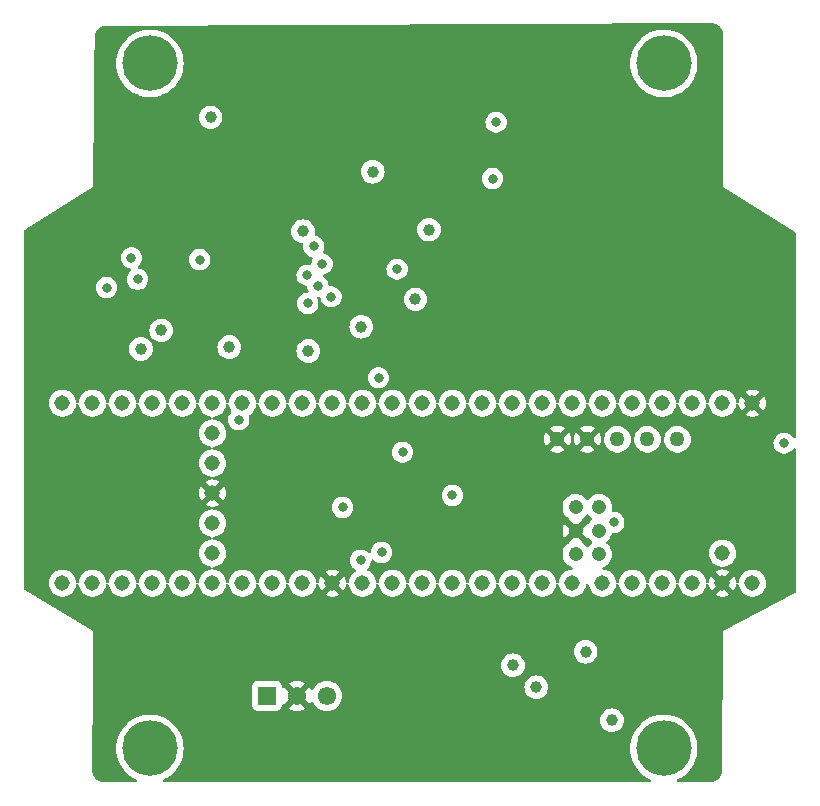
<source format=gbr>
%TF.GenerationSoftware,KiCad,Pcbnew,7.0.6*%
%TF.CreationDate,2024-05-04T22:08:12-04:00*%
%TF.ProjectId,rearbox,72656172-626f-4782-9e6b-696361645f70,rev?*%
%TF.SameCoordinates,Original*%
%TF.FileFunction,Copper,L2,Inr*%
%TF.FilePolarity,Positive*%
%FSLAX46Y46*%
G04 Gerber Fmt 4.6, Leading zero omitted, Abs format (unit mm)*
G04 Created by KiCad (PCBNEW 7.0.6) date 2024-05-04 22:08:12*
%MOMM*%
%LPD*%
G01*
G04 APERTURE LIST*
%TA.AperFunction,ComponentPad*%
%ADD10C,4.700000*%
%TD*%
%TA.AperFunction,ComponentPad*%
%ADD11R,1.550000X1.550000*%
%TD*%
%TA.AperFunction,ComponentPad*%
%ADD12C,1.550000*%
%TD*%
%TA.AperFunction,ComponentPad*%
%ADD13C,1.308000*%
%TD*%
%TA.AperFunction,ComponentPad*%
%ADD14C,1.258000*%
%TD*%
%TA.AperFunction,ComponentPad*%
%ADD15C,1.208000*%
%TD*%
%TA.AperFunction,ViaPad*%
%ADD16C,0.800000*%
%TD*%
%TA.AperFunction,ViaPad*%
%ADD17C,1.000000*%
%TD*%
G04 APERTURE END LIST*
D10*
%TO.N,N/C*%
%TO.C,H6*%
X227395400Y-102196000D03*
%TD*%
%TO.N,N/C*%
%TO.C,H5*%
X183895400Y-102196000D03*
%TD*%
%TO.N,N/C*%
%TO.C,H4*%
X227395500Y-44195900D03*
%TD*%
%TO.N,N/C*%
%TO.C,H2*%
X183895400Y-44196000D03*
%TD*%
D11*
%TO.N,Net-(J2-Pin_1)*%
%TO.C,U3*%
X193802000Y-97739200D03*
D12*
%TO.N,GND*%
X196342000Y-97739200D03*
%TO.N,5v*%
X198882000Y-97739200D03*
%TD*%
D13*
%TO.N,!CS2*%
%TO.C,U4*%
X232364800Y-72962300D03*
%TO.N,SDO2*%
X229824800Y-72962300D03*
%TO.N,unconnected-(U4-OUT2-Pad2)*%
X227284800Y-72962300D03*
%TO.N,unconnected-(U4-LRCLK2-Pad3)*%
X224744800Y-72962300D03*
%TO.N,3v3*%
X199344800Y-72962300D03*
%TO.N,unconnected-(U4-3.3V__1-Pad3.3V_2)*%
X229824800Y-88202300D03*
%TO.N,unconnected-(U4-3.3V__2-Pad3.3V_3)*%
X189184800Y-78042300D03*
%TO.N,unconnected-(U4-BCLK2-Pad4)*%
X222204800Y-72962300D03*
%TO.N,unconnected-(U4-IN2-Pad5)*%
X219664800Y-72962300D03*
D14*
%TO.N,unconnected-(U4-Pad5V)*%
X228554800Y-76012300D03*
D13*
%TO.N,unconnected-(U4-OUT1D-Pad6)*%
X217124800Y-72962300D03*
%TO.N,syncin1*%
X214584800Y-72962300D03*
%TO.N,syncin2*%
X212044800Y-72962300D03*
%TO.N,unconnected-(U4-OUT1C-Pad9)*%
X209504800Y-72962300D03*
%TO.N,!CS1*%
X206964800Y-72962300D03*
%TO.N,SDI1*%
X204424800Y-72962300D03*
%TO.N,SDO1*%
X201884800Y-72962300D03*
%TO.N,SCLK1*%
X201884800Y-88202300D03*
%TO.N,rst2*%
X204424800Y-88202300D03*
%TO.N,dout1*%
X206964800Y-88202300D03*
%TO.N,dclk1*%
X209504800Y-88202300D03*
%TO.N,drdy1*%
X212044800Y-88202300D03*
%TO.N,dout2*%
X214584800Y-88202300D03*
%TO.N,dclk2*%
X217124800Y-88202300D03*
%TO.N,drdy2*%
X219664800Y-88202300D03*
%TO.N,unconnected-(U4-A7-Pad21)*%
X222204800Y-88202300D03*
%TO.N,unconnected-(U4-A8-Pad22)*%
X224744800Y-88202300D03*
%TO.N,unconnected-(U4-A9-Pad23)*%
X227284800Y-88202300D03*
%TO.N,unconnected-(U4-A10-Pad24)*%
X196804800Y-72962300D03*
%TO.N,unconnected-(U4-A11-Pad25)*%
X194264800Y-72962300D03*
%TO.N,SDI2*%
X191724800Y-72962300D03*
%TO.N,SCLK2*%
X189184800Y-72962300D03*
%TO.N,unconnected-(U4-RX7-Pad28)*%
X186644800Y-72962300D03*
%TO.N,unconnected-(U4-TX7-Pad29)*%
X184104800Y-72962300D03*
%TO.N,unconnected-(U4-CRX3-Pad30)*%
X181564800Y-72962300D03*
%TO.N,unconnected-(U4-CTX3-Pad31)*%
X179024800Y-72962300D03*
%TO.N,unconnected-(U4-OUT1B-Pad32)*%
X176484800Y-72962300D03*
%TO.N,unconnected-(U4-MCLK2-Pad33)*%
X176484800Y-88202300D03*
%TO.N,unconnected-(U4-RX8-Pad34)*%
X179024800Y-88202300D03*
%TO.N,unconnected-(U4-TX8-Pad35)*%
X181564800Y-88202300D03*
%TO.N,unconnected-(U4-CS2-Pad36)*%
X184104800Y-88202300D03*
%TO.N,unconnected-(U4-CS3-Pad37)*%
X186644800Y-88202300D03*
%TO.N,unconnected-(U4-A14-Pad38)*%
X189184800Y-88202300D03*
%TO.N,unconnected-(U4-A15-Pad39)*%
X191724800Y-88202300D03*
%TO.N,Net-(IC1-A1)*%
X194264800Y-88202300D03*
%TO.N,Net-(IC1-A2)*%
X196804800Y-88202300D03*
D14*
%TO.N,unconnected-(U4-PadD+)*%
X223474800Y-76012300D03*
%TO.N,unconnected-(U4-PadD-)*%
X226014800Y-76012300D03*
D13*
%TO.N,GND*%
X234904800Y-72962300D03*
X199344800Y-88202300D03*
X232364800Y-88202300D03*
X189184800Y-80582300D03*
D15*
X219934800Y-83752300D03*
%TO.N,Net-(D1-A)*%
X221934800Y-83752300D03*
D13*
%TO.N,unconnected-(U4-PadON{slash}OFF)*%
X189184800Y-85662300D03*
%TO.N,unconnected-(U4-PadPROGRAM)*%
X189184800Y-83122300D03*
D15*
%TO.N,Rd+*%
X221934800Y-85752300D03*
%TO.N,Rd-*%
X219934800Y-85752300D03*
%TO.N,Td+*%
X219934800Y-81752300D03*
%TO.N,Td-*%
X221934800Y-81752300D03*
D14*
%TO.N,GND*%
X220934800Y-76012300D03*
X218394800Y-76012300D03*
D13*
%TO.N,unconnected-(U4-PadVBAT)*%
X189184800Y-75502300D03*
%TO.N,5v*%
X234904800Y-88202300D03*
%TO.N,unconnected-(U4-PadVUSB)*%
X232364800Y-85662300D03*
%TD*%
D16*
%TO.N,GND*%
X186588400Y-93827600D03*
D17*
%TO.N,5vref*%
X196856123Y-58413877D03*
X183134000Y-68376800D03*
X190607723Y-68218277D03*
X206376565Y-64175397D03*
X189026800Y-48768000D03*
X207517000Y-58267600D03*
X197297743Y-68538657D03*
X184861200Y-66802000D03*
D16*
%TO.N,GND*%
X217504296Y-93181101D03*
X199898000Y-58216800D03*
X210464400Y-98986401D03*
X209397600Y-57607200D03*
X206654400Y-46177200D03*
X189534800Y-58978800D03*
X206248000Y-59842400D03*
X236626400Y-65176400D03*
X206197200Y-97513201D03*
X218744800Y-54914800D03*
X196037200Y-66497200D03*
X194970400Y-54102000D03*
X233121200Y-67614800D03*
X212852000Y-52425600D03*
X222504000Y-97767201D03*
X226568000Y-91338400D03*
X213918800Y-99646801D03*
X177292000Y-61620400D03*
X204165200Y-56438800D03*
X189077600Y-66243200D03*
X205232000Y-47599600D03*
X194211000Y-62636400D03*
X219760800Y-99697601D03*
X191211200Y-48768000D03*
X204012800Y-97614801D03*
X199644000Y-51308000D03*
X205740000Y-67106800D03*
X207518000Y-93246001D03*
X211683600Y-66090800D03*
X224891600Y-54965600D03*
X178714400Y-66243200D03*
D17*
%TO.N,5v*%
X223012000Y-99799201D03*
X220776800Y-94008001D03*
X214630000Y-95148400D03*
X201777600Y-66497200D03*
X216611200Y-97005201D03*
X202763503Y-53370097D03*
D16*
%TO.N,3v3*%
X204825600Y-61620400D03*
X212902800Y-53949600D03*
X213207600Y-49174400D03*
X188112400Y-60807600D03*
%TO.N,Net-(D1-A)*%
X223164400Y-83058000D03*
X237591600Y-76352400D03*
%TO.N,Net-(IC1-A1)*%
X203504800Y-85598000D03*
%TO.N,Net-(IC1-A2)*%
X201729400Y-86261000D03*
%TO.N,sg*%
X197764400Y-59690000D03*
X199237600Y-63957200D03*
%TO.N,!CS2*%
X180226100Y-63171610D03*
%TO.N,!CS1*%
X197205600Y-62128400D03*
%TO.N,SDO2*%
X182321200Y-60655200D03*
%TO.N,drdy2*%
X182842988Y-62470212D03*
X200202800Y-81788000D03*
X191414400Y-74371200D03*
%TO.N,drdy1*%
X198475600Y-61163200D03*
X198120000Y-63042800D03*
X203250800Y-70815200D03*
X209499200Y-80772000D03*
X205282800Y-77114400D03*
X197256400Y-64516000D03*
%TD*%
%TA.AperFunction,Conductor*%
%TO.N,GND*%
G36*
X231454900Y-40796977D02*
G01*
X231498506Y-40800646D01*
X231624689Y-40812624D01*
X231644760Y-40816214D01*
X231713307Y-40834406D01*
X231805594Y-40862180D01*
X231822086Y-40868456D01*
X231890804Y-40900380D01*
X231893777Y-40901862D01*
X231977427Y-40946453D01*
X231983793Y-40950358D01*
X232016557Y-40973274D01*
X232050858Y-40997266D01*
X232054639Y-41000134D01*
X232126814Y-41059363D01*
X232131346Y-41063472D01*
X232189372Y-41121549D01*
X232193482Y-41126091D01*
X232252838Y-41198570D01*
X232255708Y-41202363D01*
X232302237Y-41269010D01*
X232306145Y-41275396D01*
X232351168Y-41360057D01*
X232352673Y-41363085D01*
X232366911Y-41393805D01*
X232383988Y-41430651D01*
X232390257Y-41447174D01*
X232418671Y-41541924D01*
X232427177Y-41574092D01*
X232436131Y-41607950D01*
X232439705Y-41628022D01*
X232452114Y-41759771D01*
X232455274Y-41797745D01*
X232455487Y-41803184D01*
X232434900Y-46127575D01*
X232434900Y-54668542D01*
X232434241Y-54676410D01*
X232434907Y-54679245D01*
X232436941Y-54681284D01*
X232443906Y-54684861D01*
X238523272Y-58472773D01*
X238569761Y-58524932D01*
X238581698Y-58578016D01*
X238581699Y-75803527D01*
X238562014Y-75870566D01*
X238509210Y-75916321D01*
X238440052Y-75926265D01*
X238376496Y-75897240D01*
X238350312Y-75865527D01*
X238342232Y-75851533D01*
X238324133Y-75820184D01*
X238197471Y-75679512D01*
X238197470Y-75679511D01*
X238044334Y-75568251D01*
X238044329Y-75568248D01*
X237871407Y-75491257D01*
X237871402Y-75491255D01*
X237725601Y-75460265D01*
X237686246Y-75451900D01*
X237496954Y-75451900D01*
X237464497Y-75458798D01*
X237311797Y-75491255D01*
X237311792Y-75491257D01*
X237138870Y-75568248D01*
X237138865Y-75568251D01*
X236985729Y-75679511D01*
X236859066Y-75820185D01*
X236764421Y-75984115D01*
X236764418Y-75984122D01*
X236745062Y-76043695D01*
X236705926Y-76164144D01*
X236686140Y-76352400D01*
X236705926Y-76540656D01*
X236705927Y-76540659D01*
X236764418Y-76720677D01*
X236764421Y-76720684D01*
X236859067Y-76884616D01*
X236933791Y-76967605D01*
X236985729Y-77025288D01*
X237138865Y-77136548D01*
X237138870Y-77136551D01*
X237311792Y-77213542D01*
X237311797Y-77213544D01*
X237496954Y-77252900D01*
X237496955Y-77252900D01*
X237686244Y-77252900D01*
X237686246Y-77252900D01*
X237871403Y-77213544D01*
X238044330Y-77136551D01*
X238197471Y-77025288D01*
X238324133Y-76884616D01*
X238350312Y-76839271D01*
X238400878Y-76791057D01*
X238469485Y-76777833D01*
X238534350Y-76803801D01*
X238574879Y-76860714D01*
X238581699Y-76901272D01*
X238581699Y-88914181D01*
X238562014Y-88981220D01*
X238516028Y-89023605D01*
X232438036Y-92263527D01*
X232435358Y-92264780D01*
X232434922Y-92265210D01*
X232434747Y-92265782D01*
X232434873Y-92268697D01*
X232341210Y-104046943D01*
X232340933Y-104052319D01*
X232336882Y-104094944D01*
X232323555Y-104220504D01*
X232319808Y-104240300D01*
X232301745Y-104305974D01*
X232271544Y-104403262D01*
X232268368Y-104411414D01*
X232235005Y-104481903D01*
X232233484Y-104484904D01*
X232188198Y-104568529D01*
X232184289Y-104574818D01*
X232138069Y-104640149D01*
X232135204Y-104643888D01*
X232075694Y-104715744D01*
X232071608Y-104720215D01*
X232014405Y-104776966D01*
X232009902Y-104781017D01*
X231937573Y-104839957D01*
X231933811Y-104842792D01*
X231868120Y-104888488D01*
X231861801Y-104892346D01*
X231777816Y-104936971D01*
X231774803Y-104938468D01*
X231704053Y-104971270D01*
X231695875Y-104974382D01*
X231598331Y-105003815D01*
X231532560Y-105021347D01*
X231512718Y-105024940D01*
X231385596Y-105037399D01*
X231344624Y-105040966D01*
X231339244Y-105041200D01*
X228604733Y-105041200D01*
X228537694Y-105021515D01*
X228491939Y-104968711D01*
X228481995Y-104899553D01*
X228511020Y-104835997D01*
X228549082Y-104806390D01*
X228742376Y-104709313D01*
X228823066Y-104668789D01*
X229100485Y-104486327D01*
X229354847Y-104272893D01*
X229582710Y-104031371D01*
X229780994Y-103765030D01*
X229947017Y-103477470D01*
X230078533Y-103172581D01*
X230173765Y-102854485D01*
X230231424Y-102527484D01*
X230250731Y-102196000D01*
X230231424Y-101864516D01*
X230173765Y-101537515D01*
X230078533Y-101219419D01*
X229947017Y-100914530D01*
X229780994Y-100626970D01*
X229780993Y-100626968D01*
X229582721Y-100360643D01*
X229582714Y-100360635D01*
X229582710Y-100360629D01*
X229354847Y-100119107D01*
X229192553Y-99982926D01*
X229100487Y-99905674D01*
X229100479Y-99905668D01*
X228823069Y-99723212D01*
X228526346Y-99574192D01*
X228526340Y-99574189D01*
X228214330Y-99460627D01*
X228214309Y-99460620D01*
X227891238Y-99384050D01*
X227891223Y-99384048D01*
X227561423Y-99345500D01*
X227229377Y-99345500D01*
X226940802Y-99379229D01*
X226899576Y-99384048D01*
X226899561Y-99384050D01*
X226576490Y-99460620D01*
X226576469Y-99460627D01*
X226264459Y-99574189D01*
X226264453Y-99574192D01*
X225967730Y-99723212D01*
X225690320Y-99905668D01*
X225690312Y-99905674D01*
X225484336Y-100078508D01*
X225435953Y-100119107D01*
X225208090Y-100360629D01*
X225208087Y-100360632D01*
X225208085Y-100360635D01*
X225208078Y-100360643D01*
X225009806Y-100626968D01*
X224843785Y-100914525D01*
X224843779Y-100914538D01*
X224712266Y-101219419D01*
X224617034Y-101537518D01*
X224617031Y-101537532D01*
X224559377Y-101864504D01*
X224559376Y-101864515D01*
X224540069Y-102195996D01*
X224540069Y-102196003D01*
X224559376Y-102527484D01*
X224559377Y-102527495D01*
X224617031Y-102854467D01*
X224617034Y-102854481D01*
X224712266Y-103172580D01*
X224843779Y-103477461D01*
X224843785Y-103477474D01*
X225009806Y-103765031D01*
X225208078Y-104031356D01*
X225208083Y-104031362D01*
X225208090Y-104031371D01*
X225435953Y-104272893D01*
X225592188Y-104403989D01*
X225690312Y-104486325D01*
X225690320Y-104486331D01*
X225967730Y-104668787D01*
X226241718Y-104806390D01*
X226292792Y-104854068D01*
X226309982Y-104921790D01*
X226287829Y-104988055D01*
X226233368Y-105031824D01*
X226186067Y-105041200D01*
X185104733Y-105041200D01*
X185037694Y-105021515D01*
X184991939Y-104968711D01*
X184981995Y-104899553D01*
X185011020Y-104835997D01*
X185049082Y-104806390D01*
X185242376Y-104709313D01*
X185323066Y-104668789D01*
X185600485Y-104486327D01*
X185854847Y-104272893D01*
X186082710Y-104031371D01*
X186280994Y-103765030D01*
X186447017Y-103477470D01*
X186578533Y-103172581D01*
X186673765Y-102854485D01*
X186731424Y-102527484D01*
X186750731Y-102196000D01*
X186731424Y-101864516D01*
X186673765Y-101537515D01*
X186578533Y-101219419D01*
X186447017Y-100914530D01*
X186280994Y-100626970D01*
X186280993Y-100626968D01*
X186082721Y-100360643D01*
X186082714Y-100360635D01*
X186082710Y-100360629D01*
X185854847Y-100119107D01*
X185692553Y-99982926D01*
X185600487Y-99905674D01*
X185600479Y-99905668D01*
X185438604Y-99799201D01*
X222006659Y-99799201D01*
X222025975Y-99995330D01*
X222083188Y-100183934D01*
X222176086Y-100357733D01*
X222176090Y-100357740D01*
X222301116Y-100510084D01*
X222453460Y-100635110D01*
X222453467Y-100635114D01*
X222627266Y-100728012D01*
X222627269Y-100728012D01*
X222627273Y-100728015D01*
X222815868Y-100785225D01*
X223012000Y-100804542D01*
X223208132Y-100785225D01*
X223396727Y-100728015D01*
X223570538Y-100635111D01*
X223722883Y-100510084D01*
X223847910Y-100357739D01*
X223940814Y-100183928D01*
X223998024Y-99995333D01*
X224017341Y-99799201D01*
X223998024Y-99603069D01*
X223940814Y-99414474D01*
X223940811Y-99414470D01*
X223940811Y-99414467D01*
X223847913Y-99240668D01*
X223847909Y-99240661D01*
X223722883Y-99088317D01*
X223570539Y-98963291D01*
X223570532Y-98963287D01*
X223396733Y-98870389D01*
X223396727Y-98870387D01*
X223208132Y-98813177D01*
X223208129Y-98813176D01*
X223012000Y-98793860D01*
X222815870Y-98813176D01*
X222627266Y-98870389D01*
X222453467Y-98963287D01*
X222453460Y-98963291D01*
X222301116Y-99088317D01*
X222176090Y-99240661D01*
X222176086Y-99240668D01*
X222083188Y-99414467D01*
X222025975Y-99603071D01*
X222006659Y-99799201D01*
X185438604Y-99799201D01*
X185323069Y-99723212D01*
X185026346Y-99574192D01*
X185026340Y-99574189D01*
X184714330Y-99460627D01*
X184714309Y-99460620D01*
X184391238Y-99384050D01*
X184391223Y-99384048D01*
X184391222Y-99384048D01*
X184061423Y-99345500D01*
X183729377Y-99345500D01*
X183440802Y-99379229D01*
X183399576Y-99384048D01*
X183399561Y-99384050D01*
X183076490Y-99460620D01*
X183076469Y-99460627D01*
X182764459Y-99574189D01*
X182764453Y-99574192D01*
X182467730Y-99723212D01*
X182190320Y-99905668D01*
X182190312Y-99905674D01*
X181984336Y-100078508D01*
X181935953Y-100119107D01*
X181708090Y-100360629D01*
X181708087Y-100360632D01*
X181708085Y-100360635D01*
X181708078Y-100360643D01*
X181509806Y-100626968D01*
X181343785Y-100914525D01*
X181343779Y-100914538D01*
X181212266Y-101219419D01*
X181117034Y-101537518D01*
X181117031Y-101537532D01*
X181059377Y-101864504D01*
X181059376Y-101864515D01*
X181040069Y-102195996D01*
X181040069Y-102196003D01*
X181059376Y-102527484D01*
X181059377Y-102527495D01*
X181117031Y-102854467D01*
X181117034Y-102854481D01*
X181212266Y-103172580D01*
X181343779Y-103477461D01*
X181343785Y-103477474D01*
X181509806Y-103765031D01*
X181708078Y-104031356D01*
X181708083Y-104031362D01*
X181708090Y-104031371D01*
X181935953Y-104272893D01*
X182092188Y-104403989D01*
X182190312Y-104486325D01*
X182190320Y-104486331D01*
X182467730Y-104668787D01*
X182741718Y-104806390D01*
X182792792Y-104854068D01*
X182809982Y-104921790D01*
X182787829Y-104988055D01*
X182733368Y-105031824D01*
X182686067Y-105041200D01*
X180004506Y-105041200D01*
X179999071Y-105040961D01*
X179956251Y-105037195D01*
X179829222Y-105024628D01*
X179809177Y-105020962D01*
X179741891Y-105002836D01*
X179693425Y-104988055D01*
X179648601Y-104974384D01*
X179632122Y-104968044D01*
X179564199Y-104936187D01*
X179561162Y-104934659D01*
X179477179Y-104889499D01*
X179470818Y-104885566D01*
X179404280Y-104838668D01*
X179400510Y-104835789D01*
X179328316Y-104776118D01*
X179323811Y-104772004D01*
X179266111Y-104713843D01*
X179262041Y-104709313D01*
X179202939Y-104636637D01*
X179200089Y-104632843D01*
X179153723Y-104565935D01*
X179149856Y-104559566D01*
X179105335Y-104475166D01*
X179103852Y-104472156D01*
X179072541Y-104403989D01*
X179066336Y-104387472D01*
X179038630Y-104293970D01*
X179021028Y-104226494D01*
X179017524Y-104206431D01*
X179006063Y-104080437D01*
X179002532Y-104036254D01*
X179002338Y-104030840D01*
X179002518Y-104008340D01*
X179002517Y-104008331D01*
X179019565Y-101864504D01*
X179045827Y-98562070D01*
X192526500Y-98562070D01*
X192526501Y-98562076D01*
X192532908Y-98621683D01*
X192583202Y-98756528D01*
X192583206Y-98756535D01*
X192669452Y-98871744D01*
X192669455Y-98871747D01*
X192784664Y-98957993D01*
X192784671Y-98957997D01*
X192919517Y-99008291D01*
X192919516Y-99008291D01*
X192926444Y-99009035D01*
X192979127Y-99014700D01*
X194624872Y-99014699D01*
X194684483Y-99008291D01*
X194819331Y-98957996D01*
X194934546Y-98871746D01*
X195020796Y-98756531D01*
X195071091Y-98621683D01*
X195077500Y-98562073D01*
X195077499Y-98549484D01*
X195097179Y-98482447D01*
X195149980Y-98436689D01*
X195219138Y-98426741D01*
X195258624Y-98444770D01*
X195280924Y-98446722D01*
X195858923Y-97868723D01*
X195882507Y-97949044D01*
X195960239Y-98069998D01*
X196068900Y-98164152D01*
X196199685Y-98223880D01*
X196209466Y-98225286D01*
X195634476Y-98800274D01*
X195634477Y-98800275D01*
X195702062Y-98847598D01*
X195702064Y-98847599D01*
X195904252Y-98941881D01*
X195904263Y-98941885D01*
X196119751Y-98999625D01*
X196119758Y-98999626D01*
X196341998Y-99019070D01*
X196342002Y-99019070D01*
X196564241Y-98999626D01*
X196564248Y-98999625D01*
X196779736Y-98941885D01*
X196779747Y-98941881D01*
X196981931Y-98847601D01*
X196981933Y-98847600D01*
X197049522Y-98800274D01*
X196474533Y-98225286D01*
X196484315Y-98223880D01*
X196615100Y-98164152D01*
X196723761Y-98069998D01*
X196801493Y-97949044D01*
X196825076Y-97868724D01*
X197403074Y-98446722D01*
X197450399Y-98379134D01*
X197499340Y-98274179D01*
X197545512Y-98221739D01*
X197612705Y-98202586D01*
X197679587Y-98222801D01*
X197724105Y-98274177D01*
X197773164Y-98379385D01*
X197773165Y-98379386D01*
X197901178Y-98562207D01*
X198058993Y-98720022D01*
X198241814Y-98848035D01*
X198444087Y-98942356D01*
X198659666Y-99000120D01*
X198826291Y-99014698D01*
X198881999Y-99019572D01*
X198882000Y-99019572D01*
X198882001Y-99019572D01*
X198937686Y-99014700D01*
X199104334Y-99000120D01*
X199319913Y-98942356D01*
X199522186Y-98848035D01*
X199705007Y-98720022D01*
X199862822Y-98562207D01*
X199990835Y-98379386D01*
X200085156Y-98177113D01*
X200142920Y-97961534D01*
X200162372Y-97739200D01*
X200142920Y-97516866D01*
X200085156Y-97301287D01*
X199990835Y-97099014D01*
X199925146Y-97005201D01*
X215605859Y-97005201D01*
X215625175Y-97201330D01*
X215625176Y-97201333D01*
X215681087Y-97385647D01*
X215682388Y-97389934D01*
X215775286Y-97563733D01*
X215775290Y-97563740D01*
X215900316Y-97716084D01*
X216052660Y-97841110D01*
X216052667Y-97841114D01*
X216226466Y-97934012D01*
X216226469Y-97934012D01*
X216226473Y-97934015D01*
X216415068Y-97991225D01*
X216611200Y-98010542D01*
X216807332Y-97991225D01*
X216995927Y-97934015D01*
X217169738Y-97841111D01*
X217322083Y-97716084D01*
X217447110Y-97563739D01*
X217493561Y-97476833D01*
X217540011Y-97389934D01*
X217540011Y-97389933D01*
X217540014Y-97389928D01*
X217597224Y-97201333D01*
X217616541Y-97005201D01*
X217597224Y-96809069D01*
X217540014Y-96620474D01*
X217540011Y-96620470D01*
X217540011Y-96620467D01*
X217447113Y-96446668D01*
X217447109Y-96446661D01*
X217322083Y-96294317D01*
X217169739Y-96169291D01*
X217169732Y-96169287D01*
X216995933Y-96076389D01*
X216995927Y-96076387D01*
X216807332Y-96019177D01*
X216807329Y-96019176D01*
X216611200Y-95999860D01*
X216415070Y-96019176D01*
X216226466Y-96076389D01*
X216052667Y-96169287D01*
X216052660Y-96169291D01*
X215900316Y-96294317D01*
X215775290Y-96446661D01*
X215775286Y-96446668D01*
X215682388Y-96620467D01*
X215625175Y-96809071D01*
X215605859Y-97005201D01*
X199925146Y-97005201D01*
X199862822Y-96916193D01*
X199705007Y-96758378D01*
X199522186Y-96630365D01*
X199319913Y-96536044D01*
X199319909Y-96536043D01*
X199319905Y-96536041D01*
X199104339Y-96478281D01*
X199104329Y-96478279D01*
X198882001Y-96458828D01*
X198881999Y-96458828D01*
X198659670Y-96478279D01*
X198659660Y-96478281D01*
X198444094Y-96536041D01*
X198444087Y-96536043D01*
X198444087Y-96536044D01*
X198241814Y-96630365D01*
X198058993Y-96758378D01*
X198058991Y-96758379D01*
X198058988Y-96758382D01*
X197901182Y-96916188D01*
X197901179Y-96916191D01*
X197901178Y-96916193D01*
X197838854Y-97005201D01*
X197773166Y-97099012D01*
X197724105Y-97204223D01*
X197677932Y-97256661D01*
X197610738Y-97275813D01*
X197543857Y-97255597D01*
X197499340Y-97204221D01*
X197450396Y-97099258D01*
X197403075Y-97031677D01*
X197403074Y-97031676D01*
X196825076Y-97609674D01*
X196801493Y-97529356D01*
X196723761Y-97408402D01*
X196615100Y-97314248D01*
X196484315Y-97254520D01*
X196474533Y-97253113D01*
X197049522Y-96678124D01*
X197049521Y-96678123D01*
X196981937Y-96630801D01*
X196981935Y-96630800D01*
X196779747Y-96536518D01*
X196779736Y-96536514D01*
X196564248Y-96478774D01*
X196564241Y-96478773D01*
X196342002Y-96459330D01*
X196341998Y-96459330D01*
X196119758Y-96478773D01*
X196119751Y-96478774D01*
X195904263Y-96536514D01*
X195904252Y-96536518D01*
X195702066Y-96630798D01*
X195634477Y-96678124D01*
X196209466Y-97253113D01*
X196199685Y-97254520D01*
X196068900Y-97314248D01*
X195960239Y-97408402D01*
X195882507Y-97529356D01*
X195858923Y-97609676D01*
X195280923Y-97031676D01*
X195261355Y-97033389D01*
X195248498Y-97043667D01*
X195179000Y-97050861D01*
X195116645Y-97019339D01*
X195081230Y-96959110D01*
X195077499Y-96928919D01*
X195077499Y-96916329D01*
X195077498Y-96916323D01*
X195077497Y-96916316D01*
X195071091Y-96856717D01*
X195053320Y-96809071D01*
X195020797Y-96721871D01*
X195020793Y-96721864D01*
X194934547Y-96606655D01*
X194934544Y-96606652D01*
X194819335Y-96520406D01*
X194819328Y-96520402D01*
X194684482Y-96470108D01*
X194684483Y-96470108D01*
X194624883Y-96463701D01*
X194624881Y-96463700D01*
X194624873Y-96463700D01*
X194624864Y-96463700D01*
X192979129Y-96463700D01*
X192979123Y-96463701D01*
X192919516Y-96470108D01*
X192784671Y-96520402D01*
X192784664Y-96520406D01*
X192669455Y-96606652D01*
X192669452Y-96606655D01*
X192583206Y-96721864D01*
X192583202Y-96721871D01*
X192532908Y-96856717D01*
X192526515Y-96916188D01*
X192526501Y-96916323D01*
X192526500Y-96916335D01*
X192526500Y-98562070D01*
X179045827Y-98562070D01*
X179072973Y-95148399D01*
X213624659Y-95148399D01*
X213643975Y-95344529D01*
X213701188Y-95533133D01*
X213794086Y-95706932D01*
X213794090Y-95706939D01*
X213919116Y-95859283D01*
X214071460Y-95984309D01*
X214071467Y-95984313D01*
X214245266Y-96077211D01*
X214245269Y-96077211D01*
X214245273Y-96077214D01*
X214433868Y-96134424D01*
X214630000Y-96153741D01*
X214826132Y-96134424D01*
X215014727Y-96077214D01*
X215016271Y-96076389D01*
X215188532Y-95984313D01*
X215188538Y-95984310D01*
X215340883Y-95859283D01*
X215465910Y-95706938D01*
X215558814Y-95533127D01*
X215616024Y-95344532D01*
X215635341Y-95148400D01*
X215616024Y-94952268D01*
X215558814Y-94763673D01*
X215558811Y-94763669D01*
X215558811Y-94763666D01*
X215465913Y-94589867D01*
X215465909Y-94589860D01*
X215340883Y-94437516D01*
X215188539Y-94312490D01*
X215188532Y-94312486D01*
X215014733Y-94219588D01*
X215014727Y-94219586D01*
X214826132Y-94162376D01*
X214826129Y-94162375D01*
X214630000Y-94143059D01*
X214433870Y-94162375D01*
X214245266Y-94219588D01*
X214071467Y-94312486D01*
X214071460Y-94312490D01*
X213919116Y-94437516D01*
X213794090Y-94589860D01*
X213794086Y-94589867D01*
X213701188Y-94763666D01*
X213643975Y-94952270D01*
X213624659Y-95148399D01*
X179072973Y-95148399D01*
X179082042Y-94008001D01*
X219771459Y-94008001D01*
X219790775Y-94204130D01*
X219847988Y-94392734D01*
X219940886Y-94566533D01*
X219940890Y-94566540D01*
X220065916Y-94718884D01*
X220218260Y-94843910D01*
X220218267Y-94843914D01*
X220392066Y-94936812D01*
X220392069Y-94936812D01*
X220392073Y-94936815D01*
X220580668Y-94994025D01*
X220776800Y-95013342D01*
X220972932Y-94994025D01*
X221161527Y-94936815D01*
X221335338Y-94843911D01*
X221487683Y-94718884D01*
X221612710Y-94566539D01*
X221705614Y-94392728D01*
X221762824Y-94204133D01*
X221782141Y-94008001D01*
X221762824Y-93811869D01*
X221705614Y-93623274D01*
X221705611Y-93623270D01*
X221705611Y-93623267D01*
X221612713Y-93449468D01*
X221612709Y-93449461D01*
X221487683Y-93297117D01*
X221335339Y-93172091D01*
X221335332Y-93172087D01*
X221161533Y-93079189D01*
X221161527Y-93079187D01*
X220972932Y-93021977D01*
X220972929Y-93021976D01*
X220776800Y-93002660D01*
X220580670Y-93021976D01*
X220392066Y-93079189D01*
X220218267Y-93172087D01*
X220218260Y-93172091D01*
X220065916Y-93297117D01*
X219940890Y-93449461D01*
X219940886Y-93449468D01*
X219847988Y-93623267D01*
X219790775Y-93811871D01*
X219771459Y-94008001D01*
X179082042Y-94008001D01*
X179095828Y-92274410D01*
X179096398Y-92267251D01*
X179095890Y-92265227D01*
X179095786Y-92265121D01*
X179095786Y-92265120D01*
X179095784Y-92265119D01*
X179095186Y-92264509D01*
X179092014Y-92262899D01*
X173314443Y-88821477D01*
X173266921Y-88770258D01*
X173253900Y-88714944D01*
X173253900Y-88202300D01*
X175325354Y-88202300D01*
X175345095Y-88415347D01*
X175345096Y-88415350D01*
X175403646Y-88621135D01*
X175403649Y-88621141D01*
X175477900Y-88770258D01*
X175499019Y-88812670D01*
X175627959Y-88983414D01*
X175786078Y-89127558D01*
X175786083Y-89127561D01*
X175786086Y-89127563D01*
X175967986Y-89240191D01*
X175967987Y-89240191D01*
X175967990Y-89240193D01*
X176167503Y-89317485D01*
X176377820Y-89356800D01*
X176377822Y-89356800D01*
X176591778Y-89356800D01*
X176591780Y-89356800D01*
X176802097Y-89317485D01*
X177001610Y-89240193D01*
X177183522Y-89127558D01*
X177341641Y-88983414D01*
X177470581Y-88812670D01*
X177565951Y-88621140D01*
X177565951Y-88621137D01*
X177565953Y-88621135D01*
X177599479Y-88503300D01*
X177624504Y-88415348D01*
X177631329Y-88341694D01*
X177657115Y-88276757D01*
X177713916Y-88236070D01*
X177783697Y-88232550D01*
X177844303Y-88267315D01*
X177876493Y-88329328D01*
X177878271Y-88341695D01*
X177885095Y-88415347D01*
X177885096Y-88415350D01*
X177943646Y-88621135D01*
X177943649Y-88621141D01*
X178017900Y-88770258D01*
X178039019Y-88812670D01*
X178167959Y-88983414D01*
X178326078Y-89127558D01*
X178326083Y-89127561D01*
X178326086Y-89127563D01*
X178507986Y-89240191D01*
X178507987Y-89240191D01*
X178507990Y-89240193D01*
X178707503Y-89317485D01*
X178917820Y-89356800D01*
X178917822Y-89356800D01*
X179131778Y-89356800D01*
X179131780Y-89356800D01*
X179342097Y-89317485D01*
X179541610Y-89240193D01*
X179723522Y-89127558D01*
X179881641Y-88983414D01*
X180010581Y-88812670D01*
X180105951Y-88621140D01*
X180105951Y-88621137D01*
X180105953Y-88621135D01*
X180139479Y-88503300D01*
X180164504Y-88415348D01*
X180171329Y-88341694D01*
X180197115Y-88276757D01*
X180253916Y-88236070D01*
X180323697Y-88232550D01*
X180384303Y-88267315D01*
X180416493Y-88329328D01*
X180418271Y-88341695D01*
X180425095Y-88415347D01*
X180425096Y-88415350D01*
X180483646Y-88621135D01*
X180483649Y-88621141D01*
X180557900Y-88770258D01*
X180579019Y-88812670D01*
X180707959Y-88983414D01*
X180866078Y-89127558D01*
X180866083Y-89127561D01*
X180866086Y-89127563D01*
X181047986Y-89240191D01*
X181047987Y-89240191D01*
X181047990Y-89240193D01*
X181247503Y-89317485D01*
X181457820Y-89356800D01*
X181457822Y-89356800D01*
X181671778Y-89356800D01*
X181671780Y-89356800D01*
X181882097Y-89317485D01*
X182081610Y-89240193D01*
X182263522Y-89127558D01*
X182421641Y-88983414D01*
X182550581Y-88812670D01*
X182645951Y-88621140D01*
X182645951Y-88621137D01*
X182645953Y-88621135D01*
X182679479Y-88503300D01*
X182704504Y-88415348D01*
X182711329Y-88341694D01*
X182737115Y-88276757D01*
X182793916Y-88236070D01*
X182863697Y-88232550D01*
X182924303Y-88267315D01*
X182956493Y-88329328D01*
X182958271Y-88341695D01*
X182965095Y-88415347D01*
X182965096Y-88415350D01*
X183023646Y-88621135D01*
X183023649Y-88621141D01*
X183097900Y-88770258D01*
X183119019Y-88812670D01*
X183247959Y-88983414D01*
X183406078Y-89127558D01*
X183406083Y-89127561D01*
X183406086Y-89127563D01*
X183587986Y-89240191D01*
X183587987Y-89240191D01*
X183587990Y-89240193D01*
X183787503Y-89317485D01*
X183997820Y-89356800D01*
X183997822Y-89356800D01*
X184211778Y-89356800D01*
X184211780Y-89356800D01*
X184422097Y-89317485D01*
X184621610Y-89240193D01*
X184803522Y-89127558D01*
X184961641Y-88983414D01*
X185090581Y-88812670D01*
X185185951Y-88621140D01*
X185185951Y-88621137D01*
X185185953Y-88621135D01*
X185219479Y-88503300D01*
X185244504Y-88415348D01*
X185251329Y-88341694D01*
X185277115Y-88276757D01*
X185333916Y-88236070D01*
X185403697Y-88232550D01*
X185464303Y-88267315D01*
X185496493Y-88329328D01*
X185498271Y-88341695D01*
X185505095Y-88415347D01*
X185505096Y-88415350D01*
X185563646Y-88621135D01*
X185563649Y-88621141D01*
X185637900Y-88770258D01*
X185659019Y-88812670D01*
X185787959Y-88983414D01*
X185946078Y-89127558D01*
X185946083Y-89127561D01*
X185946086Y-89127563D01*
X186127986Y-89240191D01*
X186127987Y-89240191D01*
X186127990Y-89240193D01*
X186327503Y-89317485D01*
X186537820Y-89356800D01*
X186537822Y-89356800D01*
X186751778Y-89356800D01*
X186751780Y-89356800D01*
X186962097Y-89317485D01*
X187161610Y-89240193D01*
X187343522Y-89127558D01*
X187501641Y-88983414D01*
X187630581Y-88812670D01*
X187725951Y-88621140D01*
X187725951Y-88621137D01*
X187725953Y-88621135D01*
X187759479Y-88503300D01*
X187784504Y-88415348D01*
X187791329Y-88341694D01*
X187817115Y-88276757D01*
X187873916Y-88236070D01*
X187943697Y-88232550D01*
X188004303Y-88267315D01*
X188036493Y-88329328D01*
X188038271Y-88341695D01*
X188045095Y-88415347D01*
X188045096Y-88415350D01*
X188103646Y-88621135D01*
X188103649Y-88621141D01*
X188177900Y-88770258D01*
X188199019Y-88812670D01*
X188327959Y-88983414D01*
X188486078Y-89127558D01*
X188486083Y-89127561D01*
X188486086Y-89127563D01*
X188667986Y-89240191D01*
X188667987Y-89240191D01*
X188667990Y-89240193D01*
X188867503Y-89317485D01*
X189077820Y-89356800D01*
X189077822Y-89356800D01*
X189291778Y-89356800D01*
X189291780Y-89356800D01*
X189502097Y-89317485D01*
X189701610Y-89240193D01*
X189883522Y-89127558D01*
X190041641Y-88983414D01*
X190170581Y-88812670D01*
X190265951Y-88621140D01*
X190265951Y-88621137D01*
X190265953Y-88621135D01*
X190299479Y-88503300D01*
X190324504Y-88415348D01*
X190331329Y-88341694D01*
X190357115Y-88276757D01*
X190413916Y-88236070D01*
X190483697Y-88232550D01*
X190544303Y-88267315D01*
X190576493Y-88329328D01*
X190578271Y-88341695D01*
X190585095Y-88415347D01*
X190585096Y-88415350D01*
X190643646Y-88621135D01*
X190643649Y-88621141D01*
X190717900Y-88770258D01*
X190739019Y-88812670D01*
X190867959Y-88983414D01*
X191026078Y-89127558D01*
X191026083Y-89127561D01*
X191026086Y-89127563D01*
X191207986Y-89240191D01*
X191207987Y-89240191D01*
X191207990Y-89240193D01*
X191407503Y-89317485D01*
X191617820Y-89356800D01*
X191617822Y-89356800D01*
X191831778Y-89356800D01*
X191831780Y-89356800D01*
X192042097Y-89317485D01*
X192241610Y-89240193D01*
X192423522Y-89127558D01*
X192581641Y-88983414D01*
X192710581Y-88812670D01*
X192805951Y-88621140D01*
X192805951Y-88621137D01*
X192805953Y-88621135D01*
X192839479Y-88503300D01*
X192864504Y-88415348D01*
X192871329Y-88341694D01*
X192897115Y-88276757D01*
X192953916Y-88236070D01*
X193023697Y-88232550D01*
X193084303Y-88267315D01*
X193116493Y-88329328D01*
X193118271Y-88341695D01*
X193125095Y-88415347D01*
X193125096Y-88415350D01*
X193183646Y-88621135D01*
X193183649Y-88621141D01*
X193257900Y-88770258D01*
X193279019Y-88812670D01*
X193407959Y-88983414D01*
X193566078Y-89127558D01*
X193566083Y-89127561D01*
X193566086Y-89127563D01*
X193747986Y-89240191D01*
X193747987Y-89240191D01*
X193747990Y-89240193D01*
X193947503Y-89317485D01*
X194157820Y-89356800D01*
X194157822Y-89356800D01*
X194371778Y-89356800D01*
X194371780Y-89356800D01*
X194582097Y-89317485D01*
X194781610Y-89240193D01*
X194963522Y-89127558D01*
X195121641Y-88983414D01*
X195250581Y-88812670D01*
X195345951Y-88621140D01*
X195345951Y-88621137D01*
X195345953Y-88621135D01*
X195379479Y-88503300D01*
X195404504Y-88415348D01*
X195411329Y-88341694D01*
X195437115Y-88276757D01*
X195493916Y-88236070D01*
X195563697Y-88232550D01*
X195624303Y-88267315D01*
X195656493Y-88329328D01*
X195658271Y-88341695D01*
X195665095Y-88415347D01*
X195665096Y-88415350D01*
X195723646Y-88621135D01*
X195723649Y-88621141D01*
X195797900Y-88770258D01*
X195819019Y-88812670D01*
X195947959Y-88983414D01*
X196106078Y-89127558D01*
X196106083Y-89127561D01*
X196106086Y-89127563D01*
X196287986Y-89240191D01*
X196287987Y-89240191D01*
X196287990Y-89240193D01*
X196487503Y-89317485D01*
X196697820Y-89356800D01*
X196697822Y-89356800D01*
X196911778Y-89356800D01*
X196911780Y-89356800D01*
X197122097Y-89317485D01*
X197321610Y-89240193D01*
X197503522Y-89127558D01*
X197661641Y-88983414D01*
X197790581Y-88812670D01*
X197885951Y-88621140D01*
X197885951Y-88621137D01*
X197885953Y-88621135D01*
X197919479Y-88503300D01*
X197944504Y-88415348D01*
X197951580Y-88338986D01*
X197977364Y-88274051D01*
X198034164Y-88233363D01*
X198103945Y-88229843D01*
X198164552Y-88264607D01*
X198196743Y-88326620D01*
X198198521Y-88338987D01*
X198205588Y-88415254D01*
X198205589Y-88415256D01*
X198264115Y-88620954D01*
X198264121Y-88620969D01*
X198359446Y-88812406D01*
X198368780Y-88824766D01*
X198946846Y-88246699D01*
X198959635Y-88327448D01*
X199017159Y-88440345D01*
X199106755Y-88529941D01*
X199219652Y-88587465D01*
X199300399Y-88600253D01*
X198724885Y-89175765D01*
X198828215Y-89239744D01*
X198828216Y-89239745D01*
X199027637Y-89317000D01*
X199237868Y-89356300D01*
X199451732Y-89356300D01*
X199661962Y-89317000D01*
X199861385Y-89239744D01*
X199861386Y-89239743D01*
X199964713Y-89175765D01*
X199389201Y-88600253D01*
X199469948Y-88587465D01*
X199582845Y-88529941D01*
X199672441Y-88440345D01*
X199729965Y-88327448D01*
X199742753Y-88246700D01*
X200320818Y-88824765D01*
X200330155Y-88812401D01*
X200330157Y-88812398D01*
X200425478Y-88620969D01*
X200425484Y-88620954D01*
X200484010Y-88415256D01*
X200484011Y-88415254D01*
X200491078Y-88338988D01*
X200516864Y-88274051D01*
X200573664Y-88233363D01*
X200643445Y-88229843D01*
X200704052Y-88264608D01*
X200736242Y-88326621D01*
X200738020Y-88338987D01*
X200745096Y-88415348D01*
X200745096Y-88415350D01*
X200803646Y-88621135D01*
X200803649Y-88621141D01*
X200877900Y-88770258D01*
X200899019Y-88812670D01*
X201027959Y-88983414D01*
X201186078Y-89127558D01*
X201186083Y-89127561D01*
X201186086Y-89127563D01*
X201367986Y-89240191D01*
X201367987Y-89240191D01*
X201367990Y-89240193D01*
X201567503Y-89317485D01*
X201777820Y-89356800D01*
X201777822Y-89356800D01*
X201991778Y-89356800D01*
X201991780Y-89356800D01*
X202202097Y-89317485D01*
X202401610Y-89240193D01*
X202583522Y-89127558D01*
X202741641Y-88983414D01*
X202870581Y-88812670D01*
X202965951Y-88621140D01*
X202965951Y-88621137D01*
X202965953Y-88621135D01*
X202999479Y-88503300D01*
X203024504Y-88415348D01*
X203031329Y-88341694D01*
X203057115Y-88276757D01*
X203113916Y-88236070D01*
X203183697Y-88232550D01*
X203244303Y-88267315D01*
X203276493Y-88329328D01*
X203278271Y-88341695D01*
X203285095Y-88415347D01*
X203285096Y-88415350D01*
X203343646Y-88621135D01*
X203343649Y-88621141D01*
X203417900Y-88770258D01*
X203439019Y-88812670D01*
X203567959Y-88983414D01*
X203726078Y-89127558D01*
X203726083Y-89127561D01*
X203726086Y-89127563D01*
X203907986Y-89240191D01*
X203907987Y-89240191D01*
X203907990Y-89240193D01*
X204107503Y-89317485D01*
X204317820Y-89356800D01*
X204317822Y-89356800D01*
X204531778Y-89356800D01*
X204531780Y-89356800D01*
X204742097Y-89317485D01*
X204941610Y-89240193D01*
X205123522Y-89127558D01*
X205281641Y-88983414D01*
X205410581Y-88812670D01*
X205505951Y-88621140D01*
X205505951Y-88621137D01*
X205505953Y-88621135D01*
X205539479Y-88503300D01*
X205564504Y-88415348D01*
X205571329Y-88341694D01*
X205597115Y-88276757D01*
X205653916Y-88236070D01*
X205723697Y-88232550D01*
X205784303Y-88267315D01*
X205816493Y-88329328D01*
X205818271Y-88341695D01*
X205825095Y-88415347D01*
X205825096Y-88415350D01*
X205883646Y-88621135D01*
X205883649Y-88621141D01*
X205957900Y-88770258D01*
X205979019Y-88812670D01*
X206107959Y-88983414D01*
X206266078Y-89127558D01*
X206266083Y-89127561D01*
X206266086Y-89127563D01*
X206447986Y-89240191D01*
X206447987Y-89240191D01*
X206447990Y-89240193D01*
X206647503Y-89317485D01*
X206857820Y-89356800D01*
X206857822Y-89356800D01*
X207071778Y-89356800D01*
X207071780Y-89356800D01*
X207282097Y-89317485D01*
X207481610Y-89240193D01*
X207663522Y-89127558D01*
X207821641Y-88983414D01*
X207950581Y-88812670D01*
X208045951Y-88621140D01*
X208045951Y-88621137D01*
X208045953Y-88621135D01*
X208079479Y-88503300D01*
X208104504Y-88415348D01*
X208111329Y-88341694D01*
X208137115Y-88276757D01*
X208193916Y-88236070D01*
X208263697Y-88232550D01*
X208324303Y-88267315D01*
X208356493Y-88329328D01*
X208358271Y-88341695D01*
X208365095Y-88415347D01*
X208365096Y-88415350D01*
X208423646Y-88621135D01*
X208423649Y-88621141D01*
X208497900Y-88770258D01*
X208519019Y-88812670D01*
X208647959Y-88983414D01*
X208806078Y-89127558D01*
X208806083Y-89127561D01*
X208806086Y-89127563D01*
X208987986Y-89240191D01*
X208987987Y-89240191D01*
X208987990Y-89240193D01*
X209187503Y-89317485D01*
X209397820Y-89356800D01*
X209397822Y-89356800D01*
X209611778Y-89356800D01*
X209611780Y-89356800D01*
X209822097Y-89317485D01*
X210021610Y-89240193D01*
X210203522Y-89127558D01*
X210361641Y-88983414D01*
X210490581Y-88812670D01*
X210585951Y-88621140D01*
X210585951Y-88621137D01*
X210585953Y-88621135D01*
X210619479Y-88503300D01*
X210644504Y-88415348D01*
X210651329Y-88341694D01*
X210677115Y-88276757D01*
X210733916Y-88236070D01*
X210803697Y-88232550D01*
X210864303Y-88267315D01*
X210896493Y-88329328D01*
X210898271Y-88341695D01*
X210905095Y-88415347D01*
X210905096Y-88415350D01*
X210963646Y-88621135D01*
X210963649Y-88621141D01*
X211037900Y-88770258D01*
X211059019Y-88812670D01*
X211187959Y-88983414D01*
X211346078Y-89127558D01*
X211346083Y-89127561D01*
X211346086Y-89127563D01*
X211527986Y-89240191D01*
X211527987Y-89240191D01*
X211527990Y-89240193D01*
X211727503Y-89317485D01*
X211937820Y-89356800D01*
X211937822Y-89356800D01*
X212151778Y-89356800D01*
X212151780Y-89356800D01*
X212362097Y-89317485D01*
X212561610Y-89240193D01*
X212743522Y-89127558D01*
X212901641Y-88983414D01*
X213030581Y-88812670D01*
X213125951Y-88621140D01*
X213125951Y-88621137D01*
X213125953Y-88621135D01*
X213159479Y-88503300D01*
X213184504Y-88415348D01*
X213191329Y-88341694D01*
X213217115Y-88276757D01*
X213273916Y-88236070D01*
X213343697Y-88232550D01*
X213404303Y-88267315D01*
X213436493Y-88329328D01*
X213438271Y-88341695D01*
X213445095Y-88415347D01*
X213445096Y-88415350D01*
X213503646Y-88621135D01*
X213503649Y-88621141D01*
X213577900Y-88770258D01*
X213599019Y-88812670D01*
X213727959Y-88983414D01*
X213886078Y-89127558D01*
X213886083Y-89127561D01*
X213886086Y-89127563D01*
X214067986Y-89240191D01*
X214067987Y-89240191D01*
X214067990Y-89240193D01*
X214267503Y-89317485D01*
X214477820Y-89356800D01*
X214477822Y-89356800D01*
X214691778Y-89356800D01*
X214691780Y-89356800D01*
X214902097Y-89317485D01*
X215101610Y-89240193D01*
X215283522Y-89127558D01*
X215441641Y-88983414D01*
X215570581Y-88812670D01*
X215665951Y-88621140D01*
X215665951Y-88621137D01*
X215665953Y-88621135D01*
X215699479Y-88503300D01*
X215724504Y-88415348D01*
X215731329Y-88341694D01*
X215757115Y-88276757D01*
X215813916Y-88236070D01*
X215883697Y-88232550D01*
X215944303Y-88267315D01*
X215976493Y-88329328D01*
X215978271Y-88341695D01*
X215985095Y-88415347D01*
X215985096Y-88415350D01*
X216043646Y-88621135D01*
X216043649Y-88621141D01*
X216117900Y-88770258D01*
X216139019Y-88812670D01*
X216267959Y-88983414D01*
X216426078Y-89127558D01*
X216426083Y-89127561D01*
X216426086Y-89127563D01*
X216607986Y-89240191D01*
X216607987Y-89240191D01*
X216607990Y-89240193D01*
X216807503Y-89317485D01*
X217017820Y-89356800D01*
X217017822Y-89356800D01*
X217231778Y-89356800D01*
X217231780Y-89356800D01*
X217442097Y-89317485D01*
X217641610Y-89240193D01*
X217823522Y-89127558D01*
X217981641Y-88983414D01*
X218110581Y-88812670D01*
X218205951Y-88621140D01*
X218205951Y-88621137D01*
X218205953Y-88621135D01*
X218239479Y-88503300D01*
X218264504Y-88415348D01*
X218271329Y-88341694D01*
X218297115Y-88276757D01*
X218353916Y-88236070D01*
X218423697Y-88232550D01*
X218484303Y-88267315D01*
X218516493Y-88329328D01*
X218518271Y-88341695D01*
X218525095Y-88415347D01*
X218525096Y-88415350D01*
X218583646Y-88621135D01*
X218583649Y-88621141D01*
X218657900Y-88770258D01*
X218679019Y-88812670D01*
X218807959Y-88983414D01*
X218966078Y-89127558D01*
X218966083Y-89127561D01*
X218966086Y-89127563D01*
X219147986Y-89240191D01*
X219147987Y-89240191D01*
X219147990Y-89240193D01*
X219347503Y-89317485D01*
X219557820Y-89356800D01*
X219557822Y-89356800D01*
X219771778Y-89356800D01*
X219771780Y-89356800D01*
X219982097Y-89317485D01*
X220181610Y-89240193D01*
X220363522Y-89127558D01*
X220521641Y-88983414D01*
X220650581Y-88812670D01*
X220745951Y-88621140D01*
X220745951Y-88621137D01*
X220745953Y-88621135D01*
X220779479Y-88503300D01*
X220804504Y-88415348D01*
X220811329Y-88341694D01*
X220837115Y-88276757D01*
X220893916Y-88236070D01*
X220963697Y-88232550D01*
X221024303Y-88267315D01*
X221056493Y-88329328D01*
X221058271Y-88341695D01*
X221065095Y-88415347D01*
X221065096Y-88415350D01*
X221123646Y-88621135D01*
X221123649Y-88621141D01*
X221197900Y-88770258D01*
X221219019Y-88812670D01*
X221347959Y-88983414D01*
X221506078Y-89127558D01*
X221506083Y-89127561D01*
X221506086Y-89127563D01*
X221687986Y-89240191D01*
X221687987Y-89240191D01*
X221687990Y-89240193D01*
X221887503Y-89317485D01*
X222097820Y-89356800D01*
X222097822Y-89356800D01*
X222311778Y-89356800D01*
X222311780Y-89356800D01*
X222522097Y-89317485D01*
X222721610Y-89240193D01*
X222903522Y-89127558D01*
X223061641Y-88983414D01*
X223190581Y-88812670D01*
X223285951Y-88621140D01*
X223285951Y-88621137D01*
X223285953Y-88621135D01*
X223319479Y-88503300D01*
X223344504Y-88415348D01*
X223351329Y-88341694D01*
X223377115Y-88276757D01*
X223433916Y-88236070D01*
X223503697Y-88232550D01*
X223564303Y-88267315D01*
X223596493Y-88329328D01*
X223598271Y-88341695D01*
X223605095Y-88415347D01*
X223605096Y-88415350D01*
X223663646Y-88621135D01*
X223663649Y-88621141D01*
X223737900Y-88770258D01*
X223759019Y-88812670D01*
X223887959Y-88983414D01*
X224046078Y-89127558D01*
X224046083Y-89127561D01*
X224046086Y-89127563D01*
X224227986Y-89240191D01*
X224227987Y-89240191D01*
X224227990Y-89240193D01*
X224427503Y-89317485D01*
X224637820Y-89356800D01*
X224637822Y-89356800D01*
X224851778Y-89356800D01*
X224851780Y-89356800D01*
X225062097Y-89317485D01*
X225261610Y-89240193D01*
X225443522Y-89127558D01*
X225601641Y-88983414D01*
X225730581Y-88812670D01*
X225825951Y-88621140D01*
X225825951Y-88621137D01*
X225825953Y-88621135D01*
X225859479Y-88503300D01*
X225884504Y-88415348D01*
X225891329Y-88341694D01*
X225917115Y-88276757D01*
X225973916Y-88236070D01*
X226043697Y-88232550D01*
X226104303Y-88267315D01*
X226136493Y-88329328D01*
X226138271Y-88341695D01*
X226145095Y-88415347D01*
X226145096Y-88415350D01*
X226203646Y-88621135D01*
X226203649Y-88621141D01*
X226277900Y-88770258D01*
X226299019Y-88812670D01*
X226427959Y-88983414D01*
X226586078Y-89127558D01*
X226586083Y-89127561D01*
X226586086Y-89127563D01*
X226767986Y-89240191D01*
X226767987Y-89240191D01*
X226767990Y-89240193D01*
X226967503Y-89317485D01*
X227177820Y-89356800D01*
X227177822Y-89356800D01*
X227391778Y-89356800D01*
X227391780Y-89356800D01*
X227602097Y-89317485D01*
X227801610Y-89240193D01*
X227983522Y-89127558D01*
X228141641Y-88983414D01*
X228270581Y-88812670D01*
X228365951Y-88621140D01*
X228365951Y-88621137D01*
X228365953Y-88621135D01*
X228399479Y-88503300D01*
X228424504Y-88415348D01*
X228431329Y-88341694D01*
X228457115Y-88276757D01*
X228513916Y-88236070D01*
X228583697Y-88232550D01*
X228644303Y-88267315D01*
X228676493Y-88329328D01*
X228678271Y-88341695D01*
X228685095Y-88415347D01*
X228685096Y-88415350D01*
X228743646Y-88621135D01*
X228743649Y-88621141D01*
X228817900Y-88770258D01*
X228839019Y-88812670D01*
X228967959Y-88983414D01*
X229126078Y-89127558D01*
X229126083Y-89127561D01*
X229126086Y-89127563D01*
X229307986Y-89240191D01*
X229307987Y-89240191D01*
X229307990Y-89240193D01*
X229507503Y-89317485D01*
X229717820Y-89356800D01*
X229717822Y-89356800D01*
X229931778Y-89356800D01*
X229931780Y-89356800D01*
X230142097Y-89317485D01*
X230341610Y-89240193D01*
X230523522Y-89127558D01*
X230681641Y-88983414D01*
X230810581Y-88812670D01*
X230905951Y-88621140D01*
X230905951Y-88621137D01*
X230905953Y-88621135D01*
X230939479Y-88503300D01*
X230964504Y-88415348D01*
X230971580Y-88338986D01*
X230997364Y-88274051D01*
X231054164Y-88233363D01*
X231123945Y-88229843D01*
X231184552Y-88264607D01*
X231216743Y-88326620D01*
X231218521Y-88338987D01*
X231225588Y-88415254D01*
X231225589Y-88415256D01*
X231284115Y-88620954D01*
X231284121Y-88620969D01*
X231379446Y-88812406D01*
X231388780Y-88824766D01*
X231966846Y-88246700D01*
X231979635Y-88327448D01*
X232037159Y-88440345D01*
X232126755Y-88529941D01*
X232239652Y-88587465D01*
X232320399Y-88600253D01*
X231744885Y-89175765D01*
X231848215Y-89239744D01*
X231848216Y-89239745D01*
X232047637Y-89317000D01*
X232257868Y-89356300D01*
X232471732Y-89356300D01*
X232681962Y-89317000D01*
X232881385Y-89239744D01*
X232881386Y-89239743D01*
X232984713Y-89175765D01*
X232409201Y-88600253D01*
X232489948Y-88587465D01*
X232602845Y-88529941D01*
X232692441Y-88440345D01*
X232749965Y-88327448D01*
X232762753Y-88246699D01*
X233340818Y-88824765D01*
X233350155Y-88812401D01*
X233350157Y-88812398D01*
X233445478Y-88620969D01*
X233445484Y-88620954D01*
X233504010Y-88415256D01*
X233504011Y-88415254D01*
X233511078Y-88338988D01*
X233536864Y-88274051D01*
X233593664Y-88233363D01*
X233663445Y-88229843D01*
X233724052Y-88264608D01*
X233756242Y-88326621D01*
X233758020Y-88338987D01*
X233765096Y-88415348D01*
X233765096Y-88415350D01*
X233823646Y-88621135D01*
X233823649Y-88621141D01*
X233897900Y-88770258D01*
X233919019Y-88812670D01*
X234047959Y-88983414D01*
X234206078Y-89127558D01*
X234206083Y-89127561D01*
X234206086Y-89127563D01*
X234387986Y-89240191D01*
X234387987Y-89240191D01*
X234387990Y-89240193D01*
X234587503Y-89317485D01*
X234797820Y-89356800D01*
X234797822Y-89356800D01*
X235011778Y-89356800D01*
X235011780Y-89356800D01*
X235222097Y-89317485D01*
X235421610Y-89240193D01*
X235603522Y-89127558D01*
X235761641Y-88983414D01*
X235890581Y-88812670D01*
X235985951Y-88621140D01*
X235985951Y-88621137D01*
X235985953Y-88621135D01*
X236019479Y-88503300D01*
X236044504Y-88415348D01*
X236064246Y-88202300D01*
X236061367Y-88171236D01*
X236044504Y-87989252D01*
X236044503Y-87989249D01*
X235985953Y-87783464D01*
X235985950Y-87783458D01*
X235890712Y-87592194D01*
X235890581Y-87591930D01*
X235761641Y-87421186D01*
X235603522Y-87277042D01*
X235603514Y-87277037D01*
X235603513Y-87277036D01*
X235421613Y-87164408D01*
X235421607Y-87164406D01*
X235222097Y-87087115D01*
X235011780Y-87047800D01*
X234797820Y-87047800D01*
X234587503Y-87087115D01*
X234461333Y-87135993D01*
X234387992Y-87164406D01*
X234387986Y-87164408D01*
X234206086Y-87277036D01*
X234206083Y-87277038D01*
X234206079Y-87277040D01*
X234206078Y-87277042D01*
X234047959Y-87421186D01*
X234047958Y-87421187D01*
X233919019Y-87591929D01*
X233823649Y-87783458D01*
X233823646Y-87783464D01*
X233765096Y-87989249D01*
X233765096Y-87989252D01*
X233758020Y-88065612D01*
X233732234Y-88130549D01*
X233675433Y-88171236D01*
X233605652Y-88174756D01*
X233545046Y-88139990D01*
X233512856Y-88077978D01*
X233511078Y-88065611D01*
X233504011Y-87989345D01*
X233504010Y-87989343D01*
X233445484Y-87783645D01*
X233445478Y-87783630D01*
X233350153Y-87592193D01*
X233340819Y-87579833D01*
X233340818Y-87579833D01*
X232762753Y-88157897D01*
X232749965Y-88077152D01*
X232692441Y-87964255D01*
X232602845Y-87874659D01*
X232489948Y-87817135D01*
X232409201Y-87804346D01*
X232984713Y-87228833D01*
X232984712Y-87228832D01*
X232881389Y-87164857D01*
X232881383Y-87164854D01*
X232681962Y-87087599D01*
X232504595Y-87054443D01*
X232442314Y-87022775D01*
X232407041Y-86962462D01*
X232409975Y-86892654D01*
X232450184Y-86835514D01*
X232504591Y-86810666D01*
X232682097Y-86777485D01*
X232881610Y-86700193D01*
X233063522Y-86587558D01*
X233221641Y-86443414D01*
X233350581Y-86272670D01*
X233445951Y-86081140D01*
X233445951Y-86081137D01*
X233445953Y-86081135D01*
X233481523Y-85956116D01*
X233504504Y-85875348D01*
X233524246Y-85662300D01*
X233516136Y-85574785D01*
X233504504Y-85449252D01*
X233504503Y-85449249D01*
X233445953Y-85243464D01*
X233445950Y-85243458D01*
X233408558Y-85168364D01*
X233350581Y-85051930D01*
X233221641Y-84881186D01*
X233063522Y-84737042D01*
X233063516Y-84737038D01*
X233063513Y-84737036D01*
X232881613Y-84624408D01*
X232881607Y-84624406D01*
X232682097Y-84547115D01*
X232471780Y-84507800D01*
X232257820Y-84507800D01*
X232047503Y-84547115D01*
X231921333Y-84595993D01*
X231847992Y-84624406D01*
X231847986Y-84624408D01*
X231666086Y-84737036D01*
X231666083Y-84737038D01*
X231666079Y-84737040D01*
X231666078Y-84737042D01*
X231523395Y-84867114D01*
X231507958Y-84881187D01*
X231379019Y-85051929D01*
X231283649Y-85243458D01*
X231283646Y-85243464D01*
X231225096Y-85449249D01*
X231225095Y-85449252D01*
X231205354Y-85662299D01*
X231205354Y-85662300D01*
X231225095Y-85875347D01*
X231225096Y-85875350D01*
X231283646Y-86081135D01*
X231283649Y-86081141D01*
X231373208Y-86260999D01*
X231379019Y-86272670D01*
X231507959Y-86443414D01*
X231666078Y-86587558D01*
X231666083Y-86587561D01*
X231666086Y-86587563D01*
X231847986Y-86700191D01*
X231847987Y-86700191D01*
X231847990Y-86700193D01*
X232047503Y-86777485D01*
X232225005Y-86810666D01*
X232287285Y-86842333D01*
X232322558Y-86902645D01*
X232319624Y-86972454D01*
X232279415Y-87029594D01*
X232225004Y-87054443D01*
X232047637Y-87087599D01*
X231848215Y-87164855D01*
X231744885Y-87228833D01*
X232320399Y-87804346D01*
X232239652Y-87817135D01*
X232126755Y-87874659D01*
X232037159Y-87964255D01*
X231979635Y-88077152D01*
X231966846Y-88157898D01*
X231388780Y-87579832D01*
X231388779Y-87579832D01*
X231379446Y-87592194D01*
X231379444Y-87592196D01*
X231284121Y-87783630D01*
X231284115Y-87783645D01*
X231225589Y-87989343D01*
X231225589Y-87989344D01*
X231218521Y-88065613D01*
X231192734Y-88130550D01*
X231135933Y-88171237D01*
X231066152Y-88174756D01*
X231005546Y-88139990D01*
X230973357Y-88077977D01*
X230971580Y-88065623D01*
X230964504Y-87989252D01*
X230956000Y-87959365D01*
X230905953Y-87783464D01*
X230905950Y-87783458D01*
X230810712Y-87592194D01*
X230810581Y-87591930D01*
X230681641Y-87421186D01*
X230523522Y-87277042D01*
X230523514Y-87277037D01*
X230523513Y-87277036D01*
X230341613Y-87164408D01*
X230341607Y-87164406D01*
X230142097Y-87087115D01*
X229931780Y-87047800D01*
X229717820Y-87047800D01*
X229507503Y-87087115D01*
X229381333Y-87135993D01*
X229307992Y-87164406D01*
X229307986Y-87164408D01*
X229126086Y-87277036D01*
X229126083Y-87277038D01*
X229126079Y-87277040D01*
X229126078Y-87277042D01*
X228967959Y-87421186D01*
X228967958Y-87421187D01*
X228839019Y-87591929D01*
X228743649Y-87783458D01*
X228743646Y-87783464D01*
X228685096Y-87989249D01*
X228685095Y-87989252D01*
X228678271Y-88062904D01*
X228652485Y-88127842D01*
X228595684Y-88168529D01*
X228525903Y-88172049D01*
X228465297Y-88137284D01*
X228433107Y-88075271D01*
X228431329Y-88062904D01*
X228424504Y-87989252D01*
X228424503Y-87989249D01*
X228365953Y-87783464D01*
X228365950Y-87783458D01*
X228270712Y-87592194D01*
X228270581Y-87591930D01*
X228141641Y-87421186D01*
X227983522Y-87277042D01*
X227983514Y-87277037D01*
X227983513Y-87277036D01*
X227801613Y-87164408D01*
X227801607Y-87164406D01*
X227602097Y-87087115D01*
X227391780Y-87047800D01*
X227177820Y-87047800D01*
X226967503Y-87087115D01*
X226841333Y-87135993D01*
X226767992Y-87164406D01*
X226767986Y-87164408D01*
X226586086Y-87277036D01*
X226586083Y-87277038D01*
X226586079Y-87277040D01*
X226586078Y-87277042D01*
X226427959Y-87421186D01*
X226427958Y-87421187D01*
X226299019Y-87591929D01*
X226203649Y-87783458D01*
X226203646Y-87783464D01*
X226145096Y-87989249D01*
X226145095Y-87989252D01*
X226138271Y-88062904D01*
X226112485Y-88127842D01*
X226055684Y-88168529D01*
X225985903Y-88172049D01*
X225925297Y-88137284D01*
X225893107Y-88075271D01*
X225891329Y-88062904D01*
X225884504Y-87989252D01*
X225884503Y-87989249D01*
X225825953Y-87783464D01*
X225825950Y-87783458D01*
X225730712Y-87592194D01*
X225730581Y-87591930D01*
X225601641Y-87421186D01*
X225443522Y-87277042D01*
X225443514Y-87277037D01*
X225443513Y-87277036D01*
X225261613Y-87164408D01*
X225261607Y-87164406D01*
X225062097Y-87087115D01*
X224851780Y-87047800D01*
X224637820Y-87047800D01*
X224427503Y-87087115D01*
X224301333Y-87135993D01*
X224227992Y-87164406D01*
X224227986Y-87164408D01*
X224046086Y-87277036D01*
X224046083Y-87277038D01*
X224046079Y-87277040D01*
X224046078Y-87277042D01*
X223887959Y-87421186D01*
X223887958Y-87421187D01*
X223759019Y-87591929D01*
X223663649Y-87783458D01*
X223663646Y-87783464D01*
X223605096Y-87989249D01*
X223605095Y-87989252D01*
X223598271Y-88062904D01*
X223572485Y-88127842D01*
X223515684Y-88168529D01*
X223445903Y-88172049D01*
X223385297Y-88137284D01*
X223353107Y-88075271D01*
X223351329Y-88062904D01*
X223344504Y-87989252D01*
X223344503Y-87989249D01*
X223285953Y-87783464D01*
X223285950Y-87783458D01*
X223190712Y-87592194D01*
X223190581Y-87591930D01*
X223061641Y-87421186D01*
X222903522Y-87277042D01*
X222903514Y-87277037D01*
X222903513Y-87277036D01*
X222721613Y-87164408D01*
X222721607Y-87164406D01*
X222522097Y-87087115D01*
X222311780Y-87047800D01*
X222311583Y-87047800D01*
X222311492Y-87047773D01*
X222306071Y-87047271D01*
X222306169Y-87046210D01*
X222244544Y-87028115D01*
X222198789Y-86975311D01*
X222188845Y-86906153D01*
X222217870Y-86842597D01*
X222266789Y-86808173D01*
X222305402Y-86793214D01*
X222429227Y-86745244D01*
X222603262Y-86637486D01*
X222754532Y-86499585D01*
X222877888Y-86336235D01*
X222969128Y-86153001D01*
X223025145Y-85956121D01*
X223044032Y-85752300D01*
X223025145Y-85548479D01*
X222969128Y-85351599D01*
X222877888Y-85168365D01*
X222754532Y-85005015D01*
X222754530Y-85005012D01*
X222603262Y-84867114D01*
X222603262Y-84867113D01*
X222588098Y-84857724D01*
X222541464Y-84805695D01*
X222530362Y-84736713D01*
X222558318Y-84672679D01*
X222588101Y-84646873D01*
X222603262Y-84637486D01*
X222754532Y-84499585D01*
X222877888Y-84336235D01*
X222969128Y-84153001D01*
X222969128Y-84152998D01*
X222969130Y-84152996D01*
X222998843Y-84048566D01*
X223036122Y-83989473D01*
X223099431Y-83959915D01*
X223118109Y-83958500D01*
X223259044Y-83958500D01*
X223259046Y-83958500D01*
X223444203Y-83919144D01*
X223617130Y-83842151D01*
X223770271Y-83730888D01*
X223896933Y-83590216D01*
X223991579Y-83426284D01*
X224050074Y-83246256D01*
X224069860Y-83058000D01*
X224050074Y-82869744D01*
X223991579Y-82689716D01*
X223896933Y-82525784D01*
X223770271Y-82385112D01*
X223762302Y-82379322D01*
X223617134Y-82273851D01*
X223617129Y-82273848D01*
X223444207Y-82196857D01*
X223444202Y-82196855D01*
X223298400Y-82165865D01*
X223259046Y-82157500D01*
X223132050Y-82157500D01*
X223065011Y-82137815D01*
X223019256Y-82085011D01*
X223009312Y-82015853D01*
X223012784Y-81999566D01*
X223025144Y-81956123D01*
X223025145Y-81956120D01*
X223044032Y-81752300D01*
X223044032Y-81752299D01*
X223031749Y-81619744D01*
X223025145Y-81548479D01*
X222969128Y-81351599D01*
X222877888Y-81168365D01*
X222754532Y-81005015D01*
X222754530Y-81005012D01*
X222603262Y-80867114D01*
X222603260Y-80867112D01*
X222429230Y-80759357D01*
X222429224Y-80759354D01*
X222278793Y-80701077D01*
X222238356Y-80685412D01*
X222037147Y-80647800D01*
X221832453Y-80647800D01*
X221631244Y-80685412D01*
X221631241Y-80685412D01*
X221631241Y-80685413D01*
X221440375Y-80759354D01*
X221440369Y-80759357D01*
X221266339Y-80867112D01*
X221266337Y-80867114D01*
X221115069Y-81005012D01*
X221033754Y-81112692D01*
X220977645Y-81154328D01*
X220907933Y-81159019D01*
X220846751Y-81125277D01*
X220835846Y-81112692D01*
X220754530Y-81005012D01*
X220603262Y-80867114D01*
X220603260Y-80867112D01*
X220429230Y-80759357D01*
X220429224Y-80759354D01*
X220278793Y-80701077D01*
X220238356Y-80685412D01*
X220037147Y-80647800D01*
X219832453Y-80647800D01*
X219631244Y-80685412D01*
X219631241Y-80685412D01*
X219631241Y-80685413D01*
X219440375Y-80759354D01*
X219440369Y-80759357D01*
X219266339Y-80867112D01*
X219266337Y-80867114D01*
X219115069Y-81005012D01*
X218991712Y-81168364D01*
X218900473Y-81351595D01*
X218844454Y-81548483D01*
X218825568Y-81752299D01*
X218825568Y-81752300D01*
X218844454Y-81956116D01*
X218844454Y-81956118D01*
X218844455Y-81956121D01*
X218880956Y-82084408D01*
X218900473Y-82153004D01*
X218991712Y-82336235D01*
X219115069Y-82499587D01*
X219194669Y-82572151D01*
X219266338Y-82637486D01*
X219297072Y-82656516D01*
X219297775Y-82656951D01*
X219344410Y-82708979D01*
X219355671Y-82776667D01*
X219351206Y-82815153D01*
X219934800Y-83398746D01*
X219934801Y-83398746D01*
X220518392Y-82815153D01*
X220513927Y-82776668D01*
X220525755Y-82707807D01*
X220571825Y-82656950D01*
X220603262Y-82637486D01*
X220754532Y-82499585D01*
X220835845Y-82391908D01*
X220891954Y-82350271D01*
X220961666Y-82345579D01*
X221022848Y-82379322D01*
X221033754Y-82391908D01*
X221115066Y-82499583D01*
X221115068Y-82499586D01*
X221266337Y-82637485D01*
X221266338Y-82637486D01*
X221281499Y-82646874D01*
X221328134Y-82698903D01*
X221339237Y-82767885D01*
X221311283Y-82831919D01*
X221281499Y-82857726D01*
X221266338Y-82867113D01*
X221266337Y-82867114D01*
X221115069Y-83005012D01*
X221028435Y-83119735D01*
X220972326Y-83161371D01*
X220920889Y-83168710D01*
X220875121Y-83165531D01*
X220288353Y-83752300D01*
X220875121Y-84339067D01*
X220920900Y-84335891D01*
X220989141Y-84350888D01*
X221028437Y-84384867D01*
X221115069Y-84499587D01*
X221266337Y-84637485D01*
X221266338Y-84637486D01*
X221281499Y-84646874D01*
X221328134Y-84698903D01*
X221339237Y-84767885D01*
X221311283Y-84831919D01*
X221281499Y-84857726D01*
X221266338Y-84867113D01*
X221266337Y-84867114D01*
X221115069Y-85005012D01*
X221033754Y-85112692D01*
X220977645Y-85154328D01*
X220907933Y-85159019D01*
X220846751Y-85125277D01*
X220835846Y-85112692D01*
X220754530Y-85005012D01*
X220603264Y-84867115D01*
X220571821Y-84847646D01*
X220525187Y-84795617D01*
X220513927Y-84727929D01*
X220518391Y-84689444D01*
X219934801Y-84105853D01*
X219934800Y-84105853D01*
X219351206Y-84689445D01*
X219355672Y-84727931D01*
X219343844Y-84796792D01*
X219297777Y-84847647D01*
X219266338Y-84867113D01*
X219266337Y-84867114D01*
X219115069Y-85005012D01*
X218991712Y-85168364D01*
X218900473Y-85351595D01*
X218844454Y-85548483D01*
X218825568Y-85752299D01*
X218825568Y-85752300D01*
X218844454Y-85956116D01*
X218844454Y-85956118D01*
X218844455Y-85956121D01*
X218880026Y-86081140D01*
X218900473Y-86153004D01*
X218991712Y-86336235D01*
X219115069Y-86499587D01*
X219266337Y-86637485D01*
X219266339Y-86637487D01*
X219440369Y-86745242D01*
X219440375Y-86745245D01*
X219602811Y-86808173D01*
X219658213Y-86850746D01*
X219681803Y-86916513D01*
X219666092Y-86984593D01*
X219616068Y-87033372D01*
X219563452Y-87046448D01*
X219563529Y-87047271D01*
X219558133Y-87047770D01*
X219558017Y-87047800D01*
X219557820Y-87047800D01*
X219347503Y-87087115D01*
X219221333Y-87135993D01*
X219147992Y-87164406D01*
X219147986Y-87164408D01*
X218966086Y-87277036D01*
X218966083Y-87277038D01*
X218966079Y-87277040D01*
X218966078Y-87277042D01*
X218807959Y-87421186D01*
X218807958Y-87421187D01*
X218679019Y-87591929D01*
X218583649Y-87783458D01*
X218583646Y-87783464D01*
X218525096Y-87989249D01*
X218525095Y-87989252D01*
X218518271Y-88062904D01*
X218492485Y-88127842D01*
X218435684Y-88168529D01*
X218365903Y-88172049D01*
X218305297Y-88137284D01*
X218273107Y-88075271D01*
X218271329Y-88062904D01*
X218264504Y-87989252D01*
X218264503Y-87989249D01*
X218205953Y-87783464D01*
X218205950Y-87783458D01*
X218110712Y-87592194D01*
X218110581Y-87591930D01*
X217981641Y-87421186D01*
X217823522Y-87277042D01*
X217823514Y-87277037D01*
X217823513Y-87277036D01*
X217641613Y-87164408D01*
X217641607Y-87164406D01*
X217442097Y-87087115D01*
X217231780Y-87047800D01*
X217017820Y-87047800D01*
X216807503Y-87087115D01*
X216681333Y-87135993D01*
X216607992Y-87164406D01*
X216607986Y-87164408D01*
X216426086Y-87277036D01*
X216426083Y-87277038D01*
X216426079Y-87277040D01*
X216426078Y-87277042D01*
X216267959Y-87421186D01*
X216267958Y-87421187D01*
X216139019Y-87591929D01*
X216043649Y-87783458D01*
X216043646Y-87783464D01*
X215985096Y-87989249D01*
X215985095Y-87989252D01*
X215978271Y-88062904D01*
X215952485Y-88127842D01*
X215895684Y-88168529D01*
X215825903Y-88172049D01*
X215765297Y-88137284D01*
X215733107Y-88075271D01*
X215731329Y-88062904D01*
X215724504Y-87989252D01*
X215724503Y-87989249D01*
X215665953Y-87783464D01*
X215665950Y-87783458D01*
X215570712Y-87592194D01*
X215570581Y-87591930D01*
X215441641Y-87421186D01*
X215283522Y-87277042D01*
X215283514Y-87277037D01*
X215283513Y-87277036D01*
X215101613Y-87164408D01*
X215101607Y-87164406D01*
X214902097Y-87087115D01*
X214691780Y-87047800D01*
X214477820Y-87047800D01*
X214267503Y-87087115D01*
X214141333Y-87135993D01*
X214067992Y-87164406D01*
X214067986Y-87164408D01*
X213886086Y-87277036D01*
X213886083Y-87277038D01*
X213886079Y-87277040D01*
X213886078Y-87277042D01*
X213727959Y-87421186D01*
X213727958Y-87421187D01*
X213599019Y-87591929D01*
X213503649Y-87783458D01*
X213503646Y-87783464D01*
X213445096Y-87989249D01*
X213445095Y-87989252D01*
X213438271Y-88062904D01*
X213412485Y-88127842D01*
X213355684Y-88168529D01*
X213285903Y-88172049D01*
X213225297Y-88137284D01*
X213193107Y-88075271D01*
X213191329Y-88062904D01*
X213184504Y-87989252D01*
X213184503Y-87989249D01*
X213125953Y-87783464D01*
X213125950Y-87783458D01*
X213030712Y-87592194D01*
X213030581Y-87591930D01*
X212901641Y-87421186D01*
X212743522Y-87277042D01*
X212743514Y-87277037D01*
X212743513Y-87277036D01*
X212561613Y-87164408D01*
X212561607Y-87164406D01*
X212362097Y-87087115D01*
X212151780Y-87047800D01*
X211937820Y-87047800D01*
X211727503Y-87087115D01*
X211601333Y-87135993D01*
X211527992Y-87164406D01*
X211527986Y-87164408D01*
X211346086Y-87277036D01*
X211346083Y-87277038D01*
X211346079Y-87277040D01*
X211346078Y-87277042D01*
X211187959Y-87421186D01*
X211187958Y-87421187D01*
X211059019Y-87591929D01*
X210963649Y-87783458D01*
X210963646Y-87783464D01*
X210905096Y-87989249D01*
X210905095Y-87989252D01*
X210898271Y-88062904D01*
X210872485Y-88127842D01*
X210815684Y-88168529D01*
X210745903Y-88172049D01*
X210685297Y-88137284D01*
X210653107Y-88075271D01*
X210651329Y-88062904D01*
X210644504Y-87989252D01*
X210644503Y-87989249D01*
X210585953Y-87783464D01*
X210585950Y-87783458D01*
X210490712Y-87592194D01*
X210490581Y-87591930D01*
X210361641Y-87421186D01*
X210203522Y-87277042D01*
X210203514Y-87277037D01*
X210203513Y-87277036D01*
X210021613Y-87164408D01*
X210021607Y-87164406D01*
X209822097Y-87087115D01*
X209611780Y-87047800D01*
X209397820Y-87047800D01*
X209187503Y-87087115D01*
X209061333Y-87135993D01*
X208987992Y-87164406D01*
X208987986Y-87164408D01*
X208806086Y-87277036D01*
X208806083Y-87277038D01*
X208806079Y-87277040D01*
X208806078Y-87277042D01*
X208647959Y-87421186D01*
X208647958Y-87421187D01*
X208519019Y-87591929D01*
X208423649Y-87783458D01*
X208423646Y-87783464D01*
X208365096Y-87989249D01*
X208365095Y-87989252D01*
X208358271Y-88062904D01*
X208332485Y-88127842D01*
X208275684Y-88168529D01*
X208205903Y-88172049D01*
X208145297Y-88137284D01*
X208113107Y-88075271D01*
X208111329Y-88062904D01*
X208104504Y-87989252D01*
X208104503Y-87989249D01*
X208045953Y-87783464D01*
X208045950Y-87783458D01*
X207950712Y-87592194D01*
X207950581Y-87591930D01*
X207821641Y-87421186D01*
X207663522Y-87277042D01*
X207663514Y-87277037D01*
X207663513Y-87277036D01*
X207481613Y-87164408D01*
X207481607Y-87164406D01*
X207282097Y-87087115D01*
X207071780Y-87047800D01*
X206857820Y-87047800D01*
X206647503Y-87087115D01*
X206521333Y-87135993D01*
X206447992Y-87164406D01*
X206447986Y-87164408D01*
X206266086Y-87277036D01*
X206266083Y-87277038D01*
X206266079Y-87277040D01*
X206266078Y-87277042D01*
X206107959Y-87421186D01*
X206107958Y-87421187D01*
X205979019Y-87591929D01*
X205883649Y-87783458D01*
X205883646Y-87783464D01*
X205825096Y-87989249D01*
X205825095Y-87989252D01*
X205818271Y-88062904D01*
X205792485Y-88127842D01*
X205735684Y-88168529D01*
X205665903Y-88172049D01*
X205605297Y-88137284D01*
X205573107Y-88075271D01*
X205571329Y-88062904D01*
X205564504Y-87989252D01*
X205564503Y-87989249D01*
X205505953Y-87783464D01*
X205505950Y-87783458D01*
X205410712Y-87592194D01*
X205410581Y-87591930D01*
X205281641Y-87421186D01*
X205123522Y-87277042D01*
X205123514Y-87277037D01*
X205123513Y-87277036D01*
X204941613Y-87164408D01*
X204941607Y-87164406D01*
X204742097Y-87087115D01*
X204531780Y-87047800D01*
X204317820Y-87047800D01*
X204107503Y-87087115D01*
X203981333Y-87135993D01*
X203907992Y-87164406D01*
X203907986Y-87164408D01*
X203726086Y-87277036D01*
X203726083Y-87277038D01*
X203726079Y-87277040D01*
X203726078Y-87277042D01*
X203567959Y-87421186D01*
X203567958Y-87421187D01*
X203439019Y-87591929D01*
X203343649Y-87783458D01*
X203343646Y-87783464D01*
X203285096Y-87989249D01*
X203285095Y-87989252D01*
X203278271Y-88062904D01*
X203252485Y-88127842D01*
X203195684Y-88168529D01*
X203125903Y-88172049D01*
X203065297Y-88137284D01*
X203033107Y-88075271D01*
X203031329Y-88062904D01*
X203024504Y-87989252D01*
X203024503Y-87989249D01*
X202965953Y-87783464D01*
X202965950Y-87783458D01*
X202870712Y-87592194D01*
X202870581Y-87591930D01*
X202741641Y-87421186D01*
X202583522Y-87277042D01*
X202583514Y-87277037D01*
X202583513Y-87277036D01*
X202401613Y-87164408D01*
X202401607Y-87164405D01*
X202363580Y-87149674D01*
X202308178Y-87107101D01*
X202284588Y-87041334D01*
X202300299Y-86973253D01*
X202330963Y-86938815D01*
X202330442Y-86938236D01*
X202335265Y-86933891D01*
X202335271Y-86933888D01*
X202461933Y-86793216D01*
X202556579Y-86629284D01*
X202615074Y-86449256D01*
X202632420Y-86284211D01*
X202659003Y-86219600D01*
X202716300Y-86179615D01*
X202786119Y-86176955D01*
X202846293Y-86212464D01*
X202847861Y-86214172D01*
X202898929Y-86270888D01*
X202898932Y-86270890D01*
X203052065Y-86382148D01*
X203052070Y-86382151D01*
X203224992Y-86459142D01*
X203224997Y-86459144D01*
X203410154Y-86498500D01*
X203410155Y-86498500D01*
X203599444Y-86498500D01*
X203599446Y-86498500D01*
X203784603Y-86459144D01*
X203957530Y-86382151D01*
X204110671Y-86270888D01*
X204237333Y-86130216D01*
X204331979Y-85966284D01*
X204390474Y-85786256D01*
X204410260Y-85598000D01*
X204390474Y-85409744D01*
X204331979Y-85229716D01*
X204237333Y-85065784D01*
X204110671Y-84925112D01*
X204110670Y-84925111D01*
X203957534Y-84813851D01*
X203957529Y-84813848D01*
X203784607Y-84736857D01*
X203784602Y-84736855D01*
X203638801Y-84705865D01*
X203599446Y-84697500D01*
X203410154Y-84697500D01*
X203377697Y-84704398D01*
X203224997Y-84736855D01*
X203224992Y-84736857D01*
X203052070Y-84813848D01*
X203052065Y-84813851D01*
X202898929Y-84925111D01*
X202772266Y-85065785D01*
X202677621Y-85229715D01*
X202677618Y-85229722D01*
X202619127Y-85409740D01*
X202619126Y-85409744D01*
X202612073Y-85476851D01*
X202601780Y-85574785D01*
X202575195Y-85639399D01*
X202517898Y-85679384D01*
X202448079Y-85682044D01*
X202387905Y-85646534D01*
X202386342Y-85644832D01*
X202335271Y-85588112D01*
X202316928Y-85574785D01*
X202182134Y-85476851D01*
X202182129Y-85476848D01*
X202009207Y-85399857D01*
X202009202Y-85399855D01*
X201863401Y-85368865D01*
X201824046Y-85360500D01*
X201634754Y-85360500D01*
X201602297Y-85367398D01*
X201449597Y-85399855D01*
X201449592Y-85399857D01*
X201276670Y-85476848D01*
X201276665Y-85476851D01*
X201123529Y-85588111D01*
X200996866Y-85728785D01*
X200902221Y-85892715D01*
X200902218Y-85892722D01*
X200843727Y-86072740D01*
X200843726Y-86072744D01*
X200823940Y-86261000D01*
X200843726Y-86449256D01*
X200843727Y-86449259D01*
X200902218Y-86629277D01*
X200902221Y-86629284D01*
X200996867Y-86793216D01*
X201110488Y-86919405D01*
X201123529Y-86933888D01*
X201257916Y-87031526D01*
X201300582Y-87086856D01*
X201306561Y-87156469D01*
X201273955Y-87218264D01*
X201250310Y-87237270D01*
X201186085Y-87277037D01*
X201186083Y-87277038D01*
X201186079Y-87277040D01*
X201186078Y-87277042D01*
X201027959Y-87421186D01*
X201027958Y-87421187D01*
X200899019Y-87591929D01*
X200803649Y-87783458D01*
X200803646Y-87783464D01*
X200745096Y-87989249D01*
X200745096Y-87989252D01*
X200738020Y-88065612D01*
X200712234Y-88130549D01*
X200655433Y-88171236D01*
X200585652Y-88174756D01*
X200525046Y-88139990D01*
X200492856Y-88077978D01*
X200491078Y-88065611D01*
X200484011Y-87989345D01*
X200484010Y-87989343D01*
X200425484Y-87783645D01*
X200425478Y-87783630D01*
X200330153Y-87592193D01*
X200320819Y-87579833D01*
X199742753Y-88157898D01*
X199729965Y-88077152D01*
X199672441Y-87964255D01*
X199582845Y-87874659D01*
X199469948Y-87817135D01*
X199389201Y-87804346D01*
X199964713Y-87228833D01*
X199964712Y-87228832D01*
X199861389Y-87164857D01*
X199861383Y-87164854D01*
X199661962Y-87087599D01*
X199451732Y-87048300D01*
X199237868Y-87048300D01*
X199027637Y-87087599D01*
X198828215Y-87164855D01*
X198724885Y-87228833D01*
X199300399Y-87804346D01*
X199219652Y-87817135D01*
X199106755Y-87874659D01*
X199017159Y-87964255D01*
X198959635Y-88077152D01*
X198946846Y-88157897D01*
X198368780Y-87579832D01*
X198368779Y-87579832D01*
X198359446Y-87592194D01*
X198359444Y-87592196D01*
X198264121Y-87783630D01*
X198264115Y-87783645D01*
X198205589Y-87989343D01*
X198205589Y-87989344D01*
X198198521Y-88065613D01*
X198172734Y-88130550D01*
X198115933Y-88171237D01*
X198046152Y-88174756D01*
X197985546Y-88139990D01*
X197953357Y-88077977D01*
X197951580Y-88065623D01*
X197944504Y-87989252D01*
X197936000Y-87959365D01*
X197885953Y-87783464D01*
X197885950Y-87783458D01*
X197790712Y-87592194D01*
X197790581Y-87591930D01*
X197661641Y-87421186D01*
X197503522Y-87277042D01*
X197503514Y-87277037D01*
X197503513Y-87277036D01*
X197321613Y-87164408D01*
X197321607Y-87164406D01*
X197122097Y-87087115D01*
X196911780Y-87047800D01*
X196697820Y-87047800D01*
X196487503Y-87087115D01*
X196361333Y-87135993D01*
X196287992Y-87164406D01*
X196287986Y-87164408D01*
X196106086Y-87277036D01*
X196106083Y-87277038D01*
X196106079Y-87277040D01*
X196106078Y-87277042D01*
X195947959Y-87421186D01*
X195947958Y-87421187D01*
X195819019Y-87591929D01*
X195723649Y-87783458D01*
X195723646Y-87783464D01*
X195665096Y-87989249D01*
X195665095Y-87989252D01*
X195658271Y-88062904D01*
X195632485Y-88127842D01*
X195575684Y-88168529D01*
X195505903Y-88172049D01*
X195445297Y-88137284D01*
X195413107Y-88075271D01*
X195411329Y-88062904D01*
X195404504Y-87989252D01*
X195404503Y-87989249D01*
X195345953Y-87783464D01*
X195345950Y-87783458D01*
X195250712Y-87592194D01*
X195250581Y-87591930D01*
X195121641Y-87421186D01*
X194963522Y-87277042D01*
X194963514Y-87277037D01*
X194963513Y-87277036D01*
X194781613Y-87164408D01*
X194781607Y-87164406D01*
X194582097Y-87087115D01*
X194371780Y-87047800D01*
X194157820Y-87047800D01*
X193947503Y-87087115D01*
X193821333Y-87135993D01*
X193747992Y-87164406D01*
X193747986Y-87164408D01*
X193566086Y-87277036D01*
X193566083Y-87277038D01*
X193566079Y-87277040D01*
X193566078Y-87277042D01*
X193407959Y-87421186D01*
X193407958Y-87421187D01*
X193279019Y-87591929D01*
X193183649Y-87783458D01*
X193183646Y-87783464D01*
X193125096Y-87989249D01*
X193125095Y-87989252D01*
X193118271Y-88062904D01*
X193092485Y-88127842D01*
X193035684Y-88168529D01*
X192965903Y-88172049D01*
X192905297Y-88137284D01*
X192873107Y-88075271D01*
X192871329Y-88062904D01*
X192864504Y-87989252D01*
X192864503Y-87989249D01*
X192805953Y-87783464D01*
X192805950Y-87783458D01*
X192710712Y-87592194D01*
X192710581Y-87591930D01*
X192581641Y-87421186D01*
X192423522Y-87277042D01*
X192423514Y-87277037D01*
X192423513Y-87277036D01*
X192241613Y-87164408D01*
X192241607Y-87164406D01*
X192042097Y-87087115D01*
X191831780Y-87047800D01*
X191617820Y-87047800D01*
X191407503Y-87087115D01*
X191281333Y-87135993D01*
X191207992Y-87164406D01*
X191207986Y-87164408D01*
X191026086Y-87277036D01*
X191026083Y-87277038D01*
X191026079Y-87277040D01*
X191026078Y-87277042D01*
X190867959Y-87421186D01*
X190867958Y-87421187D01*
X190739019Y-87591929D01*
X190643649Y-87783458D01*
X190643646Y-87783464D01*
X190585096Y-87989249D01*
X190585095Y-87989252D01*
X190578271Y-88062904D01*
X190552485Y-88127842D01*
X190495684Y-88168529D01*
X190425903Y-88172049D01*
X190365297Y-88137284D01*
X190333107Y-88075271D01*
X190331329Y-88062904D01*
X190324504Y-87989252D01*
X190324503Y-87989249D01*
X190265953Y-87783464D01*
X190265950Y-87783458D01*
X190170712Y-87592194D01*
X190170581Y-87591930D01*
X190041641Y-87421186D01*
X189883522Y-87277042D01*
X189883514Y-87277037D01*
X189883513Y-87277036D01*
X189701613Y-87164408D01*
X189701607Y-87164406D01*
X189502097Y-87087115D01*
X189325953Y-87054188D01*
X189263674Y-87022521D01*
X189228401Y-86962208D01*
X189231335Y-86892400D01*
X189271544Y-86835260D01*
X189325952Y-86810412D01*
X189502097Y-86777485D01*
X189701610Y-86700193D01*
X189883522Y-86587558D01*
X190041641Y-86443414D01*
X190170581Y-86272670D01*
X190265951Y-86081140D01*
X190265951Y-86081137D01*
X190265953Y-86081135D01*
X190301523Y-85956116D01*
X190324504Y-85875348D01*
X190344246Y-85662300D01*
X190336136Y-85574785D01*
X190324504Y-85449252D01*
X190324503Y-85449249D01*
X190265953Y-85243464D01*
X190265950Y-85243458D01*
X190228558Y-85168364D01*
X190170581Y-85051930D01*
X190041641Y-84881186D01*
X189883522Y-84737042D01*
X189883516Y-84737038D01*
X189883513Y-84737036D01*
X189701613Y-84624408D01*
X189701607Y-84624406D01*
X189502097Y-84547115D01*
X189325953Y-84514188D01*
X189263674Y-84482521D01*
X189228401Y-84422208D01*
X189231335Y-84352400D01*
X189271544Y-84295260D01*
X189325952Y-84270412D01*
X189502097Y-84237485D01*
X189701610Y-84160193D01*
X189883522Y-84047558D01*
X190041641Y-83903414D01*
X190155757Y-83752300D01*
X218826070Y-83752300D01*
X218844947Y-83956028D01*
X218900939Y-84152816D01*
X218900944Y-84152829D01*
X218992137Y-84335967D01*
X218992143Y-84335977D01*
X218994476Y-84339067D01*
X218994478Y-84339068D01*
X219551944Y-83781602D01*
X219581172Y-83781602D01*
X219609847Y-83894838D01*
X219673736Y-83992627D01*
X219765915Y-84064372D01*
X219876395Y-84102300D01*
X219963805Y-84102300D01*
X220050016Y-84087914D01*
X220152747Y-84032319D01*
X220231860Y-83946379D01*
X220278782Y-83839408D01*
X220288428Y-83722998D01*
X220259753Y-83609762D01*
X220195864Y-83511973D01*
X220103685Y-83440228D01*
X219993205Y-83402300D01*
X219905795Y-83402300D01*
X219819584Y-83416686D01*
X219716853Y-83472281D01*
X219637740Y-83558221D01*
X219590818Y-83665192D01*
X219581172Y-83781602D01*
X219551944Y-83781602D01*
X219581246Y-83752300D01*
X219581246Y-83752298D01*
X218994478Y-83165531D01*
X218994476Y-83165531D01*
X218992145Y-83168619D01*
X218992137Y-83168632D01*
X218900944Y-83351770D01*
X218900939Y-83351783D01*
X218844947Y-83548571D01*
X218826070Y-83752299D01*
X218826070Y-83752300D01*
X190155757Y-83752300D01*
X190170581Y-83732670D01*
X190265951Y-83541140D01*
X190265951Y-83541137D01*
X190265953Y-83541135D01*
X190306466Y-83398746D01*
X190324504Y-83335348D01*
X190344246Y-83122300D01*
X190324504Y-82909252D01*
X190298879Y-82819188D01*
X190265953Y-82703464D01*
X190265950Y-82703458D01*
X190233100Y-82637486D01*
X190170581Y-82511930D01*
X190041641Y-82341186D01*
X189883522Y-82197042D01*
X189883516Y-82197038D01*
X189883513Y-82197036D01*
X189701613Y-82084408D01*
X189701607Y-82084406D01*
X189502097Y-82007115D01*
X189337016Y-81976256D01*
X189324595Y-81973934D01*
X189262314Y-81942265D01*
X189227041Y-81881953D01*
X189229975Y-81812145D01*
X189246966Y-81788000D01*
X199297340Y-81788000D01*
X199317126Y-81976256D01*
X199317127Y-81976259D01*
X199375618Y-82156277D01*
X199375621Y-82156284D01*
X199470267Y-82320216D01*
X199528699Y-82385111D01*
X199596929Y-82460888D01*
X199750065Y-82572148D01*
X199750070Y-82572151D01*
X199922992Y-82649142D01*
X199922997Y-82649144D01*
X200108154Y-82688500D01*
X200108155Y-82688500D01*
X200297444Y-82688500D01*
X200297446Y-82688500D01*
X200482603Y-82649144D01*
X200655530Y-82572151D01*
X200808671Y-82460888D01*
X200935333Y-82320216D01*
X201029979Y-82156284D01*
X201088474Y-81976256D01*
X201108260Y-81788000D01*
X201088474Y-81599744D01*
X201029979Y-81419716D01*
X200935333Y-81255784D01*
X200808671Y-81115112D01*
X200808670Y-81115111D01*
X200655534Y-81003851D01*
X200655529Y-81003848D01*
X200482607Y-80926857D01*
X200482602Y-80926855D01*
X200336801Y-80895865D01*
X200297446Y-80887500D01*
X200108154Y-80887500D01*
X200075697Y-80894398D01*
X199922997Y-80926855D01*
X199922992Y-80926857D01*
X199750070Y-81003848D01*
X199750065Y-81003851D01*
X199596929Y-81115111D01*
X199470266Y-81255785D01*
X199375621Y-81419715D01*
X199375618Y-81419722D01*
X199331291Y-81556148D01*
X199317126Y-81599744D01*
X199297340Y-81788000D01*
X189246966Y-81788000D01*
X189270184Y-81755005D01*
X189324595Y-81730156D01*
X189501963Y-81697000D01*
X189701385Y-81619744D01*
X189701386Y-81619743D01*
X189804713Y-81555765D01*
X189229201Y-80980253D01*
X189309948Y-80967465D01*
X189422845Y-80909941D01*
X189512441Y-80820345D01*
X189569965Y-80707448D01*
X189582753Y-80626700D01*
X190160818Y-81204765D01*
X190170155Y-81192401D01*
X190170157Y-81192398D01*
X190265478Y-81000969D01*
X190265484Y-81000954D01*
X190324010Y-80795256D01*
X190324011Y-80795254D01*
X190326166Y-80772000D01*
X208593740Y-80772000D01*
X208613526Y-80960256D01*
X208613527Y-80960259D01*
X208672018Y-81140277D01*
X208672021Y-81140284D01*
X208766667Y-81304216D01*
X208893329Y-81444888D01*
X209046465Y-81556148D01*
X209046470Y-81556151D01*
X209219392Y-81633142D01*
X209219397Y-81633144D01*
X209404554Y-81672500D01*
X209404555Y-81672500D01*
X209593844Y-81672500D01*
X209593846Y-81672500D01*
X209779003Y-81633144D01*
X209951930Y-81556151D01*
X210105071Y-81444888D01*
X210231733Y-81304216D01*
X210326379Y-81140284D01*
X210384874Y-80960256D01*
X210404660Y-80772000D01*
X210384874Y-80583744D01*
X210326379Y-80403716D01*
X210231733Y-80239784D01*
X210105071Y-80099112D01*
X210105070Y-80099111D01*
X209951934Y-79987851D01*
X209951929Y-79987848D01*
X209779007Y-79910857D01*
X209779002Y-79910855D01*
X209633201Y-79879865D01*
X209593846Y-79871500D01*
X209404554Y-79871500D01*
X209372097Y-79878398D01*
X209219397Y-79910855D01*
X209219392Y-79910857D01*
X209046470Y-79987848D01*
X209046465Y-79987851D01*
X208893329Y-80099111D01*
X208766666Y-80239785D01*
X208672021Y-80403715D01*
X208672018Y-80403722D01*
X208613995Y-80582300D01*
X208613526Y-80583744D01*
X208593740Y-80772000D01*
X190326166Y-80772000D01*
X190343744Y-80582300D01*
X190343744Y-80582299D01*
X190324011Y-80369345D01*
X190324010Y-80369343D01*
X190265484Y-80163645D01*
X190265478Y-80163630D01*
X190170153Y-79972193D01*
X190160819Y-79959833D01*
X189582753Y-80537898D01*
X189569965Y-80457152D01*
X189512441Y-80344255D01*
X189422845Y-80254659D01*
X189309948Y-80197135D01*
X189229201Y-80184346D01*
X189804713Y-79608833D01*
X189804712Y-79608832D01*
X189701389Y-79544857D01*
X189701383Y-79544854D01*
X189501962Y-79467599D01*
X189324595Y-79434443D01*
X189262314Y-79402775D01*
X189227041Y-79342462D01*
X189229975Y-79272654D01*
X189270184Y-79215514D01*
X189324591Y-79190666D01*
X189502097Y-79157485D01*
X189701610Y-79080193D01*
X189883522Y-78967558D01*
X190041641Y-78823414D01*
X190170581Y-78652670D01*
X190265951Y-78461140D01*
X190265951Y-78461137D01*
X190265953Y-78461135D01*
X190324503Y-78255350D01*
X190324504Y-78255347D01*
X190344246Y-78042300D01*
X190344246Y-78042299D01*
X190324504Y-77829252D01*
X190324503Y-77829249D01*
X190265953Y-77623464D01*
X190265950Y-77623458D01*
X190195853Y-77482684D01*
X190170581Y-77431930D01*
X190041641Y-77261186D01*
X189883522Y-77117042D01*
X189883516Y-77117038D01*
X189883513Y-77117036D01*
X189879256Y-77114400D01*
X204377340Y-77114400D01*
X204397126Y-77302656D01*
X204397127Y-77302659D01*
X204455618Y-77482677D01*
X204455621Y-77482684D01*
X204550267Y-77646616D01*
X204676928Y-77787288D01*
X204676929Y-77787288D01*
X204830065Y-77898548D01*
X204830070Y-77898551D01*
X205002992Y-77975542D01*
X205002997Y-77975544D01*
X205188154Y-78014900D01*
X205188155Y-78014900D01*
X205377444Y-78014900D01*
X205377446Y-78014900D01*
X205562603Y-77975544D01*
X205735530Y-77898551D01*
X205888671Y-77787288D01*
X206015333Y-77646616D01*
X206109979Y-77482684D01*
X206168474Y-77302656D01*
X206188260Y-77114400D01*
X206168474Y-76926144D01*
X206109979Y-76746116D01*
X206015333Y-76582184D01*
X205888671Y-76441512D01*
X205869472Y-76427563D01*
X205735534Y-76330251D01*
X205735529Y-76330248D01*
X205562607Y-76253257D01*
X205562602Y-76253255D01*
X205407278Y-76220241D01*
X205377446Y-76213900D01*
X205188154Y-76213900D01*
X205158322Y-76220241D01*
X205002997Y-76253255D01*
X205002992Y-76253257D01*
X204830070Y-76330248D01*
X204830065Y-76330251D01*
X204676929Y-76441511D01*
X204550266Y-76582185D01*
X204455621Y-76746115D01*
X204455618Y-76746122D01*
X204405207Y-76901272D01*
X204397126Y-76926144D01*
X204377340Y-77114400D01*
X189879256Y-77114400D01*
X189701613Y-77004408D01*
X189701607Y-77004406D01*
X189502097Y-76927115D01*
X189325953Y-76894188D01*
X189263674Y-76862521D01*
X189228401Y-76802208D01*
X189231335Y-76732400D01*
X189271544Y-76675260D01*
X189325952Y-76650412D01*
X189502097Y-76617485D01*
X189701610Y-76540193D01*
X189883522Y-76427558D01*
X190041641Y-76283414D01*
X190170581Y-76112670D01*
X190220559Y-76012300D01*
X217260963Y-76012300D01*
X217280268Y-76220639D01*
X217337528Y-76421891D01*
X217430791Y-76609187D01*
X217436627Y-76616916D01*
X217436628Y-76616917D01*
X218016461Y-76037084D01*
X218015914Y-76043695D01*
X218046637Y-76165019D01*
X218115089Y-76269792D01*
X218213852Y-76346663D01*
X218332224Y-76387300D01*
X218373353Y-76387300D01*
X217793046Y-76967605D01*
X217889403Y-77027268D01*
X217889405Y-77027269D01*
X218084503Y-77102850D01*
X218084513Y-77102853D01*
X218290186Y-77141300D01*
X218499414Y-77141300D01*
X218705086Y-77102853D01*
X218705096Y-77102850D01*
X218900185Y-77027272D01*
X218900198Y-77027266D01*
X218996551Y-76967605D01*
X218416248Y-76387300D01*
X218425873Y-76387300D01*
X218518246Y-76371886D01*
X218628314Y-76312319D01*
X218713078Y-76220241D01*
X218763351Y-76105630D01*
X218769345Y-76033292D01*
X219352971Y-76616917D01*
X219358806Y-76609190D01*
X219452071Y-76421890D01*
X219509331Y-76220639D01*
X219528637Y-76012300D01*
X219800963Y-76012300D01*
X219820268Y-76220639D01*
X219877528Y-76421891D01*
X219970791Y-76609187D01*
X219976627Y-76616916D01*
X219976628Y-76616917D01*
X220556461Y-76037084D01*
X220555914Y-76043695D01*
X220586637Y-76165019D01*
X220655089Y-76269792D01*
X220753852Y-76346663D01*
X220872224Y-76387300D01*
X220913353Y-76387300D01*
X220333046Y-76967605D01*
X220429403Y-77027268D01*
X220429405Y-77027269D01*
X220624503Y-77102850D01*
X220624513Y-77102853D01*
X220830186Y-77141300D01*
X221039414Y-77141300D01*
X221245086Y-77102853D01*
X221245096Y-77102850D01*
X221440185Y-77027272D01*
X221440198Y-77027266D01*
X221536551Y-76967605D01*
X220956248Y-76387300D01*
X220965873Y-76387300D01*
X221058246Y-76371886D01*
X221168314Y-76312319D01*
X221253078Y-76220241D01*
X221303351Y-76105630D01*
X221309345Y-76033292D01*
X221892971Y-76616917D01*
X221898806Y-76609190D01*
X221992071Y-76421890D01*
X222049331Y-76220639D01*
X222068637Y-76012300D01*
X222340461Y-76012300D01*
X222359774Y-76220729D01*
X222359774Y-76220731D01*
X222359775Y-76220734D01*
X222369029Y-76253257D01*
X222417059Y-76422069D01*
X222510362Y-76609447D01*
X222510367Y-76609455D01*
X222636514Y-76776501D01*
X222755112Y-76884616D01*
X222791208Y-76917522D01*
X222969182Y-77027719D01*
X222969183Y-77027719D01*
X222969184Y-77027720D01*
X223010534Y-77043739D01*
X223164373Y-77103336D01*
X223370136Y-77141800D01*
X223370138Y-77141800D01*
X223579462Y-77141800D01*
X223579464Y-77141800D01*
X223785227Y-77103336D01*
X223980418Y-77027719D01*
X224158392Y-76917522D01*
X224313087Y-76776499D01*
X224439234Y-76609453D01*
X224532540Y-76422071D01*
X224589825Y-76220734D01*
X224609139Y-76012300D01*
X224880461Y-76012300D01*
X224899774Y-76220729D01*
X224899774Y-76220731D01*
X224899775Y-76220734D01*
X224909029Y-76253257D01*
X224957059Y-76422069D01*
X225050362Y-76609447D01*
X225050367Y-76609455D01*
X225176514Y-76776501D01*
X225295112Y-76884616D01*
X225331208Y-76917522D01*
X225509182Y-77027719D01*
X225509183Y-77027719D01*
X225509184Y-77027720D01*
X225550534Y-77043739D01*
X225704373Y-77103336D01*
X225910136Y-77141800D01*
X225910138Y-77141800D01*
X226119462Y-77141800D01*
X226119464Y-77141800D01*
X226325227Y-77103336D01*
X226520418Y-77027719D01*
X226698392Y-76917522D01*
X226853087Y-76776499D01*
X226979234Y-76609453D01*
X227072540Y-76422071D01*
X227129825Y-76220734D01*
X227149139Y-76012300D01*
X227420461Y-76012300D01*
X227439774Y-76220729D01*
X227439774Y-76220731D01*
X227439775Y-76220734D01*
X227449029Y-76253257D01*
X227497059Y-76422069D01*
X227590362Y-76609447D01*
X227590367Y-76609455D01*
X227716514Y-76776501D01*
X227835112Y-76884616D01*
X227871208Y-76917522D01*
X228049182Y-77027719D01*
X228049183Y-77027719D01*
X228049184Y-77027720D01*
X228090534Y-77043739D01*
X228244373Y-77103336D01*
X228450136Y-77141800D01*
X228450138Y-77141800D01*
X228659462Y-77141800D01*
X228659464Y-77141800D01*
X228865227Y-77103336D01*
X229060418Y-77027719D01*
X229238392Y-76917522D01*
X229393087Y-76776499D01*
X229519234Y-76609453D01*
X229612540Y-76422071D01*
X229669825Y-76220734D01*
X229689139Y-76012300D01*
X229669825Y-75803866D01*
X229612540Y-75602529D01*
X229537535Y-75451900D01*
X229519237Y-75415152D01*
X229519232Y-75415144D01*
X229393085Y-75248098D01*
X229238393Y-75107079D01*
X229238392Y-75107078D01*
X229060418Y-74996881D01*
X229060416Y-74996880D01*
X229060415Y-74996879D01*
X228906579Y-74937284D01*
X228865227Y-74921264D01*
X228659464Y-74882800D01*
X228450136Y-74882800D01*
X228244373Y-74921264D01*
X228244370Y-74921264D01*
X228244370Y-74921265D01*
X228049184Y-74996879D01*
X228049183Y-74996880D01*
X227871206Y-75107079D01*
X227716514Y-75248098D01*
X227590367Y-75415144D01*
X227590362Y-75415152D01*
X227497059Y-75602530D01*
X227464960Y-75715348D01*
X227439872Y-75803527D01*
X227439774Y-75803870D01*
X227420461Y-76012299D01*
X227420461Y-76012300D01*
X227149139Y-76012300D01*
X227129825Y-75803866D01*
X227072540Y-75602529D01*
X226997535Y-75451900D01*
X226979237Y-75415152D01*
X226979232Y-75415144D01*
X226853085Y-75248098D01*
X226698393Y-75107079D01*
X226698392Y-75107078D01*
X226520418Y-74996881D01*
X226520416Y-74996880D01*
X226520415Y-74996879D01*
X226366579Y-74937284D01*
X226325227Y-74921264D01*
X226119464Y-74882800D01*
X225910136Y-74882800D01*
X225704373Y-74921264D01*
X225704370Y-74921264D01*
X225704370Y-74921265D01*
X225509184Y-74996879D01*
X225509183Y-74996880D01*
X225331206Y-75107079D01*
X225176514Y-75248098D01*
X225050367Y-75415144D01*
X225050362Y-75415152D01*
X224957059Y-75602530D01*
X224924960Y-75715348D01*
X224899872Y-75803527D01*
X224899774Y-75803870D01*
X224880461Y-76012299D01*
X224880461Y-76012300D01*
X224609139Y-76012300D01*
X224589825Y-75803866D01*
X224532540Y-75602529D01*
X224457535Y-75451900D01*
X224439237Y-75415152D01*
X224439232Y-75415144D01*
X224313085Y-75248098D01*
X224158393Y-75107079D01*
X224158392Y-75107078D01*
X223980418Y-74996881D01*
X223980416Y-74996880D01*
X223980415Y-74996879D01*
X223826579Y-74937284D01*
X223785227Y-74921264D01*
X223579464Y-74882800D01*
X223370136Y-74882800D01*
X223164373Y-74921264D01*
X223164370Y-74921264D01*
X223164370Y-74921265D01*
X222969184Y-74996879D01*
X222969183Y-74996880D01*
X222791206Y-75107079D01*
X222636514Y-75248098D01*
X222510367Y-75415144D01*
X222510362Y-75415152D01*
X222417059Y-75602530D01*
X222384960Y-75715348D01*
X222359872Y-75803527D01*
X222359774Y-75803870D01*
X222340461Y-76012299D01*
X222340461Y-76012300D01*
X222068637Y-76012300D01*
X222068637Y-76012299D01*
X222049331Y-75803960D01*
X221992071Y-75602709D01*
X221898806Y-75415409D01*
X221892970Y-75407681D01*
X221313138Y-75987513D01*
X221313686Y-75980905D01*
X221282963Y-75859581D01*
X221214511Y-75754808D01*
X221115748Y-75677937D01*
X220997376Y-75637300D01*
X220956247Y-75637300D01*
X221536552Y-75056993D01*
X221440196Y-74997331D01*
X221440194Y-74997330D01*
X221245096Y-74921749D01*
X221245086Y-74921746D01*
X221039414Y-74883300D01*
X220830186Y-74883300D01*
X220624513Y-74921746D01*
X220624512Y-74921746D01*
X220429407Y-74997329D01*
X220429401Y-74997332D01*
X220333047Y-75056992D01*
X220333046Y-75056993D01*
X220913354Y-75637300D01*
X220903727Y-75637300D01*
X220811354Y-75652714D01*
X220701286Y-75712281D01*
X220616522Y-75804359D01*
X220566249Y-75918970D01*
X220560254Y-75991307D01*
X219976628Y-75407681D01*
X219976627Y-75407682D01*
X219970795Y-75415406D01*
X219970792Y-75415411D01*
X219877528Y-75602709D01*
X219820268Y-75803960D01*
X219800963Y-76012299D01*
X219800963Y-76012300D01*
X219528637Y-76012300D01*
X219528637Y-76012299D01*
X219509331Y-75803960D01*
X219452071Y-75602709D01*
X219358806Y-75415409D01*
X219352970Y-75407681D01*
X218773138Y-75987513D01*
X218773686Y-75980905D01*
X218742963Y-75859581D01*
X218674511Y-75754808D01*
X218575748Y-75677937D01*
X218457376Y-75637300D01*
X218416245Y-75637300D01*
X218996552Y-75056993D01*
X218900196Y-74997331D01*
X218900194Y-74997330D01*
X218705096Y-74921749D01*
X218705086Y-74921746D01*
X218499414Y-74883300D01*
X218290186Y-74883300D01*
X218084513Y-74921746D01*
X218084512Y-74921746D01*
X217889407Y-74997329D01*
X217889401Y-74997332D01*
X217793047Y-75056992D01*
X217793046Y-75056993D01*
X218373352Y-75637300D01*
X218363727Y-75637300D01*
X218271354Y-75652714D01*
X218161286Y-75712281D01*
X218076522Y-75804359D01*
X218026249Y-75918970D01*
X218020254Y-75991307D01*
X217436628Y-75407681D01*
X217436627Y-75407682D01*
X217430795Y-75415406D01*
X217430792Y-75415411D01*
X217337528Y-75602709D01*
X217280268Y-75803960D01*
X217260963Y-76012299D01*
X217260963Y-76012300D01*
X190220559Y-76012300D01*
X190265951Y-75921140D01*
X190265951Y-75921137D01*
X190265953Y-75921135D01*
X190299479Y-75803300D01*
X190324504Y-75715348D01*
X190344246Y-75502300D01*
X190336194Y-75415411D01*
X190324504Y-75289252D01*
X190324503Y-75289249D01*
X190265953Y-75083464D01*
X190265950Y-75083458D01*
X190246346Y-75044088D01*
X190170581Y-74891930D01*
X190041641Y-74721186D01*
X189883522Y-74577042D01*
X189883516Y-74577038D01*
X189883513Y-74577036D01*
X189701613Y-74464408D01*
X189701607Y-74464406D01*
X189502097Y-74387115D01*
X189325953Y-74354188D01*
X189263674Y-74322521D01*
X189228401Y-74262208D01*
X189231335Y-74192400D01*
X189271544Y-74135260D01*
X189325952Y-74110412D01*
X189502097Y-74077485D01*
X189701610Y-74000193D01*
X189883522Y-73887558D01*
X190041641Y-73743414D01*
X190170581Y-73572670D01*
X190265951Y-73381140D01*
X190265951Y-73381137D01*
X190265953Y-73381135D01*
X190299479Y-73263300D01*
X190324504Y-73175348D01*
X190331329Y-73101694D01*
X190357115Y-73036757D01*
X190413916Y-72996070D01*
X190483697Y-72992550D01*
X190544303Y-73027315D01*
X190576493Y-73089328D01*
X190578271Y-73101695D01*
X190585095Y-73175347D01*
X190585096Y-73175350D01*
X190643646Y-73381135D01*
X190643649Y-73381141D01*
X190739019Y-73572670D01*
X190760662Y-73601330D01*
X190785354Y-73666691D01*
X190770789Y-73735026D01*
X190753858Y-73759029D01*
X190681866Y-73838984D01*
X190587221Y-74002915D01*
X190587218Y-74002922D01*
X190528727Y-74182940D01*
X190528726Y-74182944D01*
X190508940Y-74371200D01*
X190528726Y-74559456D01*
X190528727Y-74559459D01*
X190587218Y-74739477D01*
X190587221Y-74739484D01*
X190681867Y-74903416D01*
X190766022Y-74996879D01*
X190808529Y-75044088D01*
X190961665Y-75155348D01*
X190961670Y-75155351D01*
X191134592Y-75232342D01*
X191134597Y-75232344D01*
X191319754Y-75271700D01*
X191319755Y-75271700D01*
X191509044Y-75271700D01*
X191509046Y-75271700D01*
X191694203Y-75232344D01*
X191867130Y-75155351D01*
X192020271Y-75044088D01*
X192146933Y-74903416D01*
X192241579Y-74739484D01*
X192300074Y-74559456D01*
X192319860Y-74371200D01*
X192300074Y-74182944D01*
X192270912Y-74093193D01*
X192268917Y-74023352D01*
X192304997Y-73963519D01*
X192323566Y-73949448D01*
X192345665Y-73935765D01*
X192423522Y-73887558D01*
X192581641Y-73743414D01*
X192710581Y-73572670D01*
X192805951Y-73381140D01*
X192805951Y-73381137D01*
X192805953Y-73381135D01*
X192839479Y-73263300D01*
X192864504Y-73175348D01*
X192871329Y-73101694D01*
X192897115Y-73036757D01*
X192953916Y-72996070D01*
X193023697Y-72992550D01*
X193084303Y-73027315D01*
X193116493Y-73089328D01*
X193118271Y-73101695D01*
X193125095Y-73175347D01*
X193125096Y-73175350D01*
X193183646Y-73381135D01*
X193183649Y-73381140D01*
X193279019Y-73572670D01*
X193407959Y-73743414D01*
X193566078Y-73887558D01*
X193566083Y-73887561D01*
X193566086Y-73887563D01*
X193747986Y-74000191D01*
X193747987Y-74000191D01*
X193747990Y-74000193D01*
X193947503Y-74077485D01*
X194157820Y-74116800D01*
X194157822Y-74116800D01*
X194371778Y-74116800D01*
X194371780Y-74116800D01*
X194582097Y-74077485D01*
X194781610Y-74000193D01*
X194963522Y-73887558D01*
X195121641Y-73743414D01*
X195250581Y-73572670D01*
X195345951Y-73381140D01*
X195345951Y-73381137D01*
X195345953Y-73381135D01*
X195379479Y-73263300D01*
X195404504Y-73175348D01*
X195411329Y-73101694D01*
X195437115Y-73036757D01*
X195493916Y-72996070D01*
X195563697Y-72992550D01*
X195624303Y-73027315D01*
X195656493Y-73089328D01*
X195658271Y-73101695D01*
X195665095Y-73175347D01*
X195665096Y-73175350D01*
X195723646Y-73381135D01*
X195723649Y-73381140D01*
X195819019Y-73572670D01*
X195947959Y-73743414D01*
X196106078Y-73887558D01*
X196106083Y-73887561D01*
X196106086Y-73887563D01*
X196287986Y-74000191D01*
X196287987Y-74000191D01*
X196287990Y-74000193D01*
X196487503Y-74077485D01*
X196697820Y-74116800D01*
X196697822Y-74116800D01*
X196911778Y-74116800D01*
X196911780Y-74116800D01*
X197122097Y-74077485D01*
X197321610Y-74000193D01*
X197503522Y-73887558D01*
X197661641Y-73743414D01*
X197790581Y-73572670D01*
X197885951Y-73381140D01*
X197885951Y-73381137D01*
X197885953Y-73381135D01*
X197919479Y-73263300D01*
X197944504Y-73175348D01*
X197951329Y-73101694D01*
X197977115Y-73036757D01*
X198033916Y-72996070D01*
X198103697Y-72992550D01*
X198164303Y-73027315D01*
X198196493Y-73089328D01*
X198198271Y-73101695D01*
X198205095Y-73175347D01*
X198205096Y-73175350D01*
X198263646Y-73381135D01*
X198263649Y-73381140D01*
X198359019Y-73572670D01*
X198487959Y-73743414D01*
X198646078Y-73887558D01*
X198646083Y-73887561D01*
X198646086Y-73887563D01*
X198827986Y-74000191D01*
X198827987Y-74000191D01*
X198827990Y-74000193D01*
X199027503Y-74077485D01*
X199237820Y-74116800D01*
X199237822Y-74116800D01*
X199451778Y-74116800D01*
X199451780Y-74116800D01*
X199662097Y-74077485D01*
X199861610Y-74000193D01*
X200043522Y-73887558D01*
X200201641Y-73743414D01*
X200330581Y-73572670D01*
X200425951Y-73381140D01*
X200425951Y-73381137D01*
X200425953Y-73381135D01*
X200459479Y-73263300D01*
X200484504Y-73175348D01*
X200491329Y-73101694D01*
X200517115Y-73036757D01*
X200573916Y-72996070D01*
X200643697Y-72992550D01*
X200704303Y-73027315D01*
X200736493Y-73089328D01*
X200738271Y-73101695D01*
X200745095Y-73175347D01*
X200745096Y-73175350D01*
X200803646Y-73381135D01*
X200803649Y-73381140D01*
X200899019Y-73572670D01*
X201027959Y-73743414D01*
X201186078Y-73887558D01*
X201186083Y-73887561D01*
X201186086Y-73887563D01*
X201367986Y-74000191D01*
X201367987Y-74000191D01*
X201367990Y-74000193D01*
X201567503Y-74077485D01*
X201777820Y-74116800D01*
X201777822Y-74116800D01*
X201991778Y-74116800D01*
X201991780Y-74116800D01*
X202202097Y-74077485D01*
X202401610Y-74000193D01*
X202583522Y-73887558D01*
X202741641Y-73743414D01*
X202870581Y-73572670D01*
X202965951Y-73381140D01*
X202965951Y-73381137D01*
X202965953Y-73381135D01*
X202999479Y-73263300D01*
X203024504Y-73175348D01*
X203031329Y-73101694D01*
X203057115Y-73036757D01*
X203113916Y-72996070D01*
X203183697Y-72992550D01*
X203244303Y-73027315D01*
X203276493Y-73089328D01*
X203278271Y-73101695D01*
X203285095Y-73175347D01*
X203285096Y-73175350D01*
X203343646Y-73381135D01*
X203343649Y-73381140D01*
X203439019Y-73572670D01*
X203567959Y-73743414D01*
X203726078Y-73887558D01*
X203726083Y-73887561D01*
X203726086Y-73887563D01*
X203907986Y-74000191D01*
X203907987Y-74000191D01*
X203907990Y-74000193D01*
X204107503Y-74077485D01*
X204317820Y-74116800D01*
X204317822Y-74116800D01*
X204531778Y-74116800D01*
X204531780Y-74116800D01*
X204742097Y-74077485D01*
X204941610Y-74000193D01*
X205123522Y-73887558D01*
X205281641Y-73743414D01*
X205410581Y-73572670D01*
X205505951Y-73381140D01*
X205505951Y-73381137D01*
X205505953Y-73381135D01*
X205539479Y-73263300D01*
X205564504Y-73175348D01*
X205571329Y-73101694D01*
X205597115Y-73036757D01*
X205653916Y-72996070D01*
X205723697Y-72992550D01*
X205784303Y-73027315D01*
X205816493Y-73089328D01*
X205818271Y-73101695D01*
X205825095Y-73175347D01*
X205825096Y-73175350D01*
X205883646Y-73381135D01*
X205883649Y-73381140D01*
X205979019Y-73572670D01*
X206107959Y-73743414D01*
X206266078Y-73887558D01*
X206266083Y-73887561D01*
X206266086Y-73887563D01*
X206447986Y-74000191D01*
X206447987Y-74000191D01*
X206447990Y-74000193D01*
X206647503Y-74077485D01*
X206857820Y-74116800D01*
X206857822Y-74116800D01*
X207071778Y-74116800D01*
X207071780Y-74116800D01*
X207282097Y-74077485D01*
X207481610Y-74000193D01*
X207663522Y-73887558D01*
X207821641Y-73743414D01*
X207950581Y-73572670D01*
X208045951Y-73381140D01*
X208045951Y-73381137D01*
X208045953Y-73381135D01*
X208079479Y-73263300D01*
X208104504Y-73175348D01*
X208111329Y-73101694D01*
X208137115Y-73036757D01*
X208193916Y-72996070D01*
X208263697Y-72992550D01*
X208324303Y-73027315D01*
X208356493Y-73089328D01*
X208358271Y-73101695D01*
X208365095Y-73175347D01*
X208365096Y-73175350D01*
X208423646Y-73381135D01*
X208423649Y-73381140D01*
X208519019Y-73572670D01*
X208647959Y-73743414D01*
X208806078Y-73887558D01*
X208806083Y-73887561D01*
X208806086Y-73887563D01*
X208987986Y-74000191D01*
X208987987Y-74000191D01*
X208987990Y-74000193D01*
X209187503Y-74077485D01*
X209397820Y-74116800D01*
X209397822Y-74116800D01*
X209611778Y-74116800D01*
X209611780Y-74116800D01*
X209822097Y-74077485D01*
X210021610Y-74000193D01*
X210203522Y-73887558D01*
X210361641Y-73743414D01*
X210490581Y-73572670D01*
X210585951Y-73381140D01*
X210585951Y-73381137D01*
X210585953Y-73381135D01*
X210619479Y-73263300D01*
X210644504Y-73175348D01*
X210651329Y-73101694D01*
X210677115Y-73036757D01*
X210733916Y-72996070D01*
X210803697Y-72992550D01*
X210864303Y-73027315D01*
X210896493Y-73089328D01*
X210898271Y-73101695D01*
X210905095Y-73175347D01*
X210905096Y-73175350D01*
X210963646Y-73381135D01*
X210963649Y-73381140D01*
X211059019Y-73572670D01*
X211187959Y-73743414D01*
X211346078Y-73887558D01*
X211346083Y-73887561D01*
X211346086Y-73887563D01*
X211527986Y-74000191D01*
X211527987Y-74000191D01*
X211527990Y-74000193D01*
X211727503Y-74077485D01*
X211937820Y-74116800D01*
X211937822Y-74116800D01*
X212151778Y-74116800D01*
X212151780Y-74116800D01*
X212362097Y-74077485D01*
X212561610Y-74000193D01*
X212743522Y-73887558D01*
X212901641Y-73743414D01*
X213030581Y-73572670D01*
X213125951Y-73381140D01*
X213125951Y-73381137D01*
X213125953Y-73381135D01*
X213159479Y-73263300D01*
X213184504Y-73175348D01*
X213191329Y-73101694D01*
X213217115Y-73036757D01*
X213273916Y-72996070D01*
X213343697Y-72992550D01*
X213404303Y-73027315D01*
X213436493Y-73089328D01*
X213438271Y-73101695D01*
X213445095Y-73175347D01*
X213445096Y-73175350D01*
X213503646Y-73381135D01*
X213503649Y-73381140D01*
X213599019Y-73572670D01*
X213727959Y-73743414D01*
X213886078Y-73887558D01*
X213886083Y-73887561D01*
X213886086Y-73887563D01*
X214067986Y-74000191D01*
X214067987Y-74000191D01*
X214067990Y-74000193D01*
X214267503Y-74077485D01*
X214477820Y-74116800D01*
X214477822Y-74116800D01*
X214691778Y-74116800D01*
X214691780Y-74116800D01*
X214902097Y-74077485D01*
X215101610Y-74000193D01*
X215283522Y-73887558D01*
X215441641Y-73743414D01*
X215570581Y-73572670D01*
X215665951Y-73381140D01*
X215665951Y-73381137D01*
X215665953Y-73381135D01*
X215699479Y-73263300D01*
X215724504Y-73175348D01*
X215731329Y-73101694D01*
X215757115Y-73036757D01*
X215813916Y-72996070D01*
X215883697Y-72992550D01*
X215944303Y-73027315D01*
X215976493Y-73089328D01*
X215978271Y-73101695D01*
X215985095Y-73175347D01*
X215985096Y-73175350D01*
X216043646Y-73381135D01*
X216043649Y-73381140D01*
X216139019Y-73572670D01*
X216267959Y-73743414D01*
X216426078Y-73887558D01*
X216426083Y-73887561D01*
X216426086Y-73887563D01*
X216607986Y-74000191D01*
X216607987Y-74000191D01*
X216607990Y-74000193D01*
X216807503Y-74077485D01*
X217017820Y-74116800D01*
X217017822Y-74116800D01*
X217231778Y-74116800D01*
X217231780Y-74116800D01*
X217442097Y-74077485D01*
X217641610Y-74000193D01*
X217823522Y-73887558D01*
X217981641Y-73743414D01*
X218110581Y-73572670D01*
X218205951Y-73381140D01*
X218205951Y-73381137D01*
X218205953Y-73381135D01*
X218239479Y-73263300D01*
X218264504Y-73175348D01*
X218271329Y-73101694D01*
X218297115Y-73036757D01*
X218353916Y-72996070D01*
X218423697Y-72992550D01*
X218484303Y-73027315D01*
X218516493Y-73089328D01*
X218518271Y-73101695D01*
X218525095Y-73175347D01*
X218525096Y-73175350D01*
X218583646Y-73381135D01*
X218583649Y-73381140D01*
X218679019Y-73572670D01*
X218807959Y-73743414D01*
X218966078Y-73887558D01*
X218966083Y-73887561D01*
X218966086Y-73887563D01*
X219147986Y-74000191D01*
X219147987Y-74000191D01*
X219147990Y-74000193D01*
X219347503Y-74077485D01*
X219557820Y-74116800D01*
X219557822Y-74116800D01*
X219771778Y-74116800D01*
X219771780Y-74116800D01*
X219982097Y-74077485D01*
X220181610Y-74000193D01*
X220363522Y-73887558D01*
X220521641Y-73743414D01*
X220650581Y-73572670D01*
X220745951Y-73381140D01*
X220745951Y-73381137D01*
X220745953Y-73381135D01*
X220779479Y-73263300D01*
X220804504Y-73175348D01*
X220811329Y-73101694D01*
X220837115Y-73036757D01*
X220893916Y-72996070D01*
X220963697Y-72992550D01*
X221024303Y-73027315D01*
X221056493Y-73089328D01*
X221058271Y-73101695D01*
X221065095Y-73175347D01*
X221065096Y-73175350D01*
X221123646Y-73381135D01*
X221123649Y-73381140D01*
X221219019Y-73572670D01*
X221347959Y-73743414D01*
X221506078Y-73887558D01*
X221506083Y-73887561D01*
X221506086Y-73887563D01*
X221687986Y-74000191D01*
X221687987Y-74000191D01*
X221687990Y-74000193D01*
X221887503Y-74077485D01*
X222097820Y-74116800D01*
X222097822Y-74116800D01*
X222311778Y-74116800D01*
X222311780Y-74116800D01*
X222522097Y-74077485D01*
X222721610Y-74000193D01*
X222903522Y-73887558D01*
X223061641Y-73743414D01*
X223190581Y-73572670D01*
X223285951Y-73381140D01*
X223285951Y-73381137D01*
X223285953Y-73381135D01*
X223319479Y-73263300D01*
X223344504Y-73175348D01*
X223351329Y-73101694D01*
X223377115Y-73036757D01*
X223433916Y-72996070D01*
X223503697Y-72992550D01*
X223564303Y-73027315D01*
X223596493Y-73089328D01*
X223598271Y-73101695D01*
X223605095Y-73175347D01*
X223605096Y-73175350D01*
X223663646Y-73381135D01*
X223663649Y-73381140D01*
X223759019Y-73572670D01*
X223887959Y-73743414D01*
X224046078Y-73887558D01*
X224046083Y-73887561D01*
X224046086Y-73887563D01*
X224227986Y-74000191D01*
X224227987Y-74000191D01*
X224227990Y-74000193D01*
X224427503Y-74077485D01*
X224637820Y-74116800D01*
X224637822Y-74116800D01*
X224851778Y-74116800D01*
X224851780Y-74116800D01*
X225062097Y-74077485D01*
X225261610Y-74000193D01*
X225443522Y-73887558D01*
X225601641Y-73743414D01*
X225730581Y-73572670D01*
X225825951Y-73381140D01*
X225825951Y-73381137D01*
X225825953Y-73381135D01*
X225859479Y-73263300D01*
X225884504Y-73175348D01*
X225891329Y-73101694D01*
X225917115Y-73036757D01*
X225973916Y-72996070D01*
X226043697Y-72992550D01*
X226104303Y-73027315D01*
X226136493Y-73089328D01*
X226138271Y-73101695D01*
X226145095Y-73175347D01*
X226145096Y-73175350D01*
X226203646Y-73381135D01*
X226203649Y-73381140D01*
X226299019Y-73572670D01*
X226427959Y-73743414D01*
X226586078Y-73887558D01*
X226586083Y-73887561D01*
X226586086Y-73887563D01*
X226767986Y-74000191D01*
X226767987Y-74000191D01*
X226767990Y-74000193D01*
X226967503Y-74077485D01*
X227177820Y-74116800D01*
X227177822Y-74116800D01*
X227391778Y-74116800D01*
X227391780Y-74116800D01*
X227602097Y-74077485D01*
X227801610Y-74000193D01*
X227983522Y-73887558D01*
X228141641Y-73743414D01*
X228270581Y-73572670D01*
X228365951Y-73381140D01*
X228365951Y-73381137D01*
X228365953Y-73381135D01*
X228399479Y-73263300D01*
X228424504Y-73175348D01*
X228431329Y-73101694D01*
X228457115Y-73036757D01*
X228513916Y-72996070D01*
X228583697Y-72992550D01*
X228644303Y-73027315D01*
X228676493Y-73089328D01*
X228678271Y-73101695D01*
X228685095Y-73175347D01*
X228685096Y-73175350D01*
X228743646Y-73381135D01*
X228743649Y-73381140D01*
X228839019Y-73572670D01*
X228967959Y-73743414D01*
X229126078Y-73887558D01*
X229126083Y-73887561D01*
X229126086Y-73887563D01*
X229307986Y-74000191D01*
X229307987Y-74000191D01*
X229307990Y-74000193D01*
X229507503Y-74077485D01*
X229717820Y-74116800D01*
X229717822Y-74116800D01*
X229931778Y-74116800D01*
X229931780Y-74116800D01*
X230142097Y-74077485D01*
X230341610Y-74000193D01*
X230523522Y-73887558D01*
X230681641Y-73743414D01*
X230810581Y-73572670D01*
X230905951Y-73381140D01*
X230905951Y-73381137D01*
X230905953Y-73381135D01*
X230939479Y-73263300D01*
X230964504Y-73175348D01*
X230971329Y-73101694D01*
X230997115Y-73036757D01*
X231053916Y-72996070D01*
X231123697Y-72992550D01*
X231184303Y-73027315D01*
X231216493Y-73089328D01*
X231218271Y-73101695D01*
X231225095Y-73175347D01*
X231225096Y-73175350D01*
X231283646Y-73381135D01*
X231283649Y-73381140D01*
X231379019Y-73572670D01*
X231507959Y-73743414D01*
X231666078Y-73887558D01*
X231666083Y-73887561D01*
X231666086Y-73887563D01*
X231847986Y-74000191D01*
X231847987Y-74000191D01*
X231847990Y-74000193D01*
X232047503Y-74077485D01*
X232257820Y-74116800D01*
X232257822Y-74116800D01*
X232471778Y-74116800D01*
X232471780Y-74116800D01*
X232682097Y-74077485D01*
X232881610Y-74000193D01*
X233063522Y-73887558D01*
X233221641Y-73743414D01*
X233350581Y-73572670D01*
X233445951Y-73381140D01*
X233445951Y-73381137D01*
X233445953Y-73381135D01*
X233479479Y-73263300D01*
X233504504Y-73175348D01*
X233511580Y-73098986D01*
X233537364Y-73034051D01*
X233594164Y-72993363D01*
X233663945Y-72989843D01*
X233724552Y-73024607D01*
X233756743Y-73086620D01*
X233758521Y-73098987D01*
X233765588Y-73175254D01*
X233765589Y-73175256D01*
X233824115Y-73380954D01*
X233824121Y-73380969D01*
X233919446Y-73572406D01*
X233928780Y-73584766D01*
X234506846Y-73006700D01*
X234519635Y-73087448D01*
X234577159Y-73200345D01*
X234666755Y-73289941D01*
X234779652Y-73347465D01*
X234860399Y-73360253D01*
X234284885Y-73935765D01*
X234388215Y-73999744D01*
X234388216Y-73999745D01*
X234587637Y-74077000D01*
X234797868Y-74116300D01*
X235011732Y-74116300D01*
X235221962Y-74077000D01*
X235421385Y-73999744D01*
X235421386Y-73999743D01*
X235524713Y-73935765D01*
X234949201Y-73360253D01*
X235029948Y-73347465D01*
X235142845Y-73289941D01*
X235232441Y-73200345D01*
X235289965Y-73087448D01*
X235302753Y-73006700D01*
X235880818Y-73584765D01*
X235890155Y-73572401D01*
X235890157Y-73572398D01*
X235985478Y-73380969D01*
X235985484Y-73380954D01*
X236044010Y-73175256D01*
X236044011Y-73175254D01*
X236063744Y-72962300D01*
X236063744Y-72962299D01*
X236044011Y-72749345D01*
X236044010Y-72749343D01*
X235985484Y-72543645D01*
X235985478Y-72543630D01*
X235890153Y-72352193D01*
X235880819Y-72339833D01*
X235302753Y-72917898D01*
X235289965Y-72837152D01*
X235232441Y-72724255D01*
X235142845Y-72634659D01*
X235029948Y-72577135D01*
X234949199Y-72564346D01*
X235524713Y-71988833D01*
X235524712Y-71988832D01*
X235421389Y-71924857D01*
X235421383Y-71924854D01*
X235221962Y-71847599D01*
X235011732Y-71808300D01*
X234797868Y-71808300D01*
X234587637Y-71847599D01*
X234388215Y-71924855D01*
X234284885Y-71988833D01*
X234860397Y-72564346D01*
X234779652Y-72577135D01*
X234666755Y-72634659D01*
X234577159Y-72724255D01*
X234519635Y-72837152D01*
X234506846Y-72917898D01*
X233928780Y-72339832D01*
X233928779Y-72339832D01*
X233919446Y-72352194D01*
X233919444Y-72352196D01*
X233824121Y-72543630D01*
X233824115Y-72543645D01*
X233765589Y-72749343D01*
X233765589Y-72749344D01*
X233758521Y-72825613D01*
X233732734Y-72890550D01*
X233675933Y-72931237D01*
X233606152Y-72934756D01*
X233545546Y-72899990D01*
X233513357Y-72837977D01*
X233511580Y-72825623D01*
X233504504Y-72749252D01*
X233496000Y-72719365D01*
X233445953Y-72543464D01*
X233445950Y-72543458D01*
X233350712Y-72352194D01*
X233350581Y-72351930D01*
X233221641Y-72181186D01*
X233063522Y-72037042D01*
X233063516Y-72037038D01*
X233063513Y-72037036D01*
X232881613Y-71924408D01*
X232881607Y-71924406D01*
X232682097Y-71847115D01*
X232471780Y-71807800D01*
X232257820Y-71807800D01*
X232047503Y-71847115D01*
X231921333Y-71895993D01*
X231847992Y-71924406D01*
X231847986Y-71924408D01*
X231666086Y-72037036D01*
X231666083Y-72037038D01*
X231666079Y-72037040D01*
X231666078Y-72037042D01*
X231507959Y-72181186D01*
X231507958Y-72181187D01*
X231379019Y-72351929D01*
X231283649Y-72543458D01*
X231283646Y-72543464D01*
X231225096Y-72749249D01*
X231225095Y-72749252D01*
X231218271Y-72822904D01*
X231192485Y-72887842D01*
X231135684Y-72928529D01*
X231065903Y-72932049D01*
X231005297Y-72897284D01*
X230973107Y-72835271D01*
X230971329Y-72822904D01*
X230964504Y-72749252D01*
X230964503Y-72749249D01*
X230905953Y-72543464D01*
X230905950Y-72543458D01*
X230810712Y-72352194D01*
X230810581Y-72351930D01*
X230681641Y-72181186D01*
X230523522Y-72037042D01*
X230523516Y-72037038D01*
X230523513Y-72037036D01*
X230341613Y-71924408D01*
X230341607Y-71924406D01*
X230142097Y-71847115D01*
X229931780Y-71807800D01*
X229717820Y-71807800D01*
X229507503Y-71847115D01*
X229381333Y-71895993D01*
X229307992Y-71924406D01*
X229307986Y-71924408D01*
X229126086Y-72037036D01*
X229126083Y-72037038D01*
X229126079Y-72037040D01*
X229126078Y-72037042D01*
X228967959Y-72181186D01*
X228967958Y-72181187D01*
X228839019Y-72351929D01*
X228743649Y-72543458D01*
X228743646Y-72543464D01*
X228685096Y-72749249D01*
X228685095Y-72749252D01*
X228678271Y-72822904D01*
X228652485Y-72887842D01*
X228595684Y-72928529D01*
X228525903Y-72932049D01*
X228465297Y-72897284D01*
X228433107Y-72835271D01*
X228431329Y-72822904D01*
X228424504Y-72749252D01*
X228424503Y-72749249D01*
X228365953Y-72543464D01*
X228365950Y-72543458D01*
X228270712Y-72352194D01*
X228270581Y-72351930D01*
X228141641Y-72181186D01*
X227983522Y-72037042D01*
X227983516Y-72037038D01*
X227983513Y-72037036D01*
X227801613Y-71924408D01*
X227801607Y-71924406D01*
X227602097Y-71847115D01*
X227391780Y-71807800D01*
X227177820Y-71807800D01*
X226967503Y-71847115D01*
X226841333Y-71895993D01*
X226767992Y-71924406D01*
X226767986Y-71924408D01*
X226586086Y-72037036D01*
X226586083Y-72037038D01*
X226586079Y-72037040D01*
X226586078Y-72037042D01*
X226427959Y-72181186D01*
X226427958Y-72181187D01*
X226299019Y-72351929D01*
X226203649Y-72543458D01*
X226203646Y-72543464D01*
X226145096Y-72749249D01*
X226145095Y-72749252D01*
X226138271Y-72822904D01*
X226112485Y-72887842D01*
X226055684Y-72928529D01*
X225985903Y-72932049D01*
X225925297Y-72897284D01*
X225893107Y-72835271D01*
X225891329Y-72822904D01*
X225884504Y-72749252D01*
X225884503Y-72749249D01*
X225825953Y-72543464D01*
X225825950Y-72543458D01*
X225730712Y-72352194D01*
X225730581Y-72351930D01*
X225601641Y-72181186D01*
X225443522Y-72037042D01*
X225443516Y-72037038D01*
X225443513Y-72037036D01*
X225261613Y-71924408D01*
X225261607Y-71924406D01*
X225062097Y-71847115D01*
X224851780Y-71807800D01*
X224637820Y-71807800D01*
X224427503Y-71847115D01*
X224301333Y-71895993D01*
X224227992Y-71924406D01*
X224227986Y-71924408D01*
X224046086Y-72037036D01*
X224046083Y-72037038D01*
X224046079Y-72037040D01*
X224046078Y-72037042D01*
X223887959Y-72181186D01*
X223887958Y-72181187D01*
X223759019Y-72351929D01*
X223663649Y-72543458D01*
X223663646Y-72543464D01*
X223605096Y-72749249D01*
X223605095Y-72749252D01*
X223598271Y-72822904D01*
X223572485Y-72887842D01*
X223515684Y-72928529D01*
X223445903Y-72932049D01*
X223385297Y-72897284D01*
X223353107Y-72835271D01*
X223351329Y-72822904D01*
X223344504Y-72749252D01*
X223344503Y-72749249D01*
X223285953Y-72543464D01*
X223285950Y-72543458D01*
X223190712Y-72352194D01*
X223190581Y-72351930D01*
X223061641Y-72181186D01*
X222903522Y-72037042D01*
X222903516Y-72037038D01*
X222903513Y-72037036D01*
X222721613Y-71924408D01*
X222721607Y-71924406D01*
X222522097Y-71847115D01*
X222311780Y-71807800D01*
X222097820Y-71807800D01*
X221887503Y-71847115D01*
X221761333Y-71895993D01*
X221687992Y-71924406D01*
X221687986Y-71924408D01*
X221506086Y-72037036D01*
X221506083Y-72037038D01*
X221506079Y-72037040D01*
X221506078Y-72037042D01*
X221347959Y-72181186D01*
X221347958Y-72181187D01*
X221219019Y-72351929D01*
X221123649Y-72543458D01*
X221123646Y-72543464D01*
X221065096Y-72749249D01*
X221065095Y-72749252D01*
X221058271Y-72822904D01*
X221032485Y-72887842D01*
X220975684Y-72928529D01*
X220905903Y-72932049D01*
X220845297Y-72897284D01*
X220813107Y-72835271D01*
X220811329Y-72822904D01*
X220804504Y-72749252D01*
X220804503Y-72749249D01*
X220745953Y-72543464D01*
X220745950Y-72543458D01*
X220650712Y-72352194D01*
X220650581Y-72351930D01*
X220521641Y-72181186D01*
X220363522Y-72037042D01*
X220363516Y-72037038D01*
X220363513Y-72037036D01*
X220181613Y-71924408D01*
X220181607Y-71924406D01*
X219982097Y-71847115D01*
X219771780Y-71807800D01*
X219557820Y-71807800D01*
X219347503Y-71847115D01*
X219221333Y-71895993D01*
X219147992Y-71924406D01*
X219147986Y-71924408D01*
X218966086Y-72037036D01*
X218966083Y-72037038D01*
X218966079Y-72037040D01*
X218966078Y-72037042D01*
X218807959Y-72181186D01*
X218807958Y-72181187D01*
X218679019Y-72351929D01*
X218583649Y-72543458D01*
X218583646Y-72543464D01*
X218525096Y-72749249D01*
X218525095Y-72749252D01*
X218518271Y-72822904D01*
X218492485Y-72887842D01*
X218435684Y-72928529D01*
X218365903Y-72932049D01*
X218305297Y-72897284D01*
X218273107Y-72835271D01*
X218271329Y-72822904D01*
X218264504Y-72749252D01*
X218264503Y-72749249D01*
X218205953Y-72543464D01*
X218205950Y-72543458D01*
X218110712Y-72352194D01*
X218110581Y-72351930D01*
X217981641Y-72181186D01*
X217823522Y-72037042D01*
X217823516Y-72037038D01*
X217823513Y-72037036D01*
X217641613Y-71924408D01*
X217641607Y-71924406D01*
X217442097Y-71847115D01*
X217231780Y-71807800D01*
X217017820Y-71807800D01*
X216807503Y-71847115D01*
X216681333Y-71895993D01*
X216607992Y-71924406D01*
X216607986Y-71924408D01*
X216426086Y-72037036D01*
X216426083Y-72037038D01*
X216426079Y-72037040D01*
X216426078Y-72037042D01*
X216267959Y-72181186D01*
X216267958Y-72181187D01*
X216139019Y-72351929D01*
X216043649Y-72543458D01*
X216043646Y-72543464D01*
X215985096Y-72749249D01*
X215985095Y-72749252D01*
X215978271Y-72822904D01*
X215952485Y-72887842D01*
X215895684Y-72928529D01*
X215825903Y-72932049D01*
X215765297Y-72897284D01*
X215733107Y-72835271D01*
X215731329Y-72822904D01*
X215724504Y-72749252D01*
X215724503Y-72749249D01*
X215665953Y-72543464D01*
X215665950Y-72543458D01*
X215570712Y-72352194D01*
X215570581Y-72351930D01*
X215441641Y-72181186D01*
X215283522Y-72037042D01*
X215283516Y-72037038D01*
X215283513Y-72037036D01*
X215101613Y-71924408D01*
X215101607Y-71924406D01*
X214902097Y-71847115D01*
X214691780Y-71807800D01*
X214477820Y-71807800D01*
X214267503Y-71847115D01*
X214141333Y-71895993D01*
X214067992Y-71924406D01*
X214067986Y-71924408D01*
X213886086Y-72037036D01*
X213886083Y-72037038D01*
X213886079Y-72037040D01*
X213886078Y-72037042D01*
X213727959Y-72181186D01*
X213727958Y-72181187D01*
X213599019Y-72351929D01*
X213503649Y-72543458D01*
X213503646Y-72543464D01*
X213445096Y-72749249D01*
X213445095Y-72749252D01*
X213438271Y-72822904D01*
X213412485Y-72887842D01*
X213355684Y-72928529D01*
X213285903Y-72932049D01*
X213225297Y-72897284D01*
X213193107Y-72835271D01*
X213191329Y-72822904D01*
X213184504Y-72749252D01*
X213184503Y-72749249D01*
X213125953Y-72543464D01*
X213125950Y-72543458D01*
X213030712Y-72352194D01*
X213030581Y-72351930D01*
X212901641Y-72181186D01*
X212743522Y-72037042D01*
X212743516Y-72037038D01*
X212743513Y-72037036D01*
X212561613Y-71924408D01*
X212561607Y-71924406D01*
X212362097Y-71847115D01*
X212151780Y-71807800D01*
X211937820Y-71807800D01*
X211727503Y-71847115D01*
X211601333Y-71895993D01*
X211527992Y-71924406D01*
X211527986Y-71924408D01*
X211346086Y-72037036D01*
X211346083Y-72037038D01*
X211346079Y-72037040D01*
X211346078Y-72037042D01*
X211187959Y-72181186D01*
X211187958Y-72181187D01*
X211059019Y-72351929D01*
X210963649Y-72543458D01*
X210963646Y-72543464D01*
X210905096Y-72749249D01*
X210905095Y-72749252D01*
X210898271Y-72822904D01*
X210872485Y-72887842D01*
X210815684Y-72928529D01*
X210745903Y-72932049D01*
X210685297Y-72897284D01*
X210653107Y-72835271D01*
X210651329Y-72822904D01*
X210644504Y-72749252D01*
X210644503Y-72749249D01*
X210585953Y-72543464D01*
X210585950Y-72543458D01*
X210490712Y-72352194D01*
X210490581Y-72351930D01*
X210361641Y-72181186D01*
X210203522Y-72037042D01*
X210203516Y-72037038D01*
X210203513Y-72037036D01*
X210021613Y-71924408D01*
X210021607Y-71924406D01*
X209822097Y-71847115D01*
X209611780Y-71807800D01*
X209397820Y-71807800D01*
X209187503Y-71847115D01*
X209061333Y-71895993D01*
X208987992Y-71924406D01*
X208987986Y-71924408D01*
X208806086Y-72037036D01*
X208806083Y-72037038D01*
X208806079Y-72037040D01*
X208806078Y-72037042D01*
X208647959Y-72181186D01*
X208647958Y-72181187D01*
X208519019Y-72351929D01*
X208423649Y-72543458D01*
X208423646Y-72543464D01*
X208365096Y-72749249D01*
X208365095Y-72749252D01*
X208358271Y-72822904D01*
X208332485Y-72887842D01*
X208275684Y-72928529D01*
X208205903Y-72932049D01*
X208145297Y-72897284D01*
X208113107Y-72835271D01*
X208111329Y-72822904D01*
X208104504Y-72749252D01*
X208104503Y-72749249D01*
X208045953Y-72543464D01*
X208045950Y-72543458D01*
X207950712Y-72352194D01*
X207950581Y-72351930D01*
X207821641Y-72181186D01*
X207663522Y-72037042D01*
X207663516Y-72037038D01*
X207663513Y-72037036D01*
X207481613Y-71924408D01*
X207481607Y-71924406D01*
X207282097Y-71847115D01*
X207071780Y-71807800D01*
X206857820Y-71807800D01*
X206647503Y-71847115D01*
X206521333Y-71895993D01*
X206447992Y-71924406D01*
X206447986Y-71924408D01*
X206266086Y-72037036D01*
X206266083Y-72037038D01*
X206266079Y-72037040D01*
X206266078Y-72037042D01*
X206107959Y-72181186D01*
X206107958Y-72181187D01*
X205979019Y-72351929D01*
X205883649Y-72543458D01*
X205883646Y-72543464D01*
X205825096Y-72749249D01*
X205825095Y-72749252D01*
X205818271Y-72822904D01*
X205792485Y-72887842D01*
X205735684Y-72928529D01*
X205665903Y-72932049D01*
X205605297Y-72897284D01*
X205573107Y-72835271D01*
X205571329Y-72822904D01*
X205564504Y-72749252D01*
X205564503Y-72749249D01*
X205505953Y-72543464D01*
X205505950Y-72543458D01*
X205410712Y-72352194D01*
X205410581Y-72351930D01*
X205281641Y-72181186D01*
X205123522Y-72037042D01*
X205123516Y-72037038D01*
X205123513Y-72037036D01*
X204941613Y-71924408D01*
X204941607Y-71924406D01*
X204742097Y-71847115D01*
X204531780Y-71807800D01*
X204317820Y-71807800D01*
X204107503Y-71847115D01*
X203981333Y-71895993D01*
X203907992Y-71924406D01*
X203907986Y-71924408D01*
X203726086Y-72037036D01*
X203726083Y-72037038D01*
X203726079Y-72037040D01*
X203726078Y-72037042D01*
X203567959Y-72181186D01*
X203567958Y-72181187D01*
X203439019Y-72351929D01*
X203343649Y-72543458D01*
X203343646Y-72543464D01*
X203285096Y-72749249D01*
X203285095Y-72749252D01*
X203278271Y-72822904D01*
X203252485Y-72887842D01*
X203195684Y-72928529D01*
X203125903Y-72932049D01*
X203065297Y-72897284D01*
X203033107Y-72835271D01*
X203031329Y-72822904D01*
X203024504Y-72749252D01*
X203024503Y-72749249D01*
X202965953Y-72543464D01*
X202965950Y-72543458D01*
X202870712Y-72352194D01*
X202870581Y-72351930D01*
X202741641Y-72181186D01*
X202583522Y-72037042D01*
X202583516Y-72037038D01*
X202583513Y-72037036D01*
X202401613Y-71924408D01*
X202401607Y-71924406D01*
X202202097Y-71847115D01*
X201991780Y-71807800D01*
X201777820Y-71807800D01*
X201567503Y-71847115D01*
X201441333Y-71895993D01*
X201367992Y-71924406D01*
X201367986Y-71924408D01*
X201186086Y-72037036D01*
X201186083Y-72037038D01*
X201186079Y-72037040D01*
X201186078Y-72037042D01*
X201027959Y-72181186D01*
X201027958Y-72181187D01*
X200899019Y-72351929D01*
X200803649Y-72543458D01*
X200803646Y-72543464D01*
X200745096Y-72749249D01*
X200745095Y-72749252D01*
X200738271Y-72822904D01*
X200712485Y-72887842D01*
X200655684Y-72928529D01*
X200585903Y-72932049D01*
X200525297Y-72897284D01*
X200493107Y-72835271D01*
X200491329Y-72822904D01*
X200484504Y-72749252D01*
X200484503Y-72749249D01*
X200425953Y-72543464D01*
X200425950Y-72543458D01*
X200330712Y-72352194D01*
X200330581Y-72351930D01*
X200201641Y-72181186D01*
X200043522Y-72037042D01*
X200043516Y-72037038D01*
X200043513Y-72037036D01*
X199861613Y-71924408D01*
X199861607Y-71924406D01*
X199662097Y-71847115D01*
X199451780Y-71807800D01*
X199237820Y-71807800D01*
X199027503Y-71847115D01*
X198901333Y-71895993D01*
X198827992Y-71924406D01*
X198827986Y-71924408D01*
X198646086Y-72037036D01*
X198646083Y-72037038D01*
X198646079Y-72037040D01*
X198646078Y-72037042D01*
X198487959Y-72181186D01*
X198487958Y-72181187D01*
X198359019Y-72351929D01*
X198263649Y-72543458D01*
X198263646Y-72543464D01*
X198205096Y-72749249D01*
X198205095Y-72749252D01*
X198198271Y-72822904D01*
X198172485Y-72887842D01*
X198115684Y-72928529D01*
X198045903Y-72932049D01*
X197985297Y-72897284D01*
X197953107Y-72835271D01*
X197951329Y-72822904D01*
X197944504Y-72749252D01*
X197944503Y-72749249D01*
X197885953Y-72543464D01*
X197885950Y-72543458D01*
X197790712Y-72352194D01*
X197790581Y-72351930D01*
X197661641Y-72181186D01*
X197503522Y-72037042D01*
X197503516Y-72037038D01*
X197503513Y-72037036D01*
X197321613Y-71924408D01*
X197321607Y-71924406D01*
X197122097Y-71847115D01*
X196911780Y-71807800D01*
X196697820Y-71807800D01*
X196487503Y-71847115D01*
X196361333Y-71895993D01*
X196287992Y-71924406D01*
X196287986Y-71924408D01*
X196106086Y-72037036D01*
X196106083Y-72037038D01*
X196106079Y-72037040D01*
X196106078Y-72037042D01*
X195947959Y-72181186D01*
X195947958Y-72181187D01*
X195819019Y-72351929D01*
X195723649Y-72543458D01*
X195723646Y-72543464D01*
X195665096Y-72749249D01*
X195665095Y-72749252D01*
X195658271Y-72822904D01*
X195632485Y-72887842D01*
X195575684Y-72928529D01*
X195505903Y-72932049D01*
X195445297Y-72897284D01*
X195413107Y-72835271D01*
X195411329Y-72822904D01*
X195404504Y-72749252D01*
X195404503Y-72749249D01*
X195345953Y-72543464D01*
X195345950Y-72543458D01*
X195250712Y-72352194D01*
X195250581Y-72351930D01*
X195121641Y-72181186D01*
X194963522Y-72037042D01*
X194963516Y-72037038D01*
X194963513Y-72037036D01*
X194781613Y-71924408D01*
X194781607Y-71924406D01*
X194582097Y-71847115D01*
X194371780Y-71807800D01*
X194157820Y-71807800D01*
X193947503Y-71847115D01*
X193821333Y-71895993D01*
X193747992Y-71924406D01*
X193747986Y-71924408D01*
X193566086Y-72037036D01*
X193566083Y-72037038D01*
X193566079Y-72037040D01*
X193566078Y-72037042D01*
X193407959Y-72181186D01*
X193407958Y-72181187D01*
X193279019Y-72351929D01*
X193183649Y-72543458D01*
X193183646Y-72543464D01*
X193125096Y-72749249D01*
X193125095Y-72749252D01*
X193118271Y-72822904D01*
X193092485Y-72887842D01*
X193035684Y-72928529D01*
X192965903Y-72932049D01*
X192905297Y-72897284D01*
X192873107Y-72835271D01*
X192871329Y-72822904D01*
X192864504Y-72749252D01*
X192864503Y-72749249D01*
X192805953Y-72543464D01*
X192805950Y-72543458D01*
X192710712Y-72352194D01*
X192710581Y-72351930D01*
X192581641Y-72181186D01*
X192423522Y-72037042D01*
X192423516Y-72037038D01*
X192423513Y-72037036D01*
X192241613Y-71924408D01*
X192241607Y-71924406D01*
X192042097Y-71847115D01*
X191831780Y-71807800D01*
X191617820Y-71807800D01*
X191407503Y-71847115D01*
X191281333Y-71895993D01*
X191207992Y-71924406D01*
X191207986Y-71924408D01*
X191026086Y-72037036D01*
X191026083Y-72037038D01*
X191026079Y-72037040D01*
X191026078Y-72037042D01*
X190867959Y-72181186D01*
X190867958Y-72181187D01*
X190739019Y-72351929D01*
X190643649Y-72543458D01*
X190643646Y-72543464D01*
X190585096Y-72749249D01*
X190585095Y-72749252D01*
X190578271Y-72822904D01*
X190552485Y-72887842D01*
X190495684Y-72928529D01*
X190425903Y-72932049D01*
X190365297Y-72897284D01*
X190333107Y-72835271D01*
X190331329Y-72822904D01*
X190324504Y-72749252D01*
X190324503Y-72749249D01*
X190265953Y-72543464D01*
X190265950Y-72543458D01*
X190170712Y-72352194D01*
X190170581Y-72351930D01*
X190041641Y-72181186D01*
X189883522Y-72037042D01*
X189883516Y-72037038D01*
X189883513Y-72037036D01*
X189701613Y-71924408D01*
X189701607Y-71924406D01*
X189502097Y-71847115D01*
X189291780Y-71807800D01*
X189077820Y-71807800D01*
X188867503Y-71847115D01*
X188741333Y-71895993D01*
X188667992Y-71924406D01*
X188667986Y-71924408D01*
X188486086Y-72037036D01*
X188486083Y-72037038D01*
X188486079Y-72037040D01*
X188486078Y-72037042D01*
X188327959Y-72181186D01*
X188327958Y-72181187D01*
X188199019Y-72351929D01*
X188103649Y-72543458D01*
X188103646Y-72543464D01*
X188045096Y-72749249D01*
X188045095Y-72749252D01*
X188038271Y-72822904D01*
X188012485Y-72887842D01*
X187955684Y-72928529D01*
X187885903Y-72932049D01*
X187825297Y-72897284D01*
X187793107Y-72835271D01*
X187791329Y-72822904D01*
X187784504Y-72749252D01*
X187784503Y-72749249D01*
X187725953Y-72543464D01*
X187725950Y-72543458D01*
X187630712Y-72352194D01*
X187630581Y-72351930D01*
X187501641Y-72181186D01*
X187343522Y-72037042D01*
X187343516Y-72037038D01*
X187343513Y-72037036D01*
X187161613Y-71924408D01*
X187161607Y-71924406D01*
X186962097Y-71847115D01*
X186751780Y-71807800D01*
X186537820Y-71807800D01*
X186327503Y-71847115D01*
X186201333Y-71895993D01*
X186127992Y-71924406D01*
X186127986Y-71924408D01*
X185946086Y-72037036D01*
X185946083Y-72037038D01*
X185946079Y-72037040D01*
X185946078Y-72037042D01*
X185787959Y-72181186D01*
X185787958Y-72181187D01*
X185659019Y-72351929D01*
X185563649Y-72543458D01*
X185563646Y-72543464D01*
X185505096Y-72749249D01*
X185505095Y-72749252D01*
X185498271Y-72822904D01*
X185472485Y-72887842D01*
X185415684Y-72928529D01*
X185345903Y-72932049D01*
X185285297Y-72897284D01*
X185253107Y-72835271D01*
X185251329Y-72822904D01*
X185244504Y-72749252D01*
X185244503Y-72749249D01*
X185185953Y-72543464D01*
X185185950Y-72543458D01*
X185090712Y-72352194D01*
X185090581Y-72351930D01*
X184961641Y-72181186D01*
X184803522Y-72037042D01*
X184803516Y-72037038D01*
X184803513Y-72037036D01*
X184621613Y-71924408D01*
X184621607Y-71924406D01*
X184422097Y-71847115D01*
X184211780Y-71807800D01*
X183997820Y-71807800D01*
X183787503Y-71847115D01*
X183661333Y-71895993D01*
X183587992Y-71924406D01*
X183587986Y-71924408D01*
X183406086Y-72037036D01*
X183406083Y-72037038D01*
X183406079Y-72037040D01*
X183406078Y-72037042D01*
X183247959Y-72181186D01*
X183247958Y-72181187D01*
X183119019Y-72351929D01*
X183023649Y-72543458D01*
X183023646Y-72543464D01*
X182965096Y-72749249D01*
X182965095Y-72749252D01*
X182958271Y-72822904D01*
X182932485Y-72887842D01*
X182875684Y-72928529D01*
X182805903Y-72932049D01*
X182745297Y-72897284D01*
X182713107Y-72835271D01*
X182711329Y-72822904D01*
X182704504Y-72749252D01*
X182704503Y-72749249D01*
X182645953Y-72543464D01*
X182645950Y-72543458D01*
X182550712Y-72352194D01*
X182550581Y-72351930D01*
X182421641Y-72181186D01*
X182263522Y-72037042D01*
X182263516Y-72037038D01*
X182263513Y-72037036D01*
X182081613Y-71924408D01*
X182081607Y-71924406D01*
X181882097Y-71847115D01*
X181671780Y-71807800D01*
X181457820Y-71807800D01*
X181247503Y-71847115D01*
X181121333Y-71895993D01*
X181047992Y-71924406D01*
X181047986Y-71924408D01*
X180866086Y-72037036D01*
X180866083Y-72037038D01*
X180866079Y-72037040D01*
X180866078Y-72037042D01*
X180707959Y-72181186D01*
X180707958Y-72181187D01*
X180579019Y-72351929D01*
X180483649Y-72543458D01*
X180483646Y-72543464D01*
X180425096Y-72749249D01*
X180425095Y-72749252D01*
X180418271Y-72822904D01*
X180392485Y-72887842D01*
X180335684Y-72928529D01*
X180265903Y-72932049D01*
X180205297Y-72897284D01*
X180173107Y-72835271D01*
X180171329Y-72822904D01*
X180164504Y-72749252D01*
X180164503Y-72749249D01*
X180105953Y-72543464D01*
X180105950Y-72543458D01*
X180010712Y-72352194D01*
X180010581Y-72351930D01*
X179881641Y-72181186D01*
X179723522Y-72037042D01*
X179723516Y-72037038D01*
X179723513Y-72037036D01*
X179541613Y-71924408D01*
X179541607Y-71924406D01*
X179342097Y-71847115D01*
X179131780Y-71807800D01*
X178917820Y-71807800D01*
X178707503Y-71847115D01*
X178581333Y-71895993D01*
X178507992Y-71924406D01*
X178507986Y-71924408D01*
X178326086Y-72037036D01*
X178326083Y-72037038D01*
X178326079Y-72037040D01*
X178326078Y-72037042D01*
X178167959Y-72181186D01*
X178167958Y-72181187D01*
X178039019Y-72351929D01*
X177943649Y-72543458D01*
X177943646Y-72543464D01*
X177885096Y-72749249D01*
X177885095Y-72749252D01*
X177878271Y-72822904D01*
X177852485Y-72887842D01*
X177795684Y-72928529D01*
X177725903Y-72932049D01*
X177665297Y-72897284D01*
X177633107Y-72835271D01*
X177631329Y-72822904D01*
X177624504Y-72749252D01*
X177624503Y-72749249D01*
X177565953Y-72543464D01*
X177565950Y-72543458D01*
X177470712Y-72352194D01*
X177470581Y-72351930D01*
X177341641Y-72181186D01*
X177183522Y-72037042D01*
X177183516Y-72037038D01*
X177183513Y-72037036D01*
X177001613Y-71924408D01*
X177001607Y-71924406D01*
X176802097Y-71847115D01*
X176591780Y-71807800D01*
X176377820Y-71807800D01*
X176167503Y-71847115D01*
X176041333Y-71895993D01*
X175967992Y-71924406D01*
X175967986Y-71924408D01*
X175786086Y-72037036D01*
X175786083Y-72037038D01*
X175786079Y-72037040D01*
X175786078Y-72037042D01*
X175627959Y-72181186D01*
X175627958Y-72181187D01*
X175499019Y-72351929D01*
X175403649Y-72543458D01*
X175403646Y-72543464D01*
X175345096Y-72749249D01*
X175345095Y-72749252D01*
X175325354Y-72962299D01*
X175325354Y-72962300D01*
X175345095Y-73175347D01*
X175345096Y-73175350D01*
X175403646Y-73381135D01*
X175403649Y-73381140D01*
X175499019Y-73572670D01*
X175627959Y-73743414D01*
X175786078Y-73887558D01*
X175786083Y-73887561D01*
X175786086Y-73887563D01*
X175967986Y-74000191D01*
X175967987Y-74000191D01*
X175967990Y-74000193D01*
X176167503Y-74077485D01*
X176377820Y-74116800D01*
X176377822Y-74116800D01*
X176591778Y-74116800D01*
X176591780Y-74116800D01*
X176802097Y-74077485D01*
X177001610Y-74000193D01*
X177183522Y-73887558D01*
X177341641Y-73743414D01*
X177470581Y-73572670D01*
X177565951Y-73381140D01*
X177565951Y-73381137D01*
X177565953Y-73381135D01*
X177599479Y-73263300D01*
X177624504Y-73175348D01*
X177631329Y-73101694D01*
X177657115Y-73036757D01*
X177713916Y-72996070D01*
X177783697Y-72992550D01*
X177844303Y-73027315D01*
X177876493Y-73089328D01*
X177878271Y-73101695D01*
X177885095Y-73175347D01*
X177885096Y-73175350D01*
X177943646Y-73381135D01*
X177943649Y-73381140D01*
X178039019Y-73572670D01*
X178167959Y-73743414D01*
X178326078Y-73887558D01*
X178326083Y-73887561D01*
X178326086Y-73887563D01*
X178507986Y-74000191D01*
X178507987Y-74000191D01*
X178507990Y-74000193D01*
X178707503Y-74077485D01*
X178917820Y-74116800D01*
X178917822Y-74116800D01*
X179131778Y-74116800D01*
X179131780Y-74116800D01*
X179342097Y-74077485D01*
X179541610Y-74000193D01*
X179723522Y-73887558D01*
X179881641Y-73743414D01*
X180010581Y-73572670D01*
X180105951Y-73381140D01*
X180105951Y-73381137D01*
X180105953Y-73381135D01*
X180139479Y-73263300D01*
X180164504Y-73175348D01*
X180171329Y-73101694D01*
X180197115Y-73036757D01*
X180253916Y-72996070D01*
X180323697Y-72992550D01*
X180384303Y-73027315D01*
X180416493Y-73089328D01*
X180418271Y-73101695D01*
X180425095Y-73175347D01*
X180425096Y-73175350D01*
X180483646Y-73381135D01*
X180483649Y-73381140D01*
X180579019Y-73572670D01*
X180707959Y-73743414D01*
X180866078Y-73887558D01*
X180866083Y-73887561D01*
X180866086Y-73887563D01*
X181047986Y-74000191D01*
X181047987Y-74000191D01*
X181047990Y-74000193D01*
X181247503Y-74077485D01*
X181457820Y-74116800D01*
X181457822Y-74116800D01*
X181671778Y-74116800D01*
X181671780Y-74116800D01*
X181882097Y-74077485D01*
X182081610Y-74000193D01*
X182263522Y-73887558D01*
X182421641Y-73743414D01*
X182550581Y-73572670D01*
X182645951Y-73381140D01*
X182645951Y-73381137D01*
X182645953Y-73381135D01*
X182679479Y-73263300D01*
X182704504Y-73175348D01*
X182711329Y-73101694D01*
X182737115Y-73036757D01*
X182793916Y-72996070D01*
X182863697Y-72992550D01*
X182924303Y-73027315D01*
X182956493Y-73089328D01*
X182958271Y-73101695D01*
X182965095Y-73175347D01*
X182965096Y-73175350D01*
X183023646Y-73381135D01*
X183023649Y-73381140D01*
X183119019Y-73572670D01*
X183247959Y-73743414D01*
X183406078Y-73887558D01*
X183406083Y-73887561D01*
X183406086Y-73887563D01*
X183587986Y-74000191D01*
X183587987Y-74000191D01*
X183587990Y-74000193D01*
X183787503Y-74077485D01*
X183997820Y-74116800D01*
X183997822Y-74116800D01*
X184211778Y-74116800D01*
X184211780Y-74116800D01*
X184422097Y-74077485D01*
X184621610Y-74000193D01*
X184803522Y-73887558D01*
X184961641Y-73743414D01*
X185090581Y-73572670D01*
X185185951Y-73381140D01*
X185185951Y-73381137D01*
X185185953Y-73381135D01*
X185219479Y-73263300D01*
X185244504Y-73175348D01*
X185251329Y-73101694D01*
X185277115Y-73036757D01*
X185333916Y-72996070D01*
X185403697Y-72992550D01*
X185464303Y-73027315D01*
X185496493Y-73089328D01*
X185498271Y-73101695D01*
X185505095Y-73175347D01*
X185505096Y-73175350D01*
X185563646Y-73381135D01*
X185563649Y-73381140D01*
X185659019Y-73572670D01*
X185787959Y-73743414D01*
X185946078Y-73887558D01*
X185946083Y-73887561D01*
X185946086Y-73887563D01*
X186127986Y-74000191D01*
X186127987Y-74000191D01*
X186127990Y-74000193D01*
X186327503Y-74077485D01*
X186537820Y-74116800D01*
X186537822Y-74116800D01*
X186751778Y-74116800D01*
X186751780Y-74116800D01*
X186962097Y-74077485D01*
X187161610Y-74000193D01*
X187343522Y-73887558D01*
X187501641Y-73743414D01*
X187630581Y-73572670D01*
X187725951Y-73381140D01*
X187725951Y-73381137D01*
X187725953Y-73381135D01*
X187759479Y-73263300D01*
X187784504Y-73175348D01*
X187791329Y-73101694D01*
X187817115Y-73036757D01*
X187873916Y-72996070D01*
X187943697Y-72992550D01*
X188004303Y-73027315D01*
X188036493Y-73089328D01*
X188038271Y-73101695D01*
X188045095Y-73175347D01*
X188045096Y-73175350D01*
X188103646Y-73381135D01*
X188103649Y-73381140D01*
X188199019Y-73572670D01*
X188327959Y-73743414D01*
X188486078Y-73887558D01*
X188486083Y-73887561D01*
X188486086Y-73887563D01*
X188667986Y-74000191D01*
X188667987Y-74000191D01*
X188667990Y-74000193D01*
X188867503Y-74077485D01*
X189043645Y-74110411D01*
X189105925Y-74142079D01*
X189141198Y-74202392D01*
X189138264Y-74272200D01*
X189098055Y-74329340D01*
X189043645Y-74354188D01*
X188867503Y-74387115D01*
X188741333Y-74435993D01*
X188667992Y-74464406D01*
X188667986Y-74464408D01*
X188486086Y-74577036D01*
X188486083Y-74577038D01*
X188486079Y-74577040D01*
X188486078Y-74577042D01*
X188327959Y-74721186D01*
X188327958Y-74721187D01*
X188199019Y-74891929D01*
X188103649Y-75083458D01*
X188103646Y-75083464D01*
X188045096Y-75289249D01*
X188045095Y-75289252D01*
X188025354Y-75502299D01*
X188025354Y-75502300D01*
X188045095Y-75715347D01*
X188045096Y-75715350D01*
X188103646Y-75921135D01*
X188103649Y-75921141D01*
X188135007Y-75984116D01*
X188199019Y-76112670D01*
X188327959Y-76283414D01*
X188486078Y-76427558D01*
X188486083Y-76427561D01*
X188486086Y-76427563D01*
X188667986Y-76540191D01*
X188667987Y-76540191D01*
X188667990Y-76540193D01*
X188867503Y-76617485D01*
X189043645Y-76650411D01*
X189105925Y-76682079D01*
X189141198Y-76742392D01*
X189138264Y-76812200D01*
X189098055Y-76869340D01*
X189043645Y-76894188D01*
X188867503Y-76927115D01*
X188762987Y-76967605D01*
X188667992Y-77004406D01*
X188667986Y-77004408D01*
X188486086Y-77117036D01*
X188486083Y-77117038D01*
X188486079Y-77117040D01*
X188486078Y-77117042D01*
X188458920Y-77141800D01*
X188327958Y-77261187D01*
X188199019Y-77431929D01*
X188103649Y-77623458D01*
X188103646Y-77623464D01*
X188045096Y-77829249D01*
X188045095Y-77829252D01*
X188025354Y-78042299D01*
X188025354Y-78042300D01*
X188045095Y-78255347D01*
X188045096Y-78255350D01*
X188103646Y-78461135D01*
X188103649Y-78461140D01*
X188199019Y-78652670D01*
X188327959Y-78823414D01*
X188486078Y-78967558D01*
X188486083Y-78967561D01*
X188486086Y-78967563D01*
X188667986Y-79080191D01*
X188667987Y-79080191D01*
X188667990Y-79080193D01*
X188867503Y-79157485D01*
X189045005Y-79190666D01*
X189107285Y-79222333D01*
X189142558Y-79282645D01*
X189139624Y-79352454D01*
X189099415Y-79409594D01*
X189045004Y-79434443D01*
X188867637Y-79467599D01*
X188668215Y-79544855D01*
X188564885Y-79608833D01*
X189140399Y-80184346D01*
X189059652Y-80197135D01*
X188946755Y-80254659D01*
X188857159Y-80344255D01*
X188799635Y-80457152D01*
X188786846Y-80537898D01*
X188208780Y-79959832D01*
X188208779Y-79959832D01*
X188199446Y-79972194D01*
X188199444Y-79972196D01*
X188104121Y-80163630D01*
X188104115Y-80163645D01*
X188045589Y-80369343D01*
X188045588Y-80369345D01*
X188025856Y-80582299D01*
X188025856Y-80582300D01*
X188045588Y-80795254D01*
X188045589Y-80795256D01*
X188104115Y-81000954D01*
X188104121Y-81000969D01*
X188199446Y-81192406D01*
X188208780Y-81204766D01*
X188786846Y-80626700D01*
X188799635Y-80707448D01*
X188857159Y-80820345D01*
X188946755Y-80909941D01*
X189059652Y-80967465D01*
X189140399Y-80980253D01*
X188564885Y-81555765D01*
X188668215Y-81619744D01*
X188668216Y-81619745D01*
X188867636Y-81697000D01*
X189045004Y-81730156D01*
X189107285Y-81761824D01*
X189142558Y-81822136D01*
X189139624Y-81891944D01*
X189099416Y-81949085D01*
X189045005Y-81973934D01*
X188958651Y-81990076D01*
X188867503Y-82007115D01*
X188741333Y-82055993D01*
X188667992Y-82084406D01*
X188667986Y-82084408D01*
X188486086Y-82197036D01*
X188486083Y-82197038D01*
X188486079Y-82197040D01*
X188486078Y-82197042D01*
X188350964Y-82320214D01*
X188327958Y-82341187D01*
X188199019Y-82511929D01*
X188103649Y-82703458D01*
X188103646Y-82703464D01*
X188045096Y-82909249D01*
X188045095Y-82909252D01*
X188025354Y-83122299D01*
X188025354Y-83122300D01*
X188045095Y-83335347D01*
X188045096Y-83335350D01*
X188103646Y-83541135D01*
X188103649Y-83541141D01*
X188137818Y-83609762D01*
X188199019Y-83732670D01*
X188327959Y-83903414D01*
X188486078Y-84047558D01*
X188486083Y-84047561D01*
X188486086Y-84047563D01*
X188667986Y-84160191D01*
X188667987Y-84160191D01*
X188667990Y-84160193D01*
X188867503Y-84237485D01*
X189043645Y-84270411D01*
X189105925Y-84302079D01*
X189141198Y-84362392D01*
X189138264Y-84432200D01*
X189098055Y-84489340D01*
X189043645Y-84514188D01*
X188867503Y-84547115D01*
X188741333Y-84595993D01*
X188667992Y-84624406D01*
X188667986Y-84624408D01*
X188486086Y-84737036D01*
X188486083Y-84737038D01*
X188486079Y-84737040D01*
X188486078Y-84737042D01*
X188343395Y-84867114D01*
X188327958Y-84881187D01*
X188199019Y-85051929D01*
X188103649Y-85243458D01*
X188103646Y-85243464D01*
X188045096Y-85449249D01*
X188045095Y-85449252D01*
X188025354Y-85662299D01*
X188025354Y-85662300D01*
X188045095Y-85875347D01*
X188045096Y-85875350D01*
X188103646Y-86081135D01*
X188103649Y-86081141D01*
X188193208Y-86260999D01*
X188199019Y-86272670D01*
X188327959Y-86443414D01*
X188486078Y-86587558D01*
X188486083Y-86587561D01*
X188486086Y-86587563D01*
X188667986Y-86700191D01*
X188667987Y-86700191D01*
X188667990Y-86700193D01*
X188867503Y-86777485D01*
X189043645Y-86810411D01*
X189105925Y-86842079D01*
X189141198Y-86902392D01*
X189138264Y-86972200D01*
X189098055Y-87029340D01*
X189043645Y-87054188D01*
X188867503Y-87087115D01*
X188741333Y-87135993D01*
X188667992Y-87164406D01*
X188667986Y-87164408D01*
X188486086Y-87277036D01*
X188486083Y-87277038D01*
X188486079Y-87277040D01*
X188486078Y-87277042D01*
X188327959Y-87421186D01*
X188327958Y-87421187D01*
X188199019Y-87591929D01*
X188103649Y-87783458D01*
X188103646Y-87783464D01*
X188045096Y-87989249D01*
X188045095Y-87989252D01*
X188038271Y-88062904D01*
X188012485Y-88127842D01*
X187955684Y-88168529D01*
X187885903Y-88172049D01*
X187825297Y-88137284D01*
X187793107Y-88075271D01*
X187791329Y-88062904D01*
X187784504Y-87989252D01*
X187784503Y-87989249D01*
X187725953Y-87783464D01*
X187725950Y-87783458D01*
X187630712Y-87592194D01*
X187630581Y-87591930D01*
X187501641Y-87421186D01*
X187343522Y-87277042D01*
X187343514Y-87277037D01*
X187343513Y-87277036D01*
X187161613Y-87164408D01*
X187161607Y-87164406D01*
X186962097Y-87087115D01*
X186751780Y-87047800D01*
X186537820Y-87047800D01*
X186327503Y-87087115D01*
X186201333Y-87135993D01*
X186127992Y-87164406D01*
X186127986Y-87164408D01*
X185946086Y-87277036D01*
X185946083Y-87277038D01*
X185946079Y-87277040D01*
X185946078Y-87277042D01*
X185787959Y-87421186D01*
X185787958Y-87421187D01*
X185659019Y-87591929D01*
X185563649Y-87783458D01*
X185563646Y-87783464D01*
X185505096Y-87989249D01*
X185505095Y-87989252D01*
X185498271Y-88062904D01*
X185472485Y-88127842D01*
X185415684Y-88168529D01*
X185345903Y-88172049D01*
X185285297Y-88137284D01*
X185253107Y-88075271D01*
X185251329Y-88062904D01*
X185244504Y-87989252D01*
X185244503Y-87989249D01*
X185185953Y-87783464D01*
X185185950Y-87783458D01*
X185090712Y-87592194D01*
X185090581Y-87591930D01*
X184961641Y-87421186D01*
X184803522Y-87277042D01*
X184803514Y-87277037D01*
X184803513Y-87277036D01*
X184621613Y-87164408D01*
X184621607Y-87164406D01*
X184422097Y-87087115D01*
X184211780Y-87047800D01*
X183997820Y-87047800D01*
X183787503Y-87087115D01*
X183661333Y-87135993D01*
X183587992Y-87164406D01*
X183587986Y-87164408D01*
X183406086Y-87277036D01*
X183406083Y-87277038D01*
X183406079Y-87277040D01*
X183406078Y-87277042D01*
X183247959Y-87421186D01*
X183247958Y-87421187D01*
X183119019Y-87591929D01*
X183023649Y-87783458D01*
X183023646Y-87783464D01*
X182965096Y-87989249D01*
X182965095Y-87989252D01*
X182958271Y-88062904D01*
X182932485Y-88127842D01*
X182875684Y-88168529D01*
X182805903Y-88172049D01*
X182745297Y-88137284D01*
X182713107Y-88075271D01*
X182711329Y-88062904D01*
X182704504Y-87989252D01*
X182704503Y-87989249D01*
X182645953Y-87783464D01*
X182645950Y-87783458D01*
X182550712Y-87592194D01*
X182550581Y-87591930D01*
X182421641Y-87421186D01*
X182263522Y-87277042D01*
X182263514Y-87277037D01*
X182263513Y-87277036D01*
X182081613Y-87164408D01*
X182081607Y-87164406D01*
X181882097Y-87087115D01*
X181671780Y-87047800D01*
X181457820Y-87047800D01*
X181247503Y-87087115D01*
X181121333Y-87135993D01*
X181047992Y-87164406D01*
X181047986Y-87164408D01*
X180866086Y-87277036D01*
X180866083Y-87277038D01*
X180866079Y-87277040D01*
X180866078Y-87277042D01*
X180707959Y-87421186D01*
X180707958Y-87421187D01*
X180579019Y-87591929D01*
X180483649Y-87783458D01*
X180483646Y-87783464D01*
X180425096Y-87989249D01*
X180425095Y-87989252D01*
X180418271Y-88062904D01*
X180392485Y-88127842D01*
X180335684Y-88168529D01*
X180265903Y-88172049D01*
X180205297Y-88137284D01*
X180173107Y-88075271D01*
X180171329Y-88062904D01*
X180164504Y-87989252D01*
X180164503Y-87989249D01*
X180105953Y-87783464D01*
X180105950Y-87783458D01*
X180010712Y-87592194D01*
X180010581Y-87591930D01*
X179881641Y-87421186D01*
X179723522Y-87277042D01*
X179723514Y-87277037D01*
X179723513Y-87277036D01*
X179541613Y-87164408D01*
X179541607Y-87164406D01*
X179342097Y-87087115D01*
X179131780Y-87047800D01*
X178917820Y-87047800D01*
X178707503Y-87087115D01*
X178581333Y-87135993D01*
X178507992Y-87164406D01*
X178507986Y-87164408D01*
X178326086Y-87277036D01*
X178326083Y-87277038D01*
X178326079Y-87277040D01*
X178326078Y-87277042D01*
X178167959Y-87421186D01*
X178167958Y-87421187D01*
X178039019Y-87591929D01*
X177943649Y-87783458D01*
X177943646Y-87783464D01*
X177885096Y-87989249D01*
X177885095Y-87989252D01*
X177878271Y-88062904D01*
X177852485Y-88127842D01*
X177795684Y-88168529D01*
X177725903Y-88172049D01*
X177665297Y-88137284D01*
X177633107Y-88075271D01*
X177631329Y-88062904D01*
X177624504Y-87989252D01*
X177624503Y-87989249D01*
X177565953Y-87783464D01*
X177565950Y-87783458D01*
X177470712Y-87592194D01*
X177470581Y-87591930D01*
X177341641Y-87421186D01*
X177183522Y-87277042D01*
X177183514Y-87277037D01*
X177183513Y-87277036D01*
X177001613Y-87164408D01*
X177001607Y-87164406D01*
X176802097Y-87087115D01*
X176591780Y-87047800D01*
X176377820Y-87047800D01*
X176167503Y-87087115D01*
X176041333Y-87135993D01*
X175967992Y-87164406D01*
X175967986Y-87164408D01*
X175786086Y-87277036D01*
X175786083Y-87277038D01*
X175786079Y-87277040D01*
X175786078Y-87277042D01*
X175627959Y-87421186D01*
X175627958Y-87421187D01*
X175499019Y-87591929D01*
X175403649Y-87783458D01*
X175403646Y-87783464D01*
X175345096Y-87989249D01*
X175345095Y-87989252D01*
X175325354Y-88202299D01*
X175325354Y-88202300D01*
X173253900Y-88202300D01*
X173253900Y-70815200D01*
X202345340Y-70815200D01*
X202365126Y-71003456D01*
X202365127Y-71003459D01*
X202423618Y-71183477D01*
X202423621Y-71183484D01*
X202518267Y-71347416D01*
X202644929Y-71488088D01*
X202798065Y-71599348D01*
X202798070Y-71599351D01*
X202970992Y-71676342D01*
X202970997Y-71676344D01*
X203156154Y-71715700D01*
X203156155Y-71715700D01*
X203345444Y-71715700D01*
X203345446Y-71715700D01*
X203530603Y-71676344D01*
X203703530Y-71599351D01*
X203856671Y-71488088D01*
X203983333Y-71347416D01*
X204077979Y-71183484D01*
X204136474Y-71003456D01*
X204156260Y-70815200D01*
X204136474Y-70626944D01*
X204077979Y-70446916D01*
X203983333Y-70282984D01*
X203856671Y-70142312D01*
X203856670Y-70142311D01*
X203703534Y-70031051D01*
X203703529Y-70031048D01*
X203530607Y-69954057D01*
X203530602Y-69954055D01*
X203384800Y-69923065D01*
X203345446Y-69914700D01*
X203156154Y-69914700D01*
X203123697Y-69921598D01*
X202970997Y-69954055D01*
X202970992Y-69954057D01*
X202798070Y-70031048D01*
X202798065Y-70031051D01*
X202644929Y-70142311D01*
X202518266Y-70282985D01*
X202423621Y-70446915D01*
X202423618Y-70446922D01*
X202365127Y-70626940D01*
X202365126Y-70626944D01*
X202345340Y-70815200D01*
X173253900Y-70815200D01*
X173253900Y-68376800D01*
X182128659Y-68376800D01*
X182147975Y-68572929D01*
X182205188Y-68761533D01*
X182298086Y-68935332D01*
X182298090Y-68935339D01*
X182423116Y-69087683D01*
X182575460Y-69212709D01*
X182575467Y-69212713D01*
X182749266Y-69305611D01*
X182749269Y-69305611D01*
X182749273Y-69305614D01*
X182937868Y-69362824D01*
X183134000Y-69382141D01*
X183330132Y-69362824D01*
X183518727Y-69305614D01*
X183692538Y-69212710D01*
X183844883Y-69087683D01*
X183969910Y-68935338D01*
X184054642Y-68776816D01*
X184062811Y-68761533D01*
X184062811Y-68761532D01*
X184062814Y-68761527D01*
X184120024Y-68572932D01*
X184139341Y-68376800D01*
X184123728Y-68218276D01*
X189602382Y-68218276D01*
X189621698Y-68414406D01*
X189621699Y-68414409D01*
X189659389Y-68538657D01*
X189678911Y-68603010D01*
X189771809Y-68776809D01*
X189771813Y-68776816D01*
X189896839Y-68929160D01*
X190049183Y-69054186D01*
X190049190Y-69054190D01*
X190222989Y-69147088D01*
X190222992Y-69147088D01*
X190222996Y-69147091D01*
X190411591Y-69204301D01*
X190607723Y-69223618D01*
X190803855Y-69204301D01*
X190992450Y-69147091D01*
X191166261Y-69054187D01*
X191318606Y-68929160D01*
X191443633Y-68776815D01*
X191536537Y-68603004D01*
X191556057Y-68538656D01*
X196292402Y-68538656D01*
X196311718Y-68734786D01*
X196368931Y-68923390D01*
X196461829Y-69097189D01*
X196461833Y-69097196D01*
X196586859Y-69249540D01*
X196739203Y-69374566D01*
X196739210Y-69374570D01*
X196913009Y-69467468D01*
X196913012Y-69467468D01*
X196913016Y-69467471D01*
X197101611Y-69524681D01*
X197297743Y-69543998D01*
X197493875Y-69524681D01*
X197682470Y-69467471D01*
X197856281Y-69374567D01*
X198008626Y-69249540D01*
X198133653Y-69097195D01*
X198220167Y-68935339D01*
X198226554Y-68923390D01*
X198226554Y-68923389D01*
X198226557Y-68923384D01*
X198283767Y-68734789D01*
X198303084Y-68538657D01*
X198283767Y-68342525D01*
X198226557Y-68153930D01*
X198226554Y-68153926D01*
X198226554Y-68153923D01*
X198133656Y-67980124D01*
X198133652Y-67980117D01*
X198008626Y-67827773D01*
X197856282Y-67702747D01*
X197856275Y-67702743D01*
X197682476Y-67609845D01*
X197682470Y-67609843D01*
X197493875Y-67552633D01*
X197493872Y-67552632D01*
X197297743Y-67533316D01*
X197101613Y-67552632D01*
X196913009Y-67609845D01*
X196739210Y-67702743D01*
X196739203Y-67702747D01*
X196586859Y-67827773D01*
X196461833Y-67980117D01*
X196461829Y-67980124D01*
X196368931Y-68153923D01*
X196311718Y-68342527D01*
X196292402Y-68538656D01*
X191556057Y-68538656D01*
X191593747Y-68414409D01*
X191613064Y-68218277D01*
X191593747Y-68022145D01*
X191536537Y-67833550D01*
X191536534Y-67833546D01*
X191536534Y-67833543D01*
X191443636Y-67659744D01*
X191443632Y-67659737D01*
X191318606Y-67507393D01*
X191166262Y-67382367D01*
X191166255Y-67382363D01*
X190992456Y-67289465D01*
X190992450Y-67289463D01*
X190803855Y-67232253D01*
X190803852Y-67232252D01*
X190607723Y-67212936D01*
X190411593Y-67232252D01*
X190222989Y-67289465D01*
X190049190Y-67382363D01*
X190049183Y-67382367D01*
X189896839Y-67507393D01*
X189771813Y-67659737D01*
X189771809Y-67659744D01*
X189678911Y-67833543D01*
X189621698Y-68022147D01*
X189602382Y-68218276D01*
X184123728Y-68218276D01*
X184120024Y-68180668D01*
X184062814Y-67992073D01*
X184062811Y-67992069D01*
X184062811Y-67992066D01*
X183969913Y-67818267D01*
X183969909Y-67818260D01*
X183844883Y-67665916D01*
X183692539Y-67540890D01*
X183692532Y-67540886D01*
X183518733Y-67447988D01*
X183518727Y-67447986D01*
X183330132Y-67390776D01*
X183330129Y-67390775D01*
X183134000Y-67371459D01*
X182937870Y-67390775D01*
X182749266Y-67447988D01*
X182575467Y-67540886D01*
X182575460Y-67540890D01*
X182423116Y-67665916D01*
X182298090Y-67818260D01*
X182298086Y-67818267D01*
X182205188Y-67992066D01*
X182147975Y-68180670D01*
X182128659Y-68376800D01*
X173253900Y-68376800D01*
X173253900Y-66802000D01*
X183855859Y-66802000D01*
X183875175Y-66998129D01*
X183932388Y-67186733D01*
X184025286Y-67360532D01*
X184025290Y-67360539D01*
X184150316Y-67512883D01*
X184302660Y-67637909D01*
X184302667Y-67637913D01*
X184476466Y-67730811D01*
X184476469Y-67730811D01*
X184476473Y-67730814D01*
X184665068Y-67788024D01*
X184861200Y-67807341D01*
X185057332Y-67788024D01*
X185245927Y-67730814D01*
X185419738Y-67637910D01*
X185572083Y-67512883D01*
X185697110Y-67360538D01*
X185790014Y-67186727D01*
X185847224Y-66998132D01*
X185866541Y-66802000D01*
X185847224Y-66605868D01*
X185814260Y-66497200D01*
X200772259Y-66497200D01*
X200791575Y-66693329D01*
X200848788Y-66881933D01*
X200941686Y-67055732D01*
X200941690Y-67055739D01*
X201066716Y-67208083D01*
X201219060Y-67333109D01*
X201219067Y-67333113D01*
X201392866Y-67426011D01*
X201392869Y-67426011D01*
X201392873Y-67426014D01*
X201581468Y-67483224D01*
X201777600Y-67502541D01*
X201973732Y-67483224D01*
X202162327Y-67426014D01*
X202228255Y-67390775D01*
X202336132Y-67333113D01*
X202336138Y-67333110D01*
X202488483Y-67208083D01*
X202613510Y-67055738D01*
X202706414Y-66881927D01*
X202763624Y-66693332D01*
X202782941Y-66497200D01*
X202763624Y-66301068D01*
X202706414Y-66112473D01*
X202706411Y-66112469D01*
X202706411Y-66112466D01*
X202613513Y-65938667D01*
X202613509Y-65938660D01*
X202488483Y-65786316D01*
X202336139Y-65661290D01*
X202336132Y-65661286D01*
X202162333Y-65568388D01*
X202162327Y-65568386D01*
X201973732Y-65511176D01*
X201973729Y-65511175D01*
X201777600Y-65491859D01*
X201581470Y-65511175D01*
X201392866Y-65568388D01*
X201219067Y-65661286D01*
X201219060Y-65661290D01*
X201066716Y-65786316D01*
X200941690Y-65938660D01*
X200941686Y-65938667D01*
X200848788Y-66112466D01*
X200791575Y-66301070D01*
X200772259Y-66497200D01*
X185814260Y-66497200D01*
X185790014Y-66417273D01*
X185790011Y-66417269D01*
X185790011Y-66417266D01*
X185697113Y-66243467D01*
X185697109Y-66243460D01*
X185572083Y-66091116D01*
X185419739Y-65966090D01*
X185419732Y-65966086D01*
X185245933Y-65873188D01*
X185245927Y-65873186D01*
X185057332Y-65815976D01*
X185057329Y-65815975D01*
X184861200Y-65796659D01*
X184665070Y-65815975D01*
X184476466Y-65873188D01*
X184302667Y-65966086D01*
X184302660Y-65966090D01*
X184150316Y-66091116D01*
X184025290Y-66243460D01*
X184025286Y-66243467D01*
X183932388Y-66417266D01*
X183875175Y-66605870D01*
X183855859Y-66802000D01*
X173253900Y-66802000D01*
X173253900Y-63171610D01*
X179320640Y-63171610D01*
X179340426Y-63359866D01*
X179340427Y-63359869D01*
X179398918Y-63539887D01*
X179398921Y-63539894D01*
X179493567Y-63703826D01*
X179552200Y-63768944D01*
X179620229Y-63844498D01*
X179773365Y-63955758D01*
X179773370Y-63955761D01*
X179946292Y-64032752D01*
X179946297Y-64032754D01*
X180131454Y-64072110D01*
X180131455Y-64072110D01*
X180320744Y-64072110D01*
X180320746Y-64072110D01*
X180505903Y-64032754D01*
X180678830Y-63955761D01*
X180831971Y-63844498D01*
X180958633Y-63703826D01*
X181053279Y-63539894D01*
X181111774Y-63359866D01*
X181131560Y-63171610D01*
X181111774Y-62983354D01*
X181053279Y-62803326D01*
X180958633Y-62639394D01*
X180831971Y-62498722D01*
X180829166Y-62496684D01*
X180678834Y-62387461D01*
X180678829Y-62387458D01*
X180505907Y-62310467D01*
X180505902Y-62310465D01*
X180360101Y-62279475D01*
X180320746Y-62271110D01*
X180131454Y-62271110D01*
X180098997Y-62278008D01*
X179946297Y-62310465D01*
X179946292Y-62310467D01*
X179773370Y-62387458D01*
X179773365Y-62387461D01*
X179620229Y-62498721D01*
X179493566Y-62639395D01*
X179398921Y-62803325D01*
X179398918Y-62803332D01*
X179363432Y-62912548D01*
X179340426Y-62983354D01*
X179320640Y-63171610D01*
X173253900Y-63171610D01*
X173253900Y-60655200D01*
X181415740Y-60655200D01*
X181435526Y-60843456D01*
X181435527Y-60843459D01*
X181494018Y-61023477D01*
X181494021Y-61023484D01*
X181588667Y-61187416D01*
X181700793Y-61311944D01*
X181715329Y-61328088D01*
X181868465Y-61439348D01*
X181868470Y-61439351D01*
X182041392Y-61516342D01*
X182041397Y-61516344D01*
X182219597Y-61554221D01*
X182281079Y-61587413D01*
X182314855Y-61648576D01*
X182310203Y-61718291D01*
X182268599Y-61774423D01*
X182266703Y-61775828D01*
X182237116Y-61797324D01*
X182110454Y-61937997D01*
X182015809Y-62101927D01*
X182015806Y-62101934D01*
X181978813Y-62215789D01*
X181957314Y-62281956D01*
X181937528Y-62470212D01*
X181957314Y-62658468D01*
X181957315Y-62658471D01*
X182015806Y-62838489D01*
X182015809Y-62838496D01*
X182110455Y-63002428D01*
X182194759Y-63096057D01*
X182237117Y-63143100D01*
X182390253Y-63254360D01*
X182390258Y-63254363D01*
X182563180Y-63331354D01*
X182563185Y-63331356D01*
X182748342Y-63370712D01*
X182748343Y-63370712D01*
X182937632Y-63370712D01*
X182937634Y-63370712D01*
X183122791Y-63331356D01*
X183295718Y-63254363D01*
X183448859Y-63143100D01*
X183575521Y-63002428D01*
X183670167Y-62838496D01*
X183728662Y-62658468D01*
X183748448Y-62470212D01*
X183728662Y-62281956D01*
X183670167Y-62101928D01*
X183575521Y-61937996D01*
X183448859Y-61797324D01*
X183448858Y-61797323D01*
X183295722Y-61686063D01*
X183295717Y-61686060D01*
X183122795Y-61609069D01*
X183122790Y-61609067D01*
X182944590Y-61571190D01*
X182883108Y-61537998D01*
X182849332Y-61476835D01*
X182853984Y-61407120D01*
X182895589Y-61350988D01*
X182897422Y-61349628D01*
X182927071Y-61328088D01*
X183053733Y-61187416D01*
X183148379Y-61023484D01*
X183206874Y-60843456D01*
X183210643Y-60807600D01*
X187206940Y-60807600D01*
X187226726Y-60995856D01*
X187226727Y-60995859D01*
X187285218Y-61175877D01*
X187285221Y-61175884D01*
X187379867Y-61339816D01*
X187503240Y-61476835D01*
X187506529Y-61480488D01*
X187659665Y-61591748D01*
X187659670Y-61591751D01*
X187832592Y-61668742D01*
X187832597Y-61668744D01*
X188017754Y-61708100D01*
X188017755Y-61708100D01*
X188207044Y-61708100D01*
X188207046Y-61708100D01*
X188392203Y-61668744D01*
X188565130Y-61591751D01*
X188718271Y-61480488D01*
X188844933Y-61339816D01*
X188939579Y-61175884D01*
X188998074Y-60995856D01*
X189017860Y-60807600D01*
X188998074Y-60619344D01*
X188939579Y-60439316D01*
X188844933Y-60275384D01*
X188718271Y-60134712D01*
X188718270Y-60134711D01*
X188565134Y-60023451D01*
X188565129Y-60023448D01*
X188392207Y-59946457D01*
X188392202Y-59946455D01*
X188246401Y-59915465D01*
X188207046Y-59907100D01*
X188017754Y-59907100D01*
X187985297Y-59913998D01*
X187832597Y-59946455D01*
X187832592Y-59946457D01*
X187659670Y-60023448D01*
X187659665Y-60023451D01*
X187506529Y-60134711D01*
X187379866Y-60275385D01*
X187285221Y-60439315D01*
X187285218Y-60439322D01*
X187241680Y-60573320D01*
X187226726Y-60619344D01*
X187206940Y-60807600D01*
X183210643Y-60807600D01*
X183226660Y-60655200D01*
X183206874Y-60466944D01*
X183148379Y-60286916D01*
X183053733Y-60122984D01*
X182927071Y-59982312D01*
X182877721Y-59946457D01*
X182773934Y-59871051D01*
X182773929Y-59871048D01*
X182601007Y-59794057D01*
X182601002Y-59794055D01*
X182455201Y-59763065D01*
X182415846Y-59754700D01*
X182226554Y-59754700D01*
X182194097Y-59761598D01*
X182041397Y-59794055D01*
X182041392Y-59794057D01*
X181868470Y-59871048D01*
X181868465Y-59871051D01*
X181715329Y-59982311D01*
X181588666Y-60122985D01*
X181494021Y-60286915D01*
X181494018Y-60286922D01*
X181464084Y-60379051D01*
X181435526Y-60466944D01*
X181415740Y-60655200D01*
X173253900Y-60655200D01*
X173253900Y-58413876D01*
X195850782Y-58413876D01*
X195870098Y-58610006D01*
X195870099Y-58610009D01*
X195918672Y-58770133D01*
X195927311Y-58798610D01*
X196020209Y-58972409D01*
X196020213Y-58972416D01*
X196145239Y-59124760D01*
X196297583Y-59249786D01*
X196297590Y-59249790D01*
X196471389Y-59342688D01*
X196471392Y-59342688D01*
X196471396Y-59342691D01*
X196659991Y-59399901D01*
X196762866Y-59410033D01*
X196827653Y-59436194D01*
X196868012Y-59493228D01*
X196874032Y-59546396D01*
X196858940Y-59690000D01*
X196878726Y-59878256D01*
X196878727Y-59878259D01*
X196937218Y-60058277D01*
X196937221Y-60058284D01*
X197031867Y-60222216D01*
X197158528Y-60362888D01*
X197158529Y-60362888D01*
X197311665Y-60474148D01*
X197311670Y-60474151D01*
X197484592Y-60551142D01*
X197484593Y-60551142D01*
X197484597Y-60551144D01*
X197588929Y-60573320D01*
X197650411Y-60606512D01*
X197684188Y-60667675D01*
X197679536Y-60737389D01*
X197670538Y-60756608D01*
X197648419Y-60794920D01*
X197648418Y-60794922D01*
X197598839Y-60947512D01*
X197589926Y-60974944D01*
X197571986Y-61145639D01*
X197545401Y-61210253D01*
X197488104Y-61250238D01*
X197422885Y-61253967D01*
X197300246Y-61227900D01*
X197110954Y-61227900D01*
X197078497Y-61234798D01*
X196925797Y-61267255D01*
X196925792Y-61267257D01*
X196752870Y-61344248D01*
X196752865Y-61344251D01*
X196599729Y-61455511D01*
X196473066Y-61596185D01*
X196378421Y-61760115D01*
X196378418Y-61760122D01*
X196319927Y-61940140D01*
X196319926Y-61940144D01*
X196300140Y-62128400D01*
X196319926Y-62316656D01*
X196319927Y-62316659D01*
X196378418Y-62496677D01*
X196378421Y-62496684D01*
X196473067Y-62660616D01*
X196599728Y-62801288D01*
X196599729Y-62801288D01*
X196752865Y-62912548D01*
X196752870Y-62912551D01*
X196925792Y-62989542D01*
X196925797Y-62989544D01*
X197110954Y-63028900D01*
X197110967Y-63028900D01*
X197114358Y-63029257D01*
X197116199Y-63030014D01*
X197117311Y-63030251D01*
X197117267Y-63030454D01*
X197178973Y-63055843D01*
X197218956Y-63113141D01*
X197224715Y-63139611D01*
X197234326Y-63231056D01*
X197234327Y-63231059D01*
X197292818Y-63411077D01*
X197292819Y-63411079D01*
X197292821Y-63411084D01*
X197303454Y-63429502D01*
X197319927Y-63497399D01*
X197297075Y-63563426D01*
X197242154Y-63606617D01*
X197196067Y-63615500D01*
X197161754Y-63615500D01*
X197129297Y-63622398D01*
X196976597Y-63654855D01*
X196976592Y-63654857D01*
X196803670Y-63731848D01*
X196803665Y-63731851D01*
X196650529Y-63843111D01*
X196523866Y-63983785D01*
X196429221Y-64147715D01*
X196429218Y-64147722D01*
X196371460Y-64325484D01*
X196370726Y-64327744D01*
X196350940Y-64516000D01*
X196370726Y-64704256D01*
X196370727Y-64704259D01*
X196429218Y-64884277D01*
X196429221Y-64884284D01*
X196523867Y-65048216D01*
X196625798Y-65161421D01*
X196650529Y-65188888D01*
X196803665Y-65300148D01*
X196803670Y-65300151D01*
X196976592Y-65377142D01*
X196976597Y-65377144D01*
X197161754Y-65416500D01*
X197161755Y-65416500D01*
X197351044Y-65416500D01*
X197351046Y-65416500D01*
X197536203Y-65377144D01*
X197709130Y-65300151D01*
X197862271Y-65188888D01*
X197988933Y-65048216D01*
X198083579Y-64884284D01*
X198142074Y-64704256D01*
X198161860Y-64516000D01*
X198142074Y-64327744D01*
X198083579Y-64147716D01*
X198072945Y-64129297D01*
X198056473Y-64061401D01*
X198079325Y-63995374D01*
X198134246Y-63952183D01*
X198180333Y-63943300D01*
X198219029Y-63943300D01*
X198286068Y-63962985D01*
X198331823Y-64015789D01*
X198342349Y-64054335D01*
X198351926Y-64145456D01*
X198351927Y-64145459D01*
X198410418Y-64325477D01*
X198410421Y-64325484D01*
X198505067Y-64489416D01*
X198631728Y-64630088D01*
X198631729Y-64630088D01*
X198784865Y-64741348D01*
X198784870Y-64741351D01*
X198957792Y-64818342D01*
X198957797Y-64818344D01*
X199142954Y-64857700D01*
X199142955Y-64857700D01*
X199332244Y-64857700D01*
X199332246Y-64857700D01*
X199517403Y-64818344D01*
X199690330Y-64741351D01*
X199843471Y-64630088D01*
X199970133Y-64489416D01*
X200064779Y-64325484D01*
X200113546Y-64175396D01*
X205371224Y-64175396D01*
X205390540Y-64371526D01*
X205447753Y-64560130D01*
X205540651Y-64733929D01*
X205540655Y-64733936D01*
X205665681Y-64886280D01*
X205818025Y-65011306D01*
X205818032Y-65011310D01*
X205991831Y-65104208D01*
X205991834Y-65104208D01*
X205991838Y-65104211D01*
X206180433Y-65161421D01*
X206376565Y-65180738D01*
X206572697Y-65161421D01*
X206761292Y-65104211D01*
X206935103Y-65011307D01*
X207087448Y-64886280D01*
X207212475Y-64733935D01*
X207305379Y-64560124D01*
X207362589Y-64371529D01*
X207381906Y-64175397D01*
X207362589Y-63979265D01*
X207305379Y-63790670D01*
X207305376Y-63790666D01*
X207305376Y-63790663D01*
X207212478Y-63616864D01*
X207212474Y-63616857D01*
X207087448Y-63464513D01*
X206935104Y-63339487D01*
X206935097Y-63339483D01*
X206761298Y-63246585D01*
X206761292Y-63246583D01*
X206572697Y-63189373D01*
X206572694Y-63189372D01*
X206376565Y-63170056D01*
X206180435Y-63189372D01*
X205991831Y-63246585D01*
X205818032Y-63339483D01*
X205818025Y-63339487D01*
X205665681Y-63464513D01*
X205540655Y-63616857D01*
X205540651Y-63616864D01*
X205447753Y-63790663D01*
X205390540Y-63979267D01*
X205371224Y-64175396D01*
X200113546Y-64175396D01*
X200123274Y-64145456D01*
X200143060Y-63957200D01*
X200123274Y-63768944D01*
X200064779Y-63588916D01*
X199970133Y-63424984D01*
X199843471Y-63284312D01*
X199802250Y-63254363D01*
X199690334Y-63173051D01*
X199690329Y-63173048D01*
X199517407Y-63096057D01*
X199517402Y-63096055D01*
X199371601Y-63065065D01*
X199332246Y-63056700D01*
X199142954Y-63056700D01*
X199138571Y-63056700D01*
X199071532Y-63037015D01*
X199025777Y-62984211D01*
X199015250Y-62945664D01*
X199005674Y-62854544D01*
X198947179Y-62674516D01*
X198852533Y-62510584D01*
X198725871Y-62369912D01*
X198725870Y-62369911D01*
X198589894Y-62271119D01*
X198547228Y-62215789D01*
X198541249Y-62146176D01*
X198573855Y-62084381D01*
X198634693Y-62050024D01*
X198636965Y-62049518D01*
X198755403Y-62024344D01*
X198928330Y-61947351D01*
X199081471Y-61836088D01*
X199208133Y-61695416D01*
X199251443Y-61620400D01*
X203920140Y-61620400D01*
X203939926Y-61808656D01*
X203939927Y-61808659D01*
X203998418Y-61988677D01*
X203998421Y-61988684D01*
X204093067Y-62152616D01*
X204188540Y-62258649D01*
X204219729Y-62293288D01*
X204372865Y-62404548D01*
X204372870Y-62404551D01*
X204545792Y-62481542D01*
X204545797Y-62481544D01*
X204730954Y-62520900D01*
X204730955Y-62520900D01*
X204920244Y-62520900D01*
X204920246Y-62520900D01*
X205105403Y-62481544D01*
X205278330Y-62404551D01*
X205431471Y-62293288D01*
X205558133Y-62152616D01*
X205652779Y-61988684D01*
X205711274Y-61808656D01*
X205731060Y-61620400D01*
X205711274Y-61432144D01*
X205652779Y-61252116D01*
X205558133Y-61088184D01*
X205431471Y-60947512D01*
X205431470Y-60947511D01*
X205278334Y-60836251D01*
X205278329Y-60836248D01*
X205105407Y-60759257D01*
X205105402Y-60759255D01*
X204959601Y-60728265D01*
X204920246Y-60719900D01*
X204730954Y-60719900D01*
X204698497Y-60726798D01*
X204545797Y-60759255D01*
X204545792Y-60759257D01*
X204372870Y-60836248D01*
X204372865Y-60836251D01*
X204219729Y-60947511D01*
X204093066Y-61088185D01*
X203998421Y-61252115D01*
X203998418Y-61252122D01*
X203939927Y-61432140D01*
X203939926Y-61432144D01*
X203920140Y-61620400D01*
X199251443Y-61620400D01*
X199302779Y-61531484D01*
X199361274Y-61351456D01*
X199381060Y-61163200D01*
X199361274Y-60974944D01*
X199302779Y-60794916D01*
X199208133Y-60630984D01*
X199081471Y-60490312D01*
X199081470Y-60490311D01*
X198928334Y-60379051D01*
X198928329Y-60379048D01*
X198755407Y-60302057D01*
X198755402Y-60302055D01*
X198651069Y-60279879D01*
X198589587Y-60246687D01*
X198555811Y-60185524D01*
X198560463Y-60115809D01*
X198569460Y-60096594D01*
X198591579Y-60058284D01*
X198650074Y-59878256D01*
X198669860Y-59690000D01*
X198650074Y-59501744D01*
X198591579Y-59321716D01*
X198496933Y-59157784D01*
X198370271Y-59017112D01*
X198317103Y-58978483D01*
X198217134Y-58905851D01*
X198217129Y-58905848D01*
X198044207Y-58828857D01*
X198044202Y-58828855D01*
X197924096Y-58803326D01*
X197862614Y-58770133D01*
X197828838Y-58708970D01*
X197831217Y-58646039D01*
X197842147Y-58610009D01*
X197850526Y-58524932D01*
X197861464Y-58413877D01*
X197847057Y-58267600D01*
X206511659Y-58267600D01*
X206530975Y-58463729D01*
X206588188Y-58652333D01*
X206681086Y-58826132D01*
X206681090Y-58826139D01*
X206806116Y-58978483D01*
X206958460Y-59103509D01*
X206958467Y-59103513D01*
X207132266Y-59196411D01*
X207132269Y-59196411D01*
X207132273Y-59196414D01*
X207320868Y-59253624D01*
X207517000Y-59272941D01*
X207713132Y-59253624D01*
X207901727Y-59196414D01*
X208075538Y-59103510D01*
X208227883Y-58978483D01*
X208352910Y-58826138D01*
X208445814Y-58652327D01*
X208503024Y-58463732D01*
X208522341Y-58267600D01*
X208503024Y-58071468D01*
X208445814Y-57882873D01*
X208445811Y-57882869D01*
X208445811Y-57882866D01*
X208352913Y-57709067D01*
X208352909Y-57709060D01*
X208227883Y-57556716D01*
X208075539Y-57431690D01*
X208075532Y-57431686D01*
X207901733Y-57338788D01*
X207901727Y-57338786D01*
X207713132Y-57281576D01*
X207713129Y-57281575D01*
X207517000Y-57262259D01*
X207320870Y-57281575D01*
X207132266Y-57338788D01*
X206958467Y-57431686D01*
X206958460Y-57431690D01*
X206806116Y-57556716D01*
X206681090Y-57709060D01*
X206681086Y-57709067D01*
X206588188Y-57882866D01*
X206530975Y-58071470D01*
X206511659Y-58267600D01*
X197847057Y-58267600D01*
X197842147Y-58217745D01*
X197784937Y-58029150D01*
X197784934Y-58029146D01*
X197784934Y-58029143D01*
X197692036Y-57855344D01*
X197692032Y-57855337D01*
X197567006Y-57702993D01*
X197414662Y-57577967D01*
X197414655Y-57577963D01*
X197240856Y-57485065D01*
X197240850Y-57485063D01*
X197052255Y-57427853D01*
X197052252Y-57427852D01*
X196856123Y-57408536D01*
X196659993Y-57427852D01*
X196471389Y-57485065D01*
X196297590Y-57577963D01*
X196297583Y-57577967D01*
X196145239Y-57702993D01*
X196020213Y-57855337D01*
X196020209Y-57855344D01*
X195927311Y-58029143D01*
X195870098Y-58217747D01*
X195850782Y-58413876D01*
X173253900Y-58413876D01*
X173253900Y-58374950D01*
X173273585Y-58307911D01*
X173312498Y-58269600D01*
X173396027Y-58217745D01*
X179086269Y-54685227D01*
X179093531Y-54681566D01*
X179095777Y-54679359D01*
X179095779Y-54679359D01*
X179095779Y-54679357D01*
X179095891Y-54679248D01*
X179095926Y-54679096D01*
X179095928Y-54679095D01*
X179095927Y-54679093D01*
X179096636Y-54676109D01*
X179096001Y-54668026D01*
X179108048Y-53370096D01*
X201758162Y-53370096D01*
X201777478Y-53566226D01*
X201834691Y-53754830D01*
X201927589Y-53928629D01*
X201927593Y-53928636D01*
X202052619Y-54080980D01*
X202204963Y-54206006D01*
X202204970Y-54206010D01*
X202378769Y-54298908D01*
X202378772Y-54298908D01*
X202378776Y-54298911D01*
X202567371Y-54356121D01*
X202763503Y-54375438D01*
X202959635Y-54356121D01*
X203148230Y-54298911D01*
X203322041Y-54206007D01*
X203474386Y-54080980D01*
X203582207Y-53949600D01*
X211997340Y-53949600D01*
X212017126Y-54137856D01*
X212017127Y-54137859D01*
X212075618Y-54317877D01*
X212075621Y-54317884D01*
X212170267Y-54481816D01*
X212296929Y-54622488D01*
X212450065Y-54733748D01*
X212450070Y-54733751D01*
X212622992Y-54810742D01*
X212622997Y-54810744D01*
X212808154Y-54850100D01*
X212808155Y-54850100D01*
X212997444Y-54850100D01*
X212997446Y-54850100D01*
X213182603Y-54810744D01*
X213355530Y-54733751D01*
X213508671Y-54622488D01*
X213635333Y-54481816D01*
X213729979Y-54317884D01*
X213788474Y-54137856D01*
X213808260Y-53949600D01*
X213788474Y-53761344D01*
X213729979Y-53581316D01*
X213635333Y-53417384D01*
X213508671Y-53276712D01*
X213508670Y-53276711D01*
X213355534Y-53165451D01*
X213355529Y-53165448D01*
X213182607Y-53088457D01*
X213182602Y-53088455D01*
X213036800Y-53057465D01*
X212997446Y-53049100D01*
X212808154Y-53049100D01*
X212775697Y-53055998D01*
X212622997Y-53088455D01*
X212622992Y-53088457D01*
X212450070Y-53165448D01*
X212450065Y-53165451D01*
X212296929Y-53276711D01*
X212170266Y-53417385D01*
X212075621Y-53581315D01*
X212075618Y-53581322D01*
X212017127Y-53761340D01*
X212017126Y-53761344D01*
X211997340Y-53949600D01*
X203582207Y-53949600D01*
X203599413Y-53928635D01*
X203692317Y-53754824D01*
X203749527Y-53566229D01*
X203768844Y-53370097D01*
X203749527Y-53173965D01*
X203692317Y-52985370D01*
X203692314Y-52985366D01*
X203692314Y-52985363D01*
X203599416Y-52811564D01*
X203599412Y-52811557D01*
X203474386Y-52659213D01*
X203322042Y-52534187D01*
X203322035Y-52534183D01*
X203148236Y-52441285D01*
X203148230Y-52441283D01*
X202959635Y-52384073D01*
X202959632Y-52384072D01*
X202763503Y-52364756D01*
X202567373Y-52384072D01*
X202378769Y-52441285D01*
X202204970Y-52534183D01*
X202204963Y-52534187D01*
X202052619Y-52659213D01*
X201927593Y-52811557D01*
X201927589Y-52811564D01*
X201834691Y-52985363D01*
X201777478Y-53173967D01*
X201758162Y-53370096D01*
X179108048Y-53370096D01*
X179109947Y-53165448D01*
X179150761Y-48768000D01*
X188021459Y-48768000D01*
X188040775Y-48964129D01*
X188097988Y-49152733D01*
X188190886Y-49326532D01*
X188190890Y-49326539D01*
X188315916Y-49478883D01*
X188468260Y-49603909D01*
X188468267Y-49603913D01*
X188642066Y-49696811D01*
X188642069Y-49696811D01*
X188642073Y-49696814D01*
X188830668Y-49754024D01*
X189026800Y-49773341D01*
X189222932Y-49754024D01*
X189411527Y-49696814D01*
X189585338Y-49603910D01*
X189737683Y-49478883D01*
X189862710Y-49326538D01*
X189944030Y-49174400D01*
X212302140Y-49174400D01*
X212321926Y-49362656D01*
X212321927Y-49362659D01*
X212380418Y-49542677D01*
X212380421Y-49542684D01*
X212475067Y-49706616D01*
X212535146Y-49773340D01*
X212601729Y-49847288D01*
X212754865Y-49958548D01*
X212754870Y-49958551D01*
X212927792Y-50035542D01*
X212927797Y-50035544D01*
X213112954Y-50074900D01*
X213112955Y-50074900D01*
X213302244Y-50074900D01*
X213302246Y-50074900D01*
X213487403Y-50035544D01*
X213660330Y-49958551D01*
X213813471Y-49847288D01*
X213940133Y-49706616D01*
X214034779Y-49542684D01*
X214093274Y-49362656D01*
X214113060Y-49174400D01*
X214093274Y-48986144D01*
X214034779Y-48806116D01*
X213940133Y-48642184D01*
X213813471Y-48501512D01*
X213813470Y-48501511D01*
X213660334Y-48390251D01*
X213660329Y-48390248D01*
X213487407Y-48313257D01*
X213487402Y-48313255D01*
X213341601Y-48282265D01*
X213302246Y-48273900D01*
X213112954Y-48273900D01*
X213080497Y-48280798D01*
X212927797Y-48313255D01*
X212927792Y-48313257D01*
X212754870Y-48390248D01*
X212754865Y-48390251D01*
X212601729Y-48501511D01*
X212475066Y-48642185D01*
X212380421Y-48806115D01*
X212380418Y-48806122D01*
X212329079Y-48964129D01*
X212321926Y-48986144D01*
X212302140Y-49174400D01*
X189944030Y-49174400D01*
X189955614Y-49152727D01*
X190012824Y-48964132D01*
X190032141Y-48768000D01*
X190012824Y-48571868D01*
X189955614Y-48383273D01*
X189955611Y-48383269D01*
X189955611Y-48383266D01*
X189862713Y-48209467D01*
X189862709Y-48209460D01*
X189737683Y-48057116D01*
X189585339Y-47932090D01*
X189585332Y-47932086D01*
X189411533Y-47839188D01*
X189411527Y-47839186D01*
X189222932Y-47781976D01*
X189222929Y-47781975D01*
X189026800Y-47762659D01*
X188830670Y-47781975D01*
X188642066Y-47839188D01*
X188468267Y-47932086D01*
X188468260Y-47932090D01*
X188315916Y-48057116D01*
X188190890Y-48209460D01*
X188190886Y-48209467D01*
X188097988Y-48383266D01*
X188040775Y-48571870D01*
X188021459Y-48768000D01*
X179150761Y-48768000D01*
X179193195Y-44196003D01*
X181040069Y-44196003D01*
X181059376Y-44527484D01*
X181059377Y-44527495D01*
X181117031Y-44854467D01*
X181117034Y-44854481D01*
X181212266Y-45172580D01*
X181343779Y-45477461D01*
X181343785Y-45477474D01*
X181509806Y-45765031D01*
X181708078Y-46031356D01*
X181708083Y-46031362D01*
X181708090Y-46031371D01*
X181935953Y-46272893D01*
X182120089Y-46427400D01*
X182190312Y-46486325D01*
X182190320Y-46486331D01*
X182467730Y-46668787D01*
X182467734Y-46668789D01*
X182764461Y-46817811D01*
X183076482Y-46931377D01*
X183076488Y-46931378D01*
X183076490Y-46931379D01*
X183399561Y-47007949D01*
X183399568Y-47007950D01*
X183399577Y-47007952D01*
X183729377Y-47046500D01*
X183729384Y-47046500D01*
X184061416Y-47046500D01*
X184061423Y-47046500D01*
X184391223Y-47007952D01*
X184391232Y-47007949D01*
X184391238Y-47007949D01*
X184651845Y-46946183D01*
X184714318Y-46931377D01*
X185026339Y-46817811D01*
X185323066Y-46668789D01*
X185600485Y-46486327D01*
X185854847Y-46272893D01*
X186082710Y-46031371D01*
X186280994Y-45765030D01*
X186447017Y-45477470D01*
X186578533Y-45172581D01*
X186673765Y-44854485D01*
X186731424Y-44527484D01*
X186750731Y-44196000D01*
X186750725Y-44195903D01*
X224540169Y-44195903D01*
X224559476Y-44527384D01*
X224559477Y-44527395D01*
X224617131Y-44854367D01*
X224617134Y-44854381D01*
X224712366Y-45172480D01*
X224843879Y-45477361D01*
X224843885Y-45477374D01*
X225009906Y-45764931D01*
X225208178Y-46031256D01*
X225208183Y-46031262D01*
X225208190Y-46031271D01*
X225436053Y-46272793D01*
X225620189Y-46427300D01*
X225690412Y-46486225D01*
X225690420Y-46486231D01*
X225967830Y-46668687D01*
X225967834Y-46668689D01*
X226264561Y-46817711D01*
X226576582Y-46931277D01*
X226576588Y-46931278D01*
X226576590Y-46931279D01*
X226899661Y-47007849D01*
X226899668Y-47007850D01*
X226899677Y-47007852D01*
X227229477Y-47046400D01*
X227229484Y-47046400D01*
X227561516Y-47046400D01*
X227561523Y-47046400D01*
X227891323Y-47007852D01*
X227891332Y-47007849D01*
X227891338Y-47007849D01*
X228151945Y-46946083D01*
X228214418Y-46931277D01*
X228526439Y-46817711D01*
X228823166Y-46668689D01*
X229100585Y-46486227D01*
X229354947Y-46272793D01*
X229582810Y-46031271D01*
X229781094Y-45764930D01*
X229947117Y-45477370D01*
X230078633Y-45172481D01*
X230173865Y-44854385D01*
X230231524Y-44527384D01*
X230250825Y-44196000D01*
X230250831Y-44195903D01*
X230250831Y-44195896D01*
X230247001Y-44130155D01*
X230231524Y-43864416D01*
X230173865Y-43537415D01*
X230078633Y-43219319D01*
X229947117Y-42914430D01*
X229781094Y-42626870D01*
X229582889Y-42360635D01*
X229582821Y-42360543D01*
X229582814Y-42360535D01*
X229582810Y-42360529D01*
X229354947Y-42119007D01*
X229138344Y-41937256D01*
X229100587Y-41905574D01*
X229100579Y-41905568D01*
X228823169Y-41723112D01*
X228526446Y-41574092D01*
X228526440Y-41574089D01*
X228214430Y-41460527D01*
X228214409Y-41460520D01*
X227891338Y-41383950D01*
X227891323Y-41383948D01*
X227561523Y-41345400D01*
X227229477Y-41345400D01*
X226940902Y-41379129D01*
X226899676Y-41383948D01*
X226899661Y-41383950D01*
X226576590Y-41460520D01*
X226576569Y-41460527D01*
X226264559Y-41574089D01*
X226264553Y-41574092D01*
X225967830Y-41723112D01*
X225690420Y-41905568D01*
X225690412Y-41905574D01*
X225484436Y-42078408D01*
X225436053Y-42119007D01*
X225208190Y-42360529D01*
X225208187Y-42360532D01*
X225208185Y-42360535D01*
X225208178Y-42360543D01*
X225009906Y-42626868D01*
X224843885Y-42914425D01*
X224843879Y-42914438D01*
X224712366Y-43219319D01*
X224617134Y-43537418D01*
X224617131Y-43537432D01*
X224559477Y-43864404D01*
X224559476Y-43864415D01*
X224540169Y-44195896D01*
X224540169Y-44195903D01*
X186750725Y-44195903D01*
X186746901Y-44130255D01*
X186731424Y-43864516D01*
X186673765Y-43537515D01*
X186578533Y-43219419D01*
X186447017Y-42914530D01*
X186280994Y-42626970D01*
X186280920Y-42626870D01*
X186082721Y-42360643D01*
X186082714Y-42360635D01*
X186082710Y-42360629D01*
X185854847Y-42119107D01*
X185688936Y-41979892D01*
X185600487Y-41905674D01*
X185600479Y-41905668D01*
X185323069Y-41723212D01*
X185026346Y-41574192D01*
X185026340Y-41574189D01*
X184714330Y-41460627D01*
X184714309Y-41460620D01*
X184391238Y-41384050D01*
X184391223Y-41384048D01*
X184390367Y-41383948D01*
X184061423Y-41345500D01*
X183729377Y-41345500D01*
X183440801Y-41379229D01*
X183399576Y-41384048D01*
X183399561Y-41384050D01*
X183076490Y-41460620D01*
X183076469Y-41460627D01*
X182764459Y-41574189D01*
X182764453Y-41574192D01*
X182467730Y-41723212D01*
X182190320Y-41905668D01*
X182190312Y-41905674D01*
X181984336Y-42078508D01*
X181935953Y-42119107D01*
X181708090Y-42360629D01*
X181708087Y-42360632D01*
X181708085Y-42360635D01*
X181708078Y-42360643D01*
X181509806Y-42626968D01*
X181343785Y-42914525D01*
X181343779Y-42914538D01*
X181212266Y-43219419D01*
X181117034Y-43537518D01*
X181117031Y-43537532D01*
X181059377Y-43864504D01*
X181059376Y-43864515D01*
X181040069Y-44195996D01*
X181040069Y-44196003D01*
X179193195Y-44196003D01*
X179213714Y-41985236D01*
X179213996Y-41979892D01*
X179218094Y-41937256D01*
X179223311Y-41888562D01*
X179231490Y-41812247D01*
X179235237Y-41792533D01*
X179244266Y-41759771D01*
X179253264Y-41727121D01*
X179265998Y-41686144D01*
X179283403Y-41630142D01*
X179286567Y-41622029D01*
X179293229Y-41607950D01*
X179319898Y-41551592D01*
X179321375Y-41548679D01*
X179366409Y-41465462D01*
X179370282Y-41459224D01*
X179416519Y-41393780D01*
X179419339Y-41390092D01*
X179478334Y-41318723D01*
X179482357Y-41314311D01*
X179539715Y-41257269D01*
X179544153Y-41253265D01*
X179615633Y-41194831D01*
X179619296Y-41192061D01*
X179685428Y-41145885D01*
X179691689Y-41142046D01*
X179774186Y-41097978D01*
X179777101Y-41096520D01*
X179848879Y-41063040D01*
X179856961Y-41059941D01*
X179951655Y-41031074D01*
X180019724Y-41012721D01*
X180039451Y-41009085D01*
X180157409Y-40997109D01*
X180207479Y-40992577D01*
X180212634Y-40992327D01*
X180215422Y-40992308D01*
X231449487Y-40796760D01*
X231454900Y-40796977D01*
G37*
%TD.AperFunction*%
%TD*%
M02*

</source>
